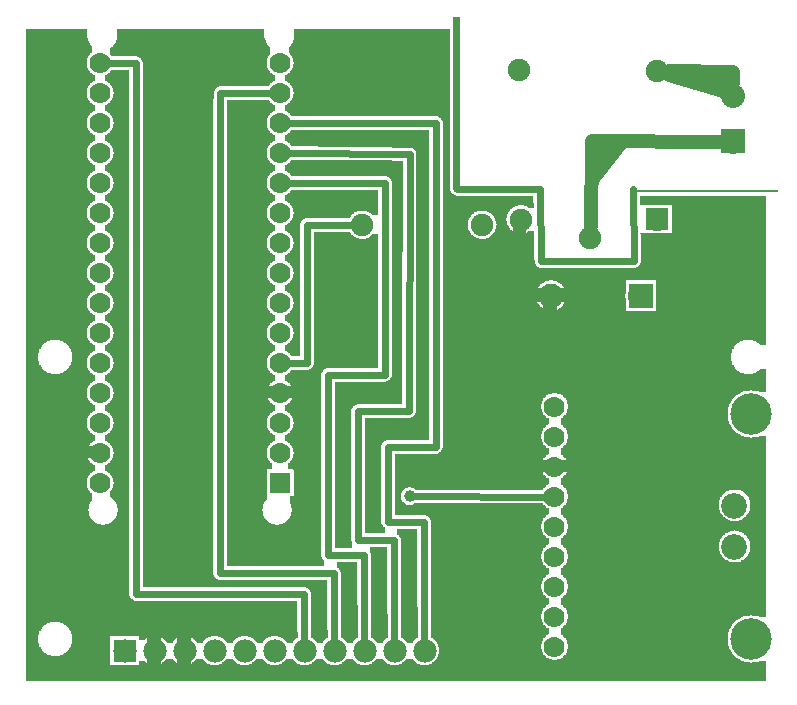
<source format=gbl>
G04 MADE WITH FRITZING*
G04 WWW.FRITZING.ORG*
G04 DOUBLE SIDED*
G04 HOLES PLATED*
G04 CONTOUR ON CENTER OF CONTOUR VECTOR*
%ASAXBY*%
%FSLAX23Y23*%
%MOIN*%
%OFA0B0*%
%SFA1.0B1.0*%
%ADD10C,0.075000*%
%ADD11C,0.070000*%
%ADD12C,0.039370*%
%ADD13C,0.082000*%
%ADD14C,0.080000*%
%ADD15C,0.138425*%
%ADD16C,0.086000*%
%ADD17C,0.078000*%
%ADD18R,0.069972X0.070000*%
%ADD19R,0.075000X0.075000*%
%ADD20R,0.082000X0.082000*%
%ADD21R,0.078000X0.078000*%
%ADD22C,0.024000*%
%ADD23C,0.048000*%
%ADD24R,0.001000X0.001000*%
%LNCOPPER0*%
G90*
G70*
G54D10*
X109Y2133D03*
X500Y2132D03*
X772Y1897D03*
G54D11*
X886Y701D03*
X886Y801D03*
X886Y901D03*
X886Y1001D03*
X886Y1101D03*
X886Y1201D03*
X886Y1301D03*
X886Y1401D03*
X886Y1501D03*
X886Y1601D03*
X886Y1701D03*
X886Y1801D03*
X886Y1901D03*
X886Y2001D03*
X886Y2101D03*
X286Y701D03*
X286Y801D03*
X286Y901D03*
X286Y1001D03*
X286Y1101D03*
X286Y1201D03*
X286Y1301D03*
X286Y1401D03*
X286Y1501D03*
X286Y1601D03*
X286Y1701D03*
X286Y1801D03*
X286Y1901D03*
X286Y2001D03*
X286Y2101D03*
G54D12*
X1318Y657D03*
G54D10*
X2144Y1579D03*
X2144Y2073D03*
X1683Y2078D03*
X1921Y1517D03*
X1688Y1579D03*
G54D13*
X2087Y1325D03*
X1789Y1325D03*
G54D10*
X1560Y1561D03*
X1160Y1561D03*
G54D14*
X2396Y1839D03*
X2396Y1991D03*
G54D15*
X2456Y931D03*
G54D16*
X2401Y489D03*
G54D15*
X2456Y181D03*
G54D11*
X1801Y156D03*
X1801Y256D03*
X1801Y356D03*
X1801Y456D03*
X1801Y556D03*
X1801Y656D03*
X1801Y756D03*
X1801Y856D03*
X1801Y956D03*
G54D16*
X2401Y626D03*
G54D17*
X368Y142D03*
X468Y142D03*
X568Y142D03*
X668Y142D03*
X768Y142D03*
X868Y142D03*
X968Y142D03*
X1068Y142D03*
X1168Y142D03*
X1268Y142D03*
X1368Y142D03*
G54D18*
X886Y701D03*
G54D19*
X2144Y1580D03*
G54D20*
X2088Y1325D03*
G54D21*
X368Y142D03*
G54D22*
X1131Y1561D02*
X976Y1561D01*
D02*
X976Y1561D02*
X976Y1100D01*
D02*
X976Y1100D02*
X915Y1100D01*
D02*
X915Y1701D02*
X1236Y1701D01*
D02*
X1236Y1701D02*
X1236Y1061D01*
D02*
X1236Y1061D02*
X1046Y1061D01*
D02*
X1166Y460D02*
X1167Y172D01*
D02*
X1045Y461D02*
X1166Y460D01*
D02*
X1046Y1061D02*
X1045Y461D01*
D02*
X1067Y172D02*
X1065Y401D01*
D02*
X1065Y401D02*
X685Y401D01*
D02*
X685Y401D02*
X687Y2000D01*
D02*
X687Y2000D02*
X857Y2000D01*
D02*
X1147Y510D02*
X1146Y940D01*
D02*
X1266Y510D02*
X1147Y510D01*
D02*
X1267Y172D02*
X1266Y510D01*
D02*
X1146Y940D02*
X1316Y940D01*
D02*
X1316Y940D02*
X1318Y1797D01*
D02*
X1318Y1797D02*
X915Y1800D01*
D02*
X915Y1901D02*
X1406Y1901D01*
D02*
X1406Y1901D02*
X1406Y821D01*
D02*
X1406Y821D02*
X1246Y821D01*
D02*
X1246Y571D02*
X1366Y571D01*
D02*
X1366Y571D02*
X1367Y172D01*
D02*
X1246Y821D02*
X1246Y571D01*
D02*
X966Y331D02*
X406Y331D01*
D02*
X406Y331D02*
X406Y2100D01*
D02*
X967Y172D02*
X966Y331D01*
D02*
X406Y2100D02*
X315Y2100D01*
D02*
X1337Y657D02*
X1770Y656D01*
D02*
X1752Y1681D02*
X1475Y1681D01*
D02*
X1757Y1440D02*
X1752Y1681D01*
D02*
X2066Y1440D02*
X1757Y1440D01*
D02*
X2064Y1681D02*
X2066Y1440D01*
G54D23*
D02*
X2396Y2070D02*
X2184Y2073D01*
D02*
X2396Y2036D02*
X2396Y2070D01*
D02*
X2024Y1835D02*
X1927Y1711D01*
D02*
X1945Y1796D02*
X2024Y1835D01*
D02*
X1927Y1830D02*
X1922Y1557D01*
D02*
X1927Y1711D02*
X1927Y1830D01*
D02*
X2024Y1835D02*
X1945Y1796D01*
D02*
X1927Y1840D02*
X2024Y1835D01*
D02*
X2350Y1839D02*
X1927Y1840D01*
D02*
X2386Y2000D02*
X2325Y2070D01*
D02*
X2325Y2070D02*
X2366Y2025D01*
D02*
X2182Y2062D02*
X2386Y2000D01*
G36*
X40Y2215D02*
X40Y1179D01*
X140Y1179D01*
X140Y1177D01*
X152Y1177D01*
X152Y1175D01*
X158Y1175D01*
X158Y1173D01*
X162Y1173D01*
X162Y1171D01*
X166Y1171D01*
X166Y1169D01*
X168Y1169D01*
X168Y1167D01*
X172Y1167D01*
X172Y1165D01*
X174Y1165D01*
X174Y1163D01*
X176Y1163D01*
X176Y1161D01*
X178Y1161D01*
X178Y1159D01*
X180Y1159D01*
X180Y1157D01*
X182Y1157D01*
X182Y1153D01*
X184Y1153D01*
X184Y1151D01*
X186Y1151D01*
X186Y1147D01*
X188Y1147D01*
X188Y1143D01*
X190Y1143D01*
X190Y1137D01*
X192Y1137D01*
X192Y1127D01*
X194Y1127D01*
X194Y1115D01*
X192Y1115D01*
X192Y1105D01*
X190Y1105D01*
X190Y1099D01*
X188Y1099D01*
X188Y1095D01*
X186Y1095D01*
X186Y1091D01*
X184Y1091D01*
X184Y1089D01*
X182Y1089D01*
X182Y1085D01*
X180Y1085D01*
X180Y1083D01*
X178Y1083D01*
X178Y1081D01*
X176Y1081D01*
X176Y1079D01*
X174Y1079D01*
X174Y1077D01*
X172Y1077D01*
X172Y1075D01*
X168Y1075D01*
X168Y1073D01*
X166Y1073D01*
X166Y1071D01*
X162Y1071D01*
X162Y1069D01*
X158Y1069D01*
X158Y1067D01*
X152Y1067D01*
X152Y1065D01*
X140Y1065D01*
X140Y1063D01*
X260Y1063D01*
X260Y1065D01*
X258Y1065D01*
X258Y1067D01*
X256Y1067D01*
X256Y1069D01*
X254Y1069D01*
X254Y1071D01*
X252Y1071D01*
X252Y1073D01*
X250Y1073D01*
X250Y1075D01*
X248Y1075D01*
X248Y1079D01*
X246Y1079D01*
X246Y1083D01*
X244Y1083D01*
X244Y1089D01*
X242Y1089D01*
X242Y1113D01*
X244Y1113D01*
X244Y1119D01*
X246Y1119D01*
X246Y1123D01*
X248Y1123D01*
X248Y1127D01*
X250Y1127D01*
X250Y1129D01*
X252Y1129D01*
X252Y1131D01*
X254Y1131D01*
X254Y1133D01*
X256Y1133D01*
X256Y1135D01*
X258Y1135D01*
X258Y1137D01*
X260Y1137D01*
X260Y1139D01*
X264Y1139D01*
X264Y1141D01*
X268Y1141D01*
X268Y1161D01*
X264Y1161D01*
X264Y1163D01*
X260Y1163D01*
X260Y1165D01*
X258Y1165D01*
X258Y1167D01*
X256Y1167D01*
X256Y1169D01*
X254Y1169D01*
X254Y1171D01*
X252Y1171D01*
X252Y1173D01*
X250Y1173D01*
X250Y1175D01*
X248Y1175D01*
X248Y1179D01*
X246Y1179D01*
X246Y1183D01*
X244Y1183D01*
X244Y1189D01*
X242Y1189D01*
X242Y1213D01*
X244Y1213D01*
X244Y1219D01*
X246Y1219D01*
X246Y1223D01*
X248Y1223D01*
X248Y1227D01*
X250Y1227D01*
X250Y1229D01*
X252Y1229D01*
X252Y1231D01*
X254Y1231D01*
X254Y1233D01*
X256Y1233D01*
X256Y1235D01*
X258Y1235D01*
X258Y1237D01*
X260Y1237D01*
X260Y1239D01*
X264Y1239D01*
X264Y1241D01*
X268Y1241D01*
X268Y1261D01*
X264Y1261D01*
X264Y1263D01*
X260Y1263D01*
X260Y1265D01*
X258Y1265D01*
X258Y1267D01*
X256Y1267D01*
X256Y1269D01*
X254Y1269D01*
X254Y1271D01*
X252Y1271D01*
X252Y1273D01*
X250Y1273D01*
X250Y1275D01*
X248Y1275D01*
X248Y1279D01*
X246Y1279D01*
X246Y1283D01*
X244Y1283D01*
X244Y1289D01*
X242Y1289D01*
X242Y1313D01*
X244Y1313D01*
X244Y1319D01*
X246Y1319D01*
X246Y1323D01*
X248Y1323D01*
X248Y1327D01*
X250Y1327D01*
X250Y1329D01*
X252Y1329D01*
X252Y1331D01*
X254Y1331D01*
X254Y1333D01*
X256Y1333D01*
X256Y1335D01*
X258Y1335D01*
X258Y1337D01*
X260Y1337D01*
X260Y1339D01*
X264Y1339D01*
X264Y1341D01*
X268Y1341D01*
X268Y1361D01*
X264Y1361D01*
X264Y1363D01*
X260Y1363D01*
X260Y1365D01*
X258Y1365D01*
X258Y1367D01*
X256Y1367D01*
X256Y1369D01*
X254Y1369D01*
X254Y1371D01*
X252Y1371D01*
X252Y1373D01*
X250Y1373D01*
X250Y1375D01*
X248Y1375D01*
X248Y1379D01*
X246Y1379D01*
X246Y1383D01*
X244Y1383D01*
X244Y1389D01*
X242Y1389D01*
X242Y1413D01*
X244Y1413D01*
X244Y1419D01*
X246Y1419D01*
X246Y1423D01*
X248Y1423D01*
X248Y1427D01*
X250Y1427D01*
X250Y1429D01*
X252Y1429D01*
X252Y1431D01*
X254Y1431D01*
X254Y1433D01*
X256Y1433D01*
X256Y1435D01*
X258Y1435D01*
X258Y1437D01*
X260Y1437D01*
X260Y1439D01*
X264Y1439D01*
X264Y1441D01*
X268Y1441D01*
X268Y1461D01*
X264Y1461D01*
X264Y1463D01*
X260Y1463D01*
X260Y1465D01*
X258Y1465D01*
X258Y1467D01*
X256Y1467D01*
X256Y1469D01*
X254Y1469D01*
X254Y1471D01*
X252Y1471D01*
X252Y1473D01*
X250Y1473D01*
X250Y1475D01*
X248Y1475D01*
X248Y1479D01*
X246Y1479D01*
X246Y1483D01*
X244Y1483D01*
X244Y1489D01*
X242Y1489D01*
X242Y1513D01*
X244Y1513D01*
X244Y1519D01*
X246Y1519D01*
X246Y1523D01*
X248Y1523D01*
X248Y1527D01*
X250Y1527D01*
X250Y1529D01*
X252Y1529D01*
X252Y1531D01*
X254Y1531D01*
X254Y1533D01*
X256Y1533D01*
X256Y1535D01*
X258Y1535D01*
X258Y1537D01*
X260Y1537D01*
X260Y1539D01*
X264Y1539D01*
X264Y1541D01*
X268Y1541D01*
X268Y1561D01*
X264Y1561D01*
X264Y1563D01*
X260Y1563D01*
X260Y1565D01*
X258Y1565D01*
X258Y1567D01*
X256Y1567D01*
X256Y1569D01*
X254Y1569D01*
X254Y1571D01*
X252Y1571D01*
X252Y1573D01*
X250Y1573D01*
X250Y1575D01*
X248Y1575D01*
X248Y1579D01*
X246Y1579D01*
X246Y1583D01*
X244Y1583D01*
X244Y1589D01*
X242Y1589D01*
X242Y1613D01*
X244Y1613D01*
X244Y1619D01*
X246Y1619D01*
X246Y1623D01*
X248Y1623D01*
X248Y1627D01*
X250Y1627D01*
X250Y1629D01*
X252Y1629D01*
X252Y1631D01*
X254Y1631D01*
X254Y1633D01*
X256Y1633D01*
X256Y1635D01*
X258Y1635D01*
X258Y1637D01*
X260Y1637D01*
X260Y1639D01*
X264Y1639D01*
X264Y1641D01*
X268Y1641D01*
X268Y1661D01*
X264Y1661D01*
X264Y1663D01*
X260Y1663D01*
X260Y1665D01*
X258Y1665D01*
X258Y1667D01*
X256Y1667D01*
X256Y1669D01*
X254Y1669D01*
X254Y1671D01*
X252Y1671D01*
X252Y1673D01*
X250Y1673D01*
X250Y1675D01*
X248Y1675D01*
X248Y1679D01*
X246Y1679D01*
X246Y1683D01*
X244Y1683D01*
X244Y1689D01*
X242Y1689D01*
X242Y1713D01*
X244Y1713D01*
X244Y1719D01*
X246Y1719D01*
X246Y1723D01*
X248Y1723D01*
X248Y1727D01*
X250Y1727D01*
X250Y1729D01*
X252Y1729D01*
X252Y1731D01*
X254Y1731D01*
X254Y1733D01*
X256Y1733D01*
X256Y1735D01*
X258Y1735D01*
X258Y1737D01*
X260Y1737D01*
X260Y1739D01*
X264Y1739D01*
X264Y1741D01*
X268Y1741D01*
X268Y1761D01*
X264Y1761D01*
X264Y1763D01*
X260Y1763D01*
X260Y1765D01*
X258Y1765D01*
X258Y1767D01*
X256Y1767D01*
X256Y1769D01*
X254Y1769D01*
X254Y1771D01*
X252Y1771D01*
X252Y1773D01*
X250Y1773D01*
X250Y1775D01*
X248Y1775D01*
X248Y1779D01*
X246Y1779D01*
X246Y1783D01*
X244Y1783D01*
X244Y1789D01*
X242Y1789D01*
X242Y1813D01*
X244Y1813D01*
X244Y1819D01*
X246Y1819D01*
X246Y1823D01*
X248Y1823D01*
X248Y1827D01*
X250Y1827D01*
X250Y1829D01*
X252Y1829D01*
X252Y1831D01*
X254Y1831D01*
X254Y1833D01*
X256Y1833D01*
X256Y1835D01*
X258Y1835D01*
X258Y1837D01*
X260Y1837D01*
X260Y1839D01*
X264Y1839D01*
X264Y1841D01*
X268Y1841D01*
X268Y1861D01*
X264Y1861D01*
X264Y1863D01*
X260Y1863D01*
X260Y1865D01*
X258Y1865D01*
X258Y1867D01*
X256Y1867D01*
X256Y1869D01*
X254Y1869D01*
X254Y1871D01*
X252Y1871D01*
X252Y1873D01*
X250Y1873D01*
X250Y1875D01*
X248Y1875D01*
X248Y1879D01*
X246Y1879D01*
X246Y1883D01*
X244Y1883D01*
X244Y1889D01*
X242Y1889D01*
X242Y1913D01*
X244Y1913D01*
X244Y1919D01*
X246Y1919D01*
X246Y1923D01*
X248Y1923D01*
X248Y1927D01*
X250Y1927D01*
X250Y1929D01*
X252Y1929D01*
X252Y1931D01*
X254Y1931D01*
X254Y1933D01*
X256Y1933D01*
X256Y1935D01*
X258Y1935D01*
X258Y1937D01*
X260Y1937D01*
X260Y1939D01*
X264Y1939D01*
X264Y1941D01*
X268Y1941D01*
X268Y1961D01*
X264Y1961D01*
X264Y1963D01*
X260Y1963D01*
X260Y1965D01*
X258Y1965D01*
X258Y1967D01*
X256Y1967D01*
X256Y1969D01*
X254Y1969D01*
X254Y1971D01*
X252Y1971D01*
X252Y1973D01*
X250Y1973D01*
X250Y1975D01*
X248Y1975D01*
X248Y1979D01*
X246Y1979D01*
X246Y1983D01*
X244Y1983D01*
X244Y1989D01*
X242Y1989D01*
X242Y2013D01*
X244Y2013D01*
X244Y2019D01*
X246Y2019D01*
X246Y2023D01*
X248Y2023D01*
X248Y2027D01*
X250Y2027D01*
X250Y2029D01*
X252Y2029D01*
X252Y2031D01*
X254Y2031D01*
X254Y2033D01*
X256Y2033D01*
X256Y2035D01*
X258Y2035D01*
X258Y2037D01*
X260Y2037D01*
X260Y2039D01*
X264Y2039D01*
X264Y2041D01*
X268Y2041D01*
X268Y2061D01*
X264Y2061D01*
X264Y2063D01*
X260Y2063D01*
X260Y2065D01*
X258Y2065D01*
X258Y2067D01*
X256Y2067D01*
X256Y2069D01*
X254Y2069D01*
X254Y2071D01*
X252Y2071D01*
X252Y2073D01*
X250Y2073D01*
X250Y2075D01*
X248Y2075D01*
X248Y2079D01*
X246Y2079D01*
X246Y2083D01*
X244Y2083D01*
X244Y2089D01*
X242Y2089D01*
X242Y2113D01*
X244Y2113D01*
X244Y2119D01*
X246Y2119D01*
X246Y2123D01*
X248Y2123D01*
X248Y2127D01*
X250Y2127D01*
X250Y2129D01*
X252Y2129D01*
X252Y2131D01*
X254Y2131D01*
X254Y2133D01*
X256Y2133D01*
X256Y2135D01*
X258Y2135D01*
X258Y2137D01*
X260Y2137D01*
X260Y2157D01*
X258Y2157D01*
X258Y2159D01*
X256Y2159D01*
X256Y2161D01*
X254Y2161D01*
X254Y2163D01*
X252Y2163D01*
X252Y2167D01*
X250Y2167D01*
X250Y2171D01*
X248Y2171D01*
X248Y2175D01*
X246Y2175D01*
X246Y2183D01*
X244Y2183D01*
X244Y2215D01*
X40Y2215D01*
G37*
D02*
G36*
X934Y2215D02*
X934Y2187D01*
X932Y2187D01*
X932Y2177D01*
X930Y2177D01*
X930Y2171D01*
X928Y2171D01*
X928Y2169D01*
X926Y2169D01*
X926Y2165D01*
X924Y2165D01*
X924Y2161D01*
X922Y2161D01*
X922Y2159D01*
X920Y2159D01*
X920Y2157D01*
X918Y2157D01*
X918Y2155D01*
X916Y2155D01*
X916Y2133D01*
X918Y2133D01*
X918Y2131D01*
X920Y2131D01*
X920Y2129D01*
X922Y2129D01*
X922Y2127D01*
X924Y2127D01*
X924Y2123D01*
X926Y2123D01*
X926Y2119D01*
X928Y2119D01*
X928Y2113D01*
X930Y2113D01*
X930Y2103D01*
X932Y2103D01*
X932Y2099D01*
X930Y2099D01*
X930Y2089D01*
X928Y2089D01*
X928Y2083D01*
X926Y2083D01*
X926Y2079D01*
X924Y2079D01*
X924Y2075D01*
X922Y2075D01*
X922Y2073D01*
X920Y2073D01*
X920Y2071D01*
X918Y2071D01*
X918Y2069D01*
X916Y2069D01*
X916Y2067D01*
X914Y2067D01*
X914Y2065D01*
X912Y2065D01*
X912Y2063D01*
X908Y2063D01*
X908Y2061D01*
X904Y2061D01*
X904Y2041D01*
X908Y2041D01*
X908Y2039D01*
X912Y2039D01*
X912Y2037D01*
X914Y2037D01*
X914Y2035D01*
X916Y2035D01*
X916Y2033D01*
X918Y2033D01*
X918Y2031D01*
X920Y2031D01*
X920Y2029D01*
X922Y2029D01*
X922Y2027D01*
X924Y2027D01*
X924Y2023D01*
X926Y2023D01*
X926Y2019D01*
X928Y2019D01*
X928Y2013D01*
X930Y2013D01*
X930Y2003D01*
X932Y2003D01*
X932Y1999D01*
X930Y1999D01*
X930Y1989D01*
X928Y1989D01*
X928Y1983D01*
X926Y1983D01*
X926Y1979D01*
X924Y1979D01*
X924Y1975D01*
X922Y1975D01*
X922Y1973D01*
X920Y1973D01*
X920Y1971D01*
X918Y1971D01*
X918Y1969D01*
X916Y1969D01*
X916Y1967D01*
X914Y1967D01*
X914Y1965D01*
X912Y1965D01*
X912Y1963D01*
X908Y1963D01*
X908Y1961D01*
X904Y1961D01*
X904Y1941D01*
X908Y1941D01*
X908Y1939D01*
X912Y1939D01*
X912Y1937D01*
X914Y1937D01*
X914Y1935D01*
X916Y1935D01*
X916Y1933D01*
X918Y1933D01*
X918Y1931D01*
X920Y1931D01*
X920Y1929D01*
X922Y1929D01*
X922Y1927D01*
X924Y1927D01*
X924Y1923D01*
X1412Y1923D01*
X1412Y1921D01*
X1416Y1921D01*
X1416Y1919D01*
X1420Y1919D01*
X1420Y1917D01*
X1422Y1917D01*
X1422Y1915D01*
X1424Y1915D01*
X1424Y1911D01*
X1426Y1911D01*
X1426Y1907D01*
X1428Y1907D01*
X1428Y1627D01*
X1698Y1627D01*
X1698Y1625D01*
X1704Y1625D01*
X1704Y1623D01*
X1710Y1623D01*
X1710Y1621D01*
X1712Y1621D01*
X1712Y1619D01*
X1732Y1619D01*
X1732Y1635D01*
X1730Y1635D01*
X1730Y1659D01*
X1474Y1659D01*
X1474Y1661D01*
X1466Y1661D01*
X1466Y1663D01*
X1462Y1663D01*
X1462Y1665D01*
X1460Y1665D01*
X1460Y1667D01*
X1458Y1667D01*
X1458Y1669D01*
X1456Y1669D01*
X1456Y1673D01*
X1454Y1673D01*
X1454Y2215D01*
X934Y2215D01*
G37*
D02*
G36*
X324Y2079D02*
X324Y2075D01*
X322Y2075D01*
X322Y2073D01*
X320Y2073D01*
X320Y2071D01*
X318Y2071D01*
X318Y2069D01*
X316Y2069D01*
X316Y2067D01*
X314Y2067D01*
X314Y2065D01*
X312Y2065D01*
X312Y2063D01*
X308Y2063D01*
X308Y2061D01*
X304Y2061D01*
X304Y2041D01*
X308Y2041D01*
X308Y2039D01*
X312Y2039D01*
X312Y2037D01*
X314Y2037D01*
X314Y2035D01*
X316Y2035D01*
X316Y2033D01*
X318Y2033D01*
X318Y2031D01*
X320Y2031D01*
X320Y2029D01*
X322Y2029D01*
X322Y2027D01*
X324Y2027D01*
X324Y2023D01*
X326Y2023D01*
X326Y2019D01*
X328Y2019D01*
X328Y2013D01*
X330Y2013D01*
X330Y2003D01*
X332Y2003D01*
X332Y1999D01*
X330Y1999D01*
X330Y1989D01*
X328Y1989D01*
X328Y1983D01*
X326Y1983D01*
X326Y1979D01*
X324Y1979D01*
X324Y1975D01*
X322Y1975D01*
X322Y1973D01*
X320Y1973D01*
X320Y1971D01*
X318Y1971D01*
X318Y1969D01*
X316Y1969D01*
X316Y1967D01*
X314Y1967D01*
X314Y1965D01*
X312Y1965D01*
X312Y1963D01*
X308Y1963D01*
X308Y1961D01*
X304Y1961D01*
X304Y1941D01*
X308Y1941D01*
X308Y1939D01*
X312Y1939D01*
X312Y1937D01*
X314Y1937D01*
X314Y1935D01*
X316Y1935D01*
X316Y1933D01*
X318Y1933D01*
X318Y1931D01*
X320Y1931D01*
X320Y1929D01*
X322Y1929D01*
X322Y1927D01*
X324Y1927D01*
X324Y1923D01*
X326Y1923D01*
X326Y1919D01*
X328Y1919D01*
X328Y1913D01*
X330Y1913D01*
X330Y1903D01*
X332Y1903D01*
X332Y1899D01*
X330Y1899D01*
X330Y1889D01*
X328Y1889D01*
X328Y1883D01*
X326Y1883D01*
X326Y1879D01*
X324Y1879D01*
X324Y1875D01*
X322Y1875D01*
X322Y1873D01*
X320Y1873D01*
X320Y1871D01*
X318Y1871D01*
X318Y1869D01*
X316Y1869D01*
X316Y1867D01*
X314Y1867D01*
X314Y1865D01*
X312Y1865D01*
X312Y1863D01*
X308Y1863D01*
X308Y1861D01*
X304Y1861D01*
X304Y1841D01*
X308Y1841D01*
X308Y1839D01*
X312Y1839D01*
X312Y1837D01*
X314Y1837D01*
X314Y1835D01*
X316Y1835D01*
X316Y1833D01*
X318Y1833D01*
X318Y1831D01*
X320Y1831D01*
X320Y1829D01*
X322Y1829D01*
X322Y1827D01*
X324Y1827D01*
X324Y1823D01*
X326Y1823D01*
X326Y1819D01*
X328Y1819D01*
X328Y1813D01*
X330Y1813D01*
X330Y1803D01*
X332Y1803D01*
X332Y1799D01*
X330Y1799D01*
X330Y1789D01*
X328Y1789D01*
X328Y1783D01*
X326Y1783D01*
X326Y1779D01*
X324Y1779D01*
X324Y1775D01*
X322Y1775D01*
X322Y1773D01*
X320Y1773D01*
X320Y1771D01*
X318Y1771D01*
X318Y1769D01*
X316Y1769D01*
X316Y1767D01*
X314Y1767D01*
X314Y1765D01*
X312Y1765D01*
X312Y1763D01*
X308Y1763D01*
X308Y1761D01*
X304Y1761D01*
X304Y1741D01*
X308Y1741D01*
X308Y1739D01*
X312Y1739D01*
X312Y1737D01*
X314Y1737D01*
X314Y1735D01*
X316Y1735D01*
X316Y1733D01*
X318Y1733D01*
X318Y1731D01*
X320Y1731D01*
X320Y1729D01*
X322Y1729D01*
X322Y1727D01*
X324Y1727D01*
X324Y1723D01*
X326Y1723D01*
X326Y1719D01*
X328Y1719D01*
X328Y1713D01*
X330Y1713D01*
X330Y1703D01*
X332Y1703D01*
X332Y1699D01*
X330Y1699D01*
X330Y1689D01*
X328Y1689D01*
X328Y1683D01*
X326Y1683D01*
X326Y1679D01*
X324Y1679D01*
X324Y1675D01*
X322Y1675D01*
X322Y1673D01*
X320Y1673D01*
X320Y1671D01*
X318Y1671D01*
X318Y1669D01*
X316Y1669D01*
X316Y1667D01*
X314Y1667D01*
X314Y1665D01*
X312Y1665D01*
X312Y1663D01*
X308Y1663D01*
X308Y1661D01*
X304Y1661D01*
X304Y1641D01*
X308Y1641D01*
X308Y1639D01*
X312Y1639D01*
X312Y1637D01*
X314Y1637D01*
X314Y1635D01*
X316Y1635D01*
X316Y1633D01*
X318Y1633D01*
X318Y1631D01*
X320Y1631D01*
X320Y1629D01*
X322Y1629D01*
X322Y1627D01*
X324Y1627D01*
X324Y1623D01*
X326Y1623D01*
X326Y1619D01*
X328Y1619D01*
X328Y1613D01*
X330Y1613D01*
X330Y1603D01*
X332Y1603D01*
X332Y1599D01*
X330Y1599D01*
X330Y1589D01*
X328Y1589D01*
X328Y1583D01*
X326Y1583D01*
X326Y1579D01*
X324Y1579D01*
X324Y1575D01*
X322Y1575D01*
X322Y1573D01*
X320Y1573D01*
X320Y1571D01*
X318Y1571D01*
X318Y1569D01*
X316Y1569D01*
X316Y1567D01*
X314Y1567D01*
X314Y1565D01*
X312Y1565D01*
X312Y1563D01*
X308Y1563D01*
X308Y1561D01*
X304Y1561D01*
X304Y1541D01*
X308Y1541D01*
X308Y1539D01*
X312Y1539D01*
X312Y1537D01*
X314Y1537D01*
X314Y1535D01*
X316Y1535D01*
X316Y1533D01*
X318Y1533D01*
X318Y1531D01*
X320Y1531D01*
X320Y1529D01*
X322Y1529D01*
X322Y1527D01*
X324Y1527D01*
X324Y1523D01*
X326Y1523D01*
X326Y1519D01*
X328Y1519D01*
X328Y1513D01*
X330Y1513D01*
X330Y1503D01*
X332Y1503D01*
X332Y1499D01*
X330Y1499D01*
X330Y1489D01*
X328Y1489D01*
X328Y1483D01*
X326Y1483D01*
X326Y1479D01*
X324Y1479D01*
X324Y1475D01*
X322Y1475D01*
X322Y1473D01*
X320Y1473D01*
X320Y1471D01*
X318Y1471D01*
X318Y1469D01*
X316Y1469D01*
X316Y1467D01*
X314Y1467D01*
X314Y1465D01*
X312Y1465D01*
X312Y1463D01*
X308Y1463D01*
X308Y1461D01*
X304Y1461D01*
X304Y1441D01*
X308Y1441D01*
X308Y1439D01*
X312Y1439D01*
X312Y1437D01*
X314Y1437D01*
X314Y1435D01*
X316Y1435D01*
X316Y1433D01*
X318Y1433D01*
X318Y1431D01*
X320Y1431D01*
X320Y1429D01*
X322Y1429D01*
X322Y1427D01*
X324Y1427D01*
X324Y1423D01*
X326Y1423D01*
X326Y1419D01*
X328Y1419D01*
X328Y1413D01*
X330Y1413D01*
X330Y1403D01*
X332Y1403D01*
X332Y1399D01*
X330Y1399D01*
X330Y1389D01*
X328Y1389D01*
X328Y1383D01*
X326Y1383D01*
X326Y1379D01*
X324Y1379D01*
X324Y1375D01*
X322Y1375D01*
X322Y1373D01*
X320Y1373D01*
X320Y1371D01*
X318Y1371D01*
X318Y1369D01*
X316Y1369D01*
X316Y1367D01*
X314Y1367D01*
X314Y1365D01*
X312Y1365D01*
X312Y1363D01*
X308Y1363D01*
X308Y1361D01*
X304Y1361D01*
X304Y1341D01*
X308Y1341D01*
X308Y1339D01*
X312Y1339D01*
X312Y1337D01*
X314Y1337D01*
X314Y1335D01*
X316Y1335D01*
X316Y1333D01*
X318Y1333D01*
X318Y1331D01*
X320Y1331D01*
X320Y1329D01*
X322Y1329D01*
X322Y1327D01*
X324Y1327D01*
X324Y1323D01*
X326Y1323D01*
X326Y1319D01*
X328Y1319D01*
X328Y1313D01*
X330Y1313D01*
X330Y1303D01*
X332Y1303D01*
X332Y1299D01*
X330Y1299D01*
X330Y1289D01*
X328Y1289D01*
X328Y1283D01*
X326Y1283D01*
X326Y1279D01*
X324Y1279D01*
X324Y1275D01*
X322Y1275D01*
X322Y1273D01*
X320Y1273D01*
X320Y1271D01*
X318Y1271D01*
X318Y1269D01*
X316Y1269D01*
X316Y1267D01*
X314Y1267D01*
X314Y1265D01*
X312Y1265D01*
X312Y1263D01*
X308Y1263D01*
X308Y1261D01*
X304Y1261D01*
X304Y1241D01*
X308Y1241D01*
X308Y1239D01*
X312Y1239D01*
X312Y1237D01*
X314Y1237D01*
X314Y1235D01*
X316Y1235D01*
X316Y1233D01*
X318Y1233D01*
X318Y1231D01*
X320Y1231D01*
X320Y1229D01*
X322Y1229D01*
X322Y1227D01*
X324Y1227D01*
X324Y1223D01*
X326Y1223D01*
X326Y1219D01*
X328Y1219D01*
X328Y1213D01*
X330Y1213D01*
X330Y1203D01*
X332Y1203D01*
X332Y1199D01*
X330Y1199D01*
X330Y1189D01*
X328Y1189D01*
X328Y1183D01*
X326Y1183D01*
X326Y1179D01*
X324Y1179D01*
X324Y1175D01*
X322Y1175D01*
X322Y1173D01*
X320Y1173D01*
X320Y1171D01*
X318Y1171D01*
X318Y1169D01*
X316Y1169D01*
X316Y1167D01*
X314Y1167D01*
X314Y1165D01*
X312Y1165D01*
X312Y1163D01*
X308Y1163D01*
X308Y1161D01*
X304Y1161D01*
X304Y1141D01*
X308Y1141D01*
X308Y1139D01*
X312Y1139D01*
X312Y1137D01*
X314Y1137D01*
X314Y1135D01*
X316Y1135D01*
X316Y1133D01*
X318Y1133D01*
X318Y1131D01*
X320Y1131D01*
X320Y1129D01*
X322Y1129D01*
X322Y1127D01*
X324Y1127D01*
X324Y1123D01*
X326Y1123D01*
X326Y1119D01*
X328Y1119D01*
X328Y1113D01*
X330Y1113D01*
X330Y1103D01*
X332Y1103D01*
X332Y1099D01*
X330Y1099D01*
X330Y1089D01*
X328Y1089D01*
X328Y1083D01*
X326Y1083D01*
X326Y1079D01*
X324Y1079D01*
X324Y1075D01*
X322Y1075D01*
X322Y1073D01*
X320Y1073D01*
X320Y1071D01*
X318Y1071D01*
X318Y1069D01*
X316Y1069D01*
X316Y1067D01*
X314Y1067D01*
X314Y1065D01*
X312Y1065D01*
X312Y1063D01*
X308Y1063D01*
X308Y1061D01*
X304Y1061D01*
X304Y1041D01*
X308Y1041D01*
X308Y1039D01*
X312Y1039D01*
X312Y1037D01*
X314Y1037D01*
X314Y1035D01*
X316Y1035D01*
X316Y1033D01*
X318Y1033D01*
X318Y1031D01*
X320Y1031D01*
X320Y1029D01*
X322Y1029D01*
X322Y1027D01*
X324Y1027D01*
X324Y1023D01*
X326Y1023D01*
X326Y1019D01*
X328Y1019D01*
X328Y1013D01*
X330Y1013D01*
X330Y1003D01*
X332Y1003D01*
X332Y999D01*
X330Y999D01*
X330Y989D01*
X328Y989D01*
X328Y983D01*
X326Y983D01*
X326Y979D01*
X324Y979D01*
X324Y975D01*
X322Y975D01*
X322Y973D01*
X320Y973D01*
X320Y971D01*
X318Y971D01*
X318Y969D01*
X316Y969D01*
X316Y967D01*
X314Y967D01*
X314Y965D01*
X312Y965D01*
X312Y963D01*
X308Y963D01*
X308Y961D01*
X304Y961D01*
X304Y941D01*
X308Y941D01*
X308Y939D01*
X312Y939D01*
X312Y937D01*
X314Y937D01*
X314Y935D01*
X316Y935D01*
X316Y933D01*
X318Y933D01*
X318Y931D01*
X320Y931D01*
X320Y929D01*
X322Y929D01*
X322Y927D01*
X324Y927D01*
X324Y923D01*
X326Y923D01*
X326Y919D01*
X328Y919D01*
X328Y913D01*
X330Y913D01*
X330Y903D01*
X332Y903D01*
X332Y899D01*
X330Y899D01*
X330Y889D01*
X328Y889D01*
X328Y883D01*
X326Y883D01*
X326Y879D01*
X324Y879D01*
X324Y875D01*
X322Y875D01*
X322Y873D01*
X320Y873D01*
X320Y871D01*
X318Y871D01*
X318Y869D01*
X316Y869D01*
X316Y867D01*
X314Y867D01*
X314Y865D01*
X312Y865D01*
X312Y863D01*
X308Y863D01*
X308Y861D01*
X304Y861D01*
X304Y841D01*
X308Y841D01*
X308Y839D01*
X312Y839D01*
X312Y837D01*
X314Y837D01*
X314Y835D01*
X316Y835D01*
X316Y833D01*
X318Y833D01*
X318Y831D01*
X320Y831D01*
X320Y829D01*
X322Y829D01*
X322Y827D01*
X324Y827D01*
X324Y823D01*
X326Y823D01*
X326Y819D01*
X328Y819D01*
X328Y813D01*
X330Y813D01*
X330Y803D01*
X332Y803D01*
X332Y799D01*
X330Y799D01*
X330Y789D01*
X328Y789D01*
X328Y783D01*
X326Y783D01*
X326Y779D01*
X324Y779D01*
X324Y775D01*
X322Y775D01*
X322Y773D01*
X320Y773D01*
X320Y771D01*
X318Y771D01*
X318Y769D01*
X316Y769D01*
X316Y767D01*
X314Y767D01*
X314Y765D01*
X312Y765D01*
X312Y763D01*
X308Y763D01*
X308Y761D01*
X304Y761D01*
X304Y741D01*
X308Y741D01*
X308Y739D01*
X312Y739D01*
X312Y737D01*
X314Y737D01*
X314Y735D01*
X316Y735D01*
X316Y733D01*
X318Y733D01*
X318Y731D01*
X320Y731D01*
X320Y729D01*
X322Y729D01*
X322Y727D01*
X324Y727D01*
X324Y723D01*
X326Y723D01*
X326Y719D01*
X328Y719D01*
X328Y713D01*
X330Y713D01*
X330Y703D01*
X332Y703D01*
X332Y699D01*
X330Y699D01*
X330Y689D01*
X328Y689D01*
X328Y683D01*
X326Y683D01*
X326Y679D01*
X324Y679D01*
X324Y675D01*
X322Y675D01*
X322Y673D01*
X320Y673D01*
X320Y653D01*
X324Y653D01*
X324Y651D01*
X326Y651D01*
X326Y649D01*
X328Y649D01*
X328Y647D01*
X330Y647D01*
X330Y645D01*
X332Y645D01*
X332Y643D01*
X334Y643D01*
X334Y641D01*
X336Y641D01*
X336Y639D01*
X338Y639D01*
X338Y635D01*
X340Y635D01*
X340Y631D01*
X342Y631D01*
X342Y625D01*
X344Y625D01*
X344Y617D01*
X346Y617D01*
X346Y605D01*
X344Y605D01*
X344Y597D01*
X342Y597D01*
X342Y591D01*
X340Y591D01*
X340Y587D01*
X338Y587D01*
X338Y583D01*
X336Y583D01*
X336Y581D01*
X334Y581D01*
X334Y579D01*
X332Y579D01*
X332Y577D01*
X330Y577D01*
X330Y575D01*
X328Y575D01*
X328Y573D01*
X326Y573D01*
X326Y571D01*
X324Y571D01*
X324Y569D01*
X320Y569D01*
X320Y567D01*
X316Y567D01*
X316Y565D01*
X310Y565D01*
X310Y563D01*
X302Y563D01*
X302Y561D01*
X384Y561D01*
X384Y2079D01*
X324Y2079D01*
G37*
D02*
G36*
X2086Y1659D02*
X2086Y1627D01*
X2192Y1627D01*
X2192Y1533D01*
X2086Y1533D01*
X2086Y1531D01*
X2088Y1531D01*
X2088Y1435D01*
X2086Y1435D01*
X2086Y1429D01*
X2084Y1429D01*
X2084Y1427D01*
X2082Y1427D01*
X2082Y1425D01*
X2080Y1425D01*
X2080Y1423D01*
X2078Y1423D01*
X2078Y1421D01*
X2074Y1421D01*
X2074Y1419D01*
X2506Y1419D01*
X2506Y1659D01*
X2086Y1659D01*
G37*
D02*
G36*
X1428Y1627D02*
X1428Y1609D01*
X1570Y1609D01*
X1570Y1607D01*
X1576Y1607D01*
X1576Y1605D01*
X1580Y1605D01*
X1580Y1603D01*
X1584Y1603D01*
X1584Y1601D01*
X1588Y1601D01*
X1588Y1599D01*
X1590Y1599D01*
X1590Y1597D01*
X1592Y1597D01*
X1592Y1595D01*
X1594Y1595D01*
X1594Y1593D01*
X1596Y1593D01*
X1596Y1591D01*
X1598Y1591D01*
X1598Y1587D01*
X1600Y1587D01*
X1600Y1585D01*
X1602Y1585D01*
X1602Y1581D01*
X1604Y1581D01*
X1604Y1575D01*
X1606Y1575D01*
X1606Y1563D01*
X1608Y1563D01*
X1608Y1561D01*
X1606Y1561D01*
X1606Y1549D01*
X1604Y1549D01*
X1604Y1543D01*
X1602Y1543D01*
X1602Y1539D01*
X1600Y1539D01*
X1600Y1535D01*
X1598Y1535D01*
X1598Y1533D01*
X1676Y1533D01*
X1676Y1535D01*
X1670Y1535D01*
X1670Y1537D01*
X1666Y1537D01*
X1666Y1539D01*
X1662Y1539D01*
X1662Y1541D01*
X1660Y1541D01*
X1660Y1543D01*
X1658Y1543D01*
X1658Y1545D01*
X1654Y1545D01*
X1654Y1549D01*
X1652Y1549D01*
X1652Y1551D01*
X1650Y1551D01*
X1650Y1553D01*
X1648Y1553D01*
X1648Y1557D01*
X1646Y1557D01*
X1646Y1561D01*
X1644Y1561D01*
X1644Y1567D01*
X1642Y1567D01*
X1642Y1575D01*
X1640Y1575D01*
X1640Y1583D01*
X1642Y1583D01*
X1642Y1593D01*
X1644Y1593D01*
X1644Y1599D01*
X1646Y1599D01*
X1646Y1603D01*
X1648Y1603D01*
X1648Y1605D01*
X1650Y1605D01*
X1650Y1609D01*
X1652Y1609D01*
X1652Y1611D01*
X1654Y1611D01*
X1654Y1613D01*
X1656Y1613D01*
X1656Y1615D01*
X1658Y1615D01*
X1658Y1617D01*
X1660Y1617D01*
X1660Y1619D01*
X1664Y1619D01*
X1664Y1621D01*
X1668Y1621D01*
X1668Y1623D01*
X1672Y1623D01*
X1672Y1625D01*
X1680Y1625D01*
X1680Y1627D01*
X1428Y1627D01*
G37*
D02*
G36*
X1428Y1609D02*
X1428Y1515D01*
X1548Y1515D01*
X1548Y1517D01*
X1542Y1517D01*
X1542Y1519D01*
X1538Y1519D01*
X1538Y1521D01*
X1534Y1521D01*
X1534Y1523D01*
X1532Y1523D01*
X1532Y1525D01*
X1528Y1525D01*
X1528Y1527D01*
X1526Y1527D01*
X1526Y1529D01*
X1524Y1529D01*
X1524Y1531D01*
X1522Y1531D01*
X1522Y1535D01*
X1520Y1535D01*
X1520Y1537D01*
X1518Y1537D01*
X1518Y1541D01*
X1516Y1541D01*
X1516Y1545D01*
X1514Y1545D01*
X1514Y1553D01*
X1512Y1553D01*
X1512Y1571D01*
X1514Y1571D01*
X1514Y1577D01*
X1516Y1577D01*
X1516Y1583D01*
X1518Y1583D01*
X1518Y1585D01*
X1520Y1585D01*
X1520Y1589D01*
X1522Y1589D01*
X1522Y1591D01*
X1524Y1591D01*
X1524Y1595D01*
X1526Y1595D01*
X1526Y1597D01*
X1530Y1597D01*
X1530Y1599D01*
X1532Y1599D01*
X1532Y1601D01*
X1534Y1601D01*
X1534Y1603D01*
X1538Y1603D01*
X1538Y1605D01*
X1542Y1605D01*
X1542Y1607D01*
X1550Y1607D01*
X1550Y1609D01*
X1428Y1609D01*
G37*
D02*
G36*
X1714Y1541D02*
X1714Y1539D01*
X1710Y1539D01*
X1710Y1537D01*
X1708Y1537D01*
X1708Y1535D01*
X1700Y1535D01*
X1700Y1533D01*
X1734Y1533D01*
X1734Y1541D01*
X1714Y1541D01*
G37*
D02*
G36*
X1596Y1533D02*
X1596Y1531D01*
X1734Y1531D01*
X1734Y1533D01*
X1596Y1533D01*
G37*
D02*
G36*
X1596Y1533D02*
X1596Y1531D01*
X1734Y1531D01*
X1734Y1533D01*
X1596Y1533D01*
G37*
D02*
G36*
X1594Y1531D02*
X1594Y1529D01*
X1592Y1529D01*
X1592Y1527D01*
X1590Y1527D01*
X1590Y1525D01*
X1588Y1525D01*
X1588Y1523D01*
X1586Y1523D01*
X1586Y1521D01*
X1582Y1521D01*
X1582Y1519D01*
X1578Y1519D01*
X1578Y1517D01*
X1572Y1517D01*
X1572Y1515D01*
X1734Y1515D01*
X1734Y1531D01*
X1594Y1531D01*
G37*
D02*
G36*
X1428Y1515D02*
X1428Y1513D01*
X1734Y1513D01*
X1734Y1515D01*
X1428Y1515D01*
G37*
D02*
G36*
X1428Y1515D02*
X1428Y1513D01*
X1734Y1513D01*
X1734Y1515D01*
X1428Y1515D01*
G37*
D02*
G36*
X1428Y1513D02*
X1428Y1419D01*
X1748Y1419D01*
X1748Y1421D01*
X1744Y1421D01*
X1744Y1423D01*
X1742Y1423D01*
X1742Y1425D01*
X1740Y1425D01*
X1740Y1427D01*
X1738Y1427D01*
X1738Y1431D01*
X1736Y1431D01*
X1736Y1445D01*
X1734Y1445D01*
X1734Y1513D01*
X1428Y1513D01*
G37*
D02*
G36*
X1428Y1419D02*
X1428Y1417D01*
X2506Y1417D01*
X2506Y1419D01*
X1428Y1419D01*
G37*
D02*
G36*
X1428Y1419D02*
X1428Y1417D01*
X2506Y1417D01*
X2506Y1419D01*
X1428Y1419D01*
G37*
D02*
G36*
X1428Y1417D02*
X1428Y1377D01*
X2140Y1377D01*
X2140Y1275D01*
X2506Y1275D01*
X2506Y1417D01*
X1428Y1417D01*
G37*
D02*
G36*
X1428Y1377D02*
X1428Y1275D01*
X1778Y1275D01*
X1778Y1277D01*
X1772Y1277D01*
X1772Y1279D01*
X1766Y1279D01*
X1766Y1281D01*
X1764Y1281D01*
X1764Y1283D01*
X1760Y1283D01*
X1760Y1285D01*
X1758Y1285D01*
X1758Y1287D01*
X1756Y1287D01*
X1756Y1289D01*
X1752Y1289D01*
X1752Y1293D01*
X1750Y1293D01*
X1750Y1295D01*
X1748Y1295D01*
X1748Y1297D01*
X1746Y1297D01*
X1746Y1301D01*
X1744Y1301D01*
X1744Y1305D01*
X1742Y1305D01*
X1742Y1309D01*
X1740Y1309D01*
X1740Y1319D01*
X1738Y1319D01*
X1738Y1331D01*
X1740Y1331D01*
X1740Y1341D01*
X1742Y1341D01*
X1742Y1347D01*
X1744Y1347D01*
X1744Y1349D01*
X1746Y1349D01*
X1746Y1353D01*
X1748Y1353D01*
X1748Y1357D01*
X1750Y1357D01*
X1750Y1359D01*
X1752Y1359D01*
X1752Y1361D01*
X1754Y1361D01*
X1754Y1363D01*
X1756Y1363D01*
X1756Y1365D01*
X1758Y1365D01*
X1758Y1367D01*
X1762Y1367D01*
X1762Y1369D01*
X1766Y1369D01*
X1766Y1371D01*
X1768Y1371D01*
X1768Y1373D01*
X1774Y1373D01*
X1774Y1375D01*
X1784Y1375D01*
X1784Y1377D01*
X1428Y1377D01*
G37*
D02*
G36*
X1796Y1377D02*
X1796Y1375D01*
X1806Y1375D01*
X1806Y1373D01*
X1810Y1373D01*
X1810Y1371D01*
X1814Y1371D01*
X1814Y1369D01*
X1818Y1369D01*
X1818Y1367D01*
X1820Y1367D01*
X1820Y1365D01*
X1822Y1365D01*
X1822Y1363D01*
X1826Y1363D01*
X1826Y1359D01*
X1828Y1359D01*
X1828Y1357D01*
X1830Y1357D01*
X1830Y1355D01*
X1832Y1355D01*
X1832Y1351D01*
X1834Y1351D01*
X1834Y1349D01*
X1836Y1349D01*
X1836Y1343D01*
X1838Y1343D01*
X1838Y1337D01*
X1840Y1337D01*
X1840Y1313D01*
X1838Y1313D01*
X1838Y1307D01*
X1836Y1307D01*
X1836Y1303D01*
X1834Y1303D01*
X1834Y1299D01*
X1832Y1299D01*
X1832Y1297D01*
X1830Y1297D01*
X1830Y1293D01*
X1828Y1293D01*
X1828Y1291D01*
X1826Y1291D01*
X1826Y1289D01*
X1824Y1289D01*
X1824Y1287D01*
X1822Y1287D01*
X1822Y1285D01*
X1818Y1285D01*
X1818Y1283D01*
X1816Y1283D01*
X1816Y1281D01*
X1812Y1281D01*
X1812Y1279D01*
X1808Y1279D01*
X1808Y1277D01*
X1802Y1277D01*
X1802Y1275D01*
X2038Y1275D01*
X2038Y1319D01*
X2036Y1319D01*
X2036Y1331D01*
X2038Y1331D01*
X2038Y1377D01*
X1796Y1377D01*
G37*
D02*
G36*
X1428Y1275D02*
X1428Y1273D01*
X2506Y1273D01*
X2506Y1275D01*
X1428Y1275D01*
G37*
D02*
G36*
X1428Y1275D02*
X1428Y1273D01*
X2506Y1273D01*
X2506Y1275D01*
X1428Y1275D01*
G37*
D02*
G36*
X1428Y1275D02*
X1428Y1273D01*
X2506Y1273D01*
X2506Y1275D01*
X1428Y1275D01*
G37*
D02*
G36*
X1428Y1273D02*
X1428Y1179D01*
X2450Y1179D01*
X2450Y1177D01*
X2462Y1177D01*
X2462Y1175D01*
X2468Y1175D01*
X2468Y1173D01*
X2472Y1173D01*
X2472Y1171D01*
X2476Y1171D01*
X2476Y1169D01*
X2478Y1169D01*
X2478Y1167D01*
X2482Y1167D01*
X2482Y1165D01*
X2484Y1165D01*
X2484Y1163D01*
X2486Y1163D01*
X2486Y1161D01*
X2506Y1161D01*
X2506Y1273D01*
X1428Y1273D01*
G37*
D02*
G36*
X40Y1179D02*
X40Y1063D01*
X132Y1063D01*
X132Y1065D01*
X122Y1065D01*
X122Y1067D01*
X116Y1067D01*
X116Y1069D01*
X110Y1069D01*
X110Y1071D01*
X106Y1071D01*
X106Y1073D01*
X104Y1073D01*
X104Y1075D01*
X100Y1075D01*
X100Y1077D01*
X98Y1077D01*
X98Y1079D01*
X96Y1079D01*
X96Y1081D01*
X94Y1081D01*
X94Y1083D01*
X92Y1083D01*
X92Y1087D01*
X90Y1087D01*
X90Y1089D01*
X88Y1089D01*
X88Y1093D01*
X86Y1093D01*
X86Y1095D01*
X84Y1095D01*
X84Y1101D01*
X82Y1101D01*
X82Y1107D01*
X80Y1107D01*
X80Y1119D01*
X78Y1119D01*
X78Y1123D01*
X80Y1123D01*
X80Y1135D01*
X82Y1135D01*
X82Y1141D01*
X84Y1141D01*
X84Y1147D01*
X86Y1147D01*
X86Y1149D01*
X88Y1149D01*
X88Y1153D01*
X90Y1153D01*
X90Y1155D01*
X92Y1155D01*
X92Y1159D01*
X94Y1159D01*
X94Y1161D01*
X96Y1161D01*
X96Y1163D01*
X98Y1163D01*
X98Y1165D01*
X100Y1165D01*
X100Y1167D01*
X104Y1167D01*
X104Y1169D01*
X106Y1169D01*
X106Y1171D01*
X110Y1171D01*
X110Y1173D01*
X116Y1173D01*
X116Y1175D01*
X120Y1175D01*
X120Y1177D01*
X132Y1177D01*
X132Y1179D01*
X40Y1179D01*
G37*
D02*
G36*
X1428Y1179D02*
X1428Y1063D01*
X2442Y1063D01*
X2442Y1065D01*
X2432Y1065D01*
X2432Y1067D01*
X2426Y1067D01*
X2426Y1069D01*
X2420Y1069D01*
X2420Y1071D01*
X2416Y1071D01*
X2416Y1073D01*
X2414Y1073D01*
X2414Y1075D01*
X2410Y1075D01*
X2410Y1077D01*
X2408Y1077D01*
X2408Y1079D01*
X2406Y1079D01*
X2406Y1081D01*
X2404Y1081D01*
X2404Y1083D01*
X2402Y1083D01*
X2402Y1087D01*
X2400Y1087D01*
X2400Y1089D01*
X2398Y1089D01*
X2398Y1093D01*
X2396Y1093D01*
X2396Y1095D01*
X2394Y1095D01*
X2394Y1101D01*
X2392Y1101D01*
X2392Y1107D01*
X2390Y1107D01*
X2390Y1119D01*
X2388Y1119D01*
X2388Y1123D01*
X2390Y1123D01*
X2390Y1135D01*
X2392Y1135D01*
X2392Y1141D01*
X2394Y1141D01*
X2394Y1147D01*
X2396Y1147D01*
X2396Y1149D01*
X2398Y1149D01*
X2398Y1153D01*
X2400Y1153D01*
X2400Y1157D01*
X2402Y1157D01*
X2402Y1159D01*
X2404Y1159D01*
X2404Y1161D01*
X2406Y1161D01*
X2406Y1163D01*
X2408Y1163D01*
X2408Y1165D01*
X2410Y1165D01*
X2410Y1167D01*
X2414Y1167D01*
X2414Y1169D01*
X2416Y1169D01*
X2416Y1171D01*
X2420Y1171D01*
X2420Y1173D01*
X2426Y1173D01*
X2426Y1175D01*
X2430Y1175D01*
X2430Y1177D01*
X2442Y1177D01*
X2442Y1179D01*
X1428Y1179D01*
G37*
D02*
G36*
X2486Y1081D02*
X2486Y1079D01*
X2484Y1079D01*
X2484Y1077D01*
X2482Y1077D01*
X2482Y1075D01*
X2478Y1075D01*
X2478Y1073D01*
X2476Y1073D01*
X2476Y1071D01*
X2472Y1071D01*
X2472Y1069D01*
X2468Y1069D01*
X2468Y1067D01*
X2462Y1067D01*
X2462Y1065D01*
X2450Y1065D01*
X2450Y1063D01*
X2506Y1063D01*
X2506Y1081D01*
X2486Y1081D01*
G37*
D02*
G36*
X40Y1063D02*
X40Y1061D01*
X264Y1061D01*
X264Y1063D01*
X40Y1063D01*
G37*
D02*
G36*
X40Y1063D02*
X40Y1061D01*
X264Y1061D01*
X264Y1063D01*
X40Y1063D01*
G37*
D02*
G36*
X1428Y1063D02*
X1428Y1061D01*
X2506Y1061D01*
X2506Y1063D01*
X1428Y1063D01*
G37*
D02*
G36*
X1428Y1063D02*
X1428Y1061D01*
X2506Y1061D01*
X2506Y1063D01*
X1428Y1063D01*
G37*
D02*
G36*
X40Y1061D02*
X40Y561D01*
X290Y561D01*
X290Y563D01*
X282Y563D01*
X282Y565D01*
X276Y565D01*
X276Y567D01*
X272Y567D01*
X272Y569D01*
X268Y569D01*
X268Y571D01*
X266Y571D01*
X266Y573D01*
X264Y573D01*
X264Y575D01*
X262Y575D01*
X262Y577D01*
X260Y577D01*
X260Y579D01*
X258Y579D01*
X258Y581D01*
X256Y581D01*
X256Y585D01*
X254Y585D01*
X254Y587D01*
X252Y587D01*
X252Y591D01*
X250Y591D01*
X250Y597D01*
X248Y597D01*
X248Y607D01*
X246Y607D01*
X246Y615D01*
X248Y615D01*
X248Y625D01*
X250Y625D01*
X250Y631D01*
X252Y631D01*
X252Y635D01*
X254Y635D01*
X254Y637D01*
X256Y637D01*
X256Y641D01*
X258Y641D01*
X258Y643D01*
X260Y643D01*
X260Y665D01*
X258Y665D01*
X258Y667D01*
X256Y667D01*
X256Y669D01*
X254Y669D01*
X254Y671D01*
X252Y671D01*
X252Y673D01*
X250Y673D01*
X250Y675D01*
X248Y675D01*
X248Y679D01*
X246Y679D01*
X246Y683D01*
X244Y683D01*
X244Y689D01*
X242Y689D01*
X242Y713D01*
X244Y713D01*
X244Y719D01*
X246Y719D01*
X246Y723D01*
X248Y723D01*
X248Y727D01*
X250Y727D01*
X250Y729D01*
X252Y729D01*
X252Y731D01*
X254Y731D01*
X254Y733D01*
X256Y733D01*
X256Y735D01*
X258Y735D01*
X258Y737D01*
X260Y737D01*
X260Y739D01*
X264Y739D01*
X264Y741D01*
X268Y741D01*
X268Y761D01*
X264Y761D01*
X264Y763D01*
X260Y763D01*
X260Y765D01*
X258Y765D01*
X258Y767D01*
X256Y767D01*
X256Y769D01*
X254Y769D01*
X254Y771D01*
X252Y771D01*
X252Y773D01*
X250Y773D01*
X250Y775D01*
X248Y775D01*
X248Y779D01*
X246Y779D01*
X246Y783D01*
X244Y783D01*
X244Y789D01*
X242Y789D01*
X242Y813D01*
X244Y813D01*
X244Y819D01*
X246Y819D01*
X246Y823D01*
X248Y823D01*
X248Y827D01*
X250Y827D01*
X250Y829D01*
X252Y829D01*
X252Y831D01*
X254Y831D01*
X254Y833D01*
X256Y833D01*
X256Y835D01*
X258Y835D01*
X258Y837D01*
X260Y837D01*
X260Y839D01*
X264Y839D01*
X264Y841D01*
X268Y841D01*
X268Y861D01*
X264Y861D01*
X264Y863D01*
X260Y863D01*
X260Y865D01*
X258Y865D01*
X258Y867D01*
X256Y867D01*
X256Y869D01*
X254Y869D01*
X254Y871D01*
X252Y871D01*
X252Y873D01*
X250Y873D01*
X250Y875D01*
X248Y875D01*
X248Y879D01*
X246Y879D01*
X246Y883D01*
X244Y883D01*
X244Y889D01*
X242Y889D01*
X242Y913D01*
X244Y913D01*
X244Y919D01*
X246Y919D01*
X246Y923D01*
X248Y923D01*
X248Y927D01*
X250Y927D01*
X250Y929D01*
X252Y929D01*
X252Y931D01*
X254Y931D01*
X254Y933D01*
X256Y933D01*
X256Y935D01*
X258Y935D01*
X258Y937D01*
X260Y937D01*
X260Y939D01*
X264Y939D01*
X264Y941D01*
X268Y941D01*
X268Y961D01*
X264Y961D01*
X264Y963D01*
X260Y963D01*
X260Y965D01*
X258Y965D01*
X258Y967D01*
X256Y967D01*
X256Y969D01*
X254Y969D01*
X254Y971D01*
X252Y971D01*
X252Y973D01*
X250Y973D01*
X250Y975D01*
X248Y975D01*
X248Y979D01*
X246Y979D01*
X246Y983D01*
X244Y983D01*
X244Y989D01*
X242Y989D01*
X242Y1013D01*
X244Y1013D01*
X244Y1019D01*
X246Y1019D01*
X246Y1023D01*
X248Y1023D01*
X248Y1027D01*
X250Y1027D01*
X250Y1029D01*
X252Y1029D01*
X252Y1031D01*
X254Y1031D01*
X254Y1033D01*
X256Y1033D01*
X256Y1035D01*
X258Y1035D01*
X258Y1037D01*
X260Y1037D01*
X260Y1039D01*
X264Y1039D01*
X264Y1041D01*
X268Y1041D01*
X268Y1061D01*
X40Y1061D01*
G37*
D02*
G36*
X1428Y1061D02*
X1428Y1011D01*
X2460Y1011D01*
X2460Y1009D01*
X2474Y1009D01*
X2474Y1007D01*
X2482Y1007D01*
X2482Y1005D01*
X2486Y1005D01*
X2486Y1003D01*
X2506Y1003D01*
X2506Y1061D01*
X1428Y1061D01*
G37*
D02*
G36*
X1428Y1011D02*
X1428Y1001D01*
X1810Y1001D01*
X1810Y999D01*
X1816Y999D01*
X1816Y997D01*
X1822Y997D01*
X1822Y995D01*
X1824Y995D01*
X1824Y993D01*
X1828Y993D01*
X1828Y991D01*
X1830Y991D01*
X1830Y989D01*
X1832Y989D01*
X1832Y987D01*
X1834Y987D01*
X1834Y985D01*
X1836Y985D01*
X1836Y983D01*
X1838Y983D01*
X1838Y981D01*
X1840Y981D01*
X1840Y977D01*
X1842Y977D01*
X1842Y973D01*
X1844Y973D01*
X1844Y965D01*
X1846Y965D01*
X1846Y947D01*
X1844Y947D01*
X1844Y939D01*
X1842Y939D01*
X1842Y935D01*
X1840Y935D01*
X1840Y931D01*
X1838Y931D01*
X1838Y929D01*
X1836Y929D01*
X1836Y927D01*
X1834Y927D01*
X1834Y925D01*
X1832Y925D01*
X1832Y923D01*
X1830Y923D01*
X1830Y921D01*
X1828Y921D01*
X1828Y919D01*
X1824Y919D01*
X1824Y917D01*
X1822Y917D01*
X1822Y895D01*
X1824Y895D01*
X1824Y893D01*
X1828Y893D01*
X1828Y891D01*
X1830Y891D01*
X1830Y889D01*
X1832Y889D01*
X1832Y887D01*
X1834Y887D01*
X1834Y885D01*
X1836Y885D01*
X1836Y883D01*
X1838Y883D01*
X1838Y881D01*
X1840Y881D01*
X1840Y877D01*
X1842Y877D01*
X1842Y873D01*
X1844Y873D01*
X1844Y865D01*
X1846Y865D01*
X1846Y851D01*
X2452Y851D01*
X2452Y853D01*
X2438Y853D01*
X2438Y855D01*
X2432Y855D01*
X2432Y857D01*
X2426Y857D01*
X2426Y859D01*
X2422Y859D01*
X2422Y861D01*
X2418Y861D01*
X2418Y863D01*
X2414Y863D01*
X2414Y865D01*
X2412Y865D01*
X2412Y867D01*
X2408Y867D01*
X2408Y869D01*
X2406Y869D01*
X2406Y871D01*
X2404Y871D01*
X2404Y873D01*
X2402Y873D01*
X2402Y875D01*
X2400Y875D01*
X2400Y877D01*
X2398Y877D01*
X2398Y879D01*
X2396Y879D01*
X2396Y881D01*
X2394Y881D01*
X2394Y883D01*
X2392Y883D01*
X2392Y887D01*
X2390Y887D01*
X2390Y889D01*
X2388Y889D01*
X2388Y893D01*
X2386Y893D01*
X2386Y897D01*
X2384Y897D01*
X2384Y901D01*
X2382Y901D01*
X2382Y907D01*
X2380Y907D01*
X2380Y913D01*
X2378Y913D01*
X2378Y949D01*
X2380Y949D01*
X2380Y955D01*
X2382Y955D01*
X2382Y961D01*
X2384Y961D01*
X2384Y965D01*
X2386Y965D01*
X2386Y969D01*
X2388Y969D01*
X2388Y973D01*
X2390Y973D01*
X2390Y975D01*
X2392Y975D01*
X2392Y979D01*
X2394Y979D01*
X2394Y981D01*
X2396Y981D01*
X2396Y983D01*
X2398Y983D01*
X2398Y985D01*
X2400Y985D01*
X2400Y987D01*
X2402Y987D01*
X2402Y989D01*
X2404Y989D01*
X2404Y991D01*
X2406Y991D01*
X2406Y993D01*
X2408Y993D01*
X2408Y995D01*
X2412Y995D01*
X2412Y997D01*
X2414Y997D01*
X2414Y999D01*
X2418Y999D01*
X2418Y1001D01*
X2422Y1001D01*
X2422Y1003D01*
X2426Y1003D01*
X2426Y1005D01*
X2430Y1005D01*
X2430Y1007D01*
X2438Y1007D01*
X2438Y1009D01*
X2452Y1009D01*
X2452Y1011D01*
X1428Y1011D01*
G37*
D02*
G36*
X1428Y1001D02*
X1428Y817D01*
X1426Y817D01*
X1426Y811D01*
X1424Y811D01*
X1424Y807D01*
X1422Y807D01*
X1422Y805D01*
X1420Y805D01*
X1420Y803D01*
X1416Y803D01*
X1416Y801D01*
X1412Y801D01*
X1412Y799D01*
X1268Y799D01*
X1268Y687D01*
X1324Y687D01*
X1324Y685D01*
X1330Y685D01*
X1330Y683D01*
X1334Y683D01*
X1334Y681D01*
X1336Y681D01*
X1336Y679D01*
X1764Y679D01*
X1764Y683D01*
X1766Y683D01*
X1766Y685D01*
X1768Y685D01*
X1768Y687D01*
X1770Y687D01*
X1770Y689D01*
X1772Y689D01*
X1772Y691D01*
X1774Y691D01*
X1774Y693D01*
X1778Y693D01*
X1778Y695D01*
X1780Y695D01*
X1780Y697D01*
X1782Y697D01*
X1782Y717D01*
X1778Y717D01*
X1778Y719D01*
X1774Y719D01*
X1774Y721D01*
X1772Y721D01*
X1772Y723D01*
X1770Y723D01*
X1770Y725D01*
X1768Y725D01*
X1768Y727D01*
X1766Y727D01*
X1766Y729D01*
X1764Y729D01*
X1764Y733D01*
X1762Y733D01*
X1762Y737D01*
X1760Y737D01*
X1760Y741D01*
X1758Y741D01*
X1758Y749D01*
X1756Y749D01*
X1756Y763D01*
X1758Y763D01*
X1758Y771D01*
X1760Y771D01*
X1760Y775D01*
X1762Y775D01*
X1762Y779D01*
X1764Y779D01*
X1764Y783D01*
X1766Y783D01*
X1766Y785D01*
X1768Y785D01*
X1768Y787D01*
X1770Y787D01*
X1770Y789D01*
X1772Y789D01*
X1772Y791D01*
X1774Y791D01*
X1774Y793D01*
X1778Y793D01*
X1778Y795D01*
X1780Y795D01*
X1780Y797D01*
X1782Y797D01*
X1782Y817D01*
X1778Y817D01*
X1778Y819D01*
X1774Y819D01*
X1774Y821D01*
X1772Y821D01*
X1772Y823D01*
X1770Y823D01*
X1770Y825D01*
X1768Y825D01*
X1768Y827D01*
X1766Y827D01*
X1766Y829D01*
X1764Y829D01*
X1764Y833D01*
X1762Y833D01*
X1762Y837D01*
X1760Y837D01*
X1760Y841D01*
X1758Y841D01*
X1758Y849D01*
X1756Y849D01*
X1756Y863D01*
X1758Y863D01*
X1758Y871D01*
X1760Y871D01*
X1760Y875D01*
X1762Y875D01*
X1762Y879D01*
X1764Y879D01*
X1764Y883D01*
X1766Y883D01*
X1766Y885D01*
X1768Y885D01*
X1768Y887D01*
X1770Y887D01*
X1770Y889D01*
X1772Y889D01*
X1772Y891D01*
X1774Y891D01*
X1774Y893D01*
X1778Y893D01*
X1778Y895D01*
X1780Y895D01*
X1780Y897D01*
X1782Y897D01*
X1782Y917D01*
X1778Y917D01*
X1778Y919D01*
X1774Y919D01*
X1774Y921D01*
X1772Y921D01*
X1772Y923D01*
X1770Y923D01*
X1770Y925D01*
X1768Y925D01*
X1768Y927D01*
X1766Y927D01*
X1766Y929D01*
X1764Y929D01*
X1764Y933D01*
X1762Y933D01*
X1762Y937D01*
X1760Y937D01*
X1760Y941D01*
X1758Y941D01*
X1758Y949D01*
X1756Y949D01*
X1756Y963D01*
X1758Y963D01*
X1758Y971D01*
X1760Y971D01*
X1760Y975D01*
X1762Y975D01*
X1762Y979D01*
X1764Y979D01*
X1764Y983D01*
X1766Y983D01*
X1766Y985D01*
X1768Y985D01*
X1768Y987D01*
X1770Y987D01*
X1770Y989D01*
X1772Y989D01*
X1772Y991D01*
X1774Y991D01*
X1774Y993D01*
X1778Y993D01*
X1778Y995D01*
X1780Y995D01*
X1780Y997D01*
X1786Y997D01*
X1786Y999D01*
X1792Y999D01*
X1792Y1001D01*
X1428Y1001D01*
G37*
D02*
G36*
X2486Y859D02*
X2486Y857D01*
X2482Y857D01*
X2482Y855D01*
X2474Y855D01*
X2474Y853D01*
X2460Y853D01*
X2460Y851D01*
X2506Y851D01*
X2506Y859D01*
X2486Y859D01*
G37*
D02*
G36*
X1846Y851D02*
X1846Y849D01*
X2506Y849D01*
X2506Y851D01*
X1846Y851D01*
G37*
D02*
G36*
X1846Y851D02*
X1846Y849D01*
X2506Y849D01*
X2506Y851D01*
X1846Y851D01*
G37*
D02*
G36*
X1846Y849D02*
X1846Y847D01*
X1844Y847D01*
X1844Y839D01*
X1842Y839D01*
X1842Y835D01*
X1840Y835D01*
X1840Y831D01*
X1838Y831D01*
X1838Y829D01*
X1836Y829D01*
X1836Y827D01*
X1834Y827D01*
X1834Y825D01*
X1832Y825D01*
X1832Y823D01*
X1830Y823D01*
X1830Y821D01*
X1828Y821D01*
X1828Y819D01*
X1824Y819D01*
X1824Y817D01*
X1822Y817D01*
X1822Y795D01*
X1824Y795D01*
X1824Y793D01*
X1828Y793D01*
X1828Y791D01*
X1830Y791D01*
X1830Y789D01*
X1832Y789D01*
X1832Y787D01*
X1834Y787D01*
X1834Y785D01*
X1836Y785D01*
X1836Y783D01*
X1838Y783D01*
X1838Y781D01*
X1840Y781D01*
X1840Y777D01*
X1842Y777D01*
X1842Y773D01*
X1844Y773D01*
X1844Y765D01*
X1846Y765D01*
X1846Y747D01*
X1844Y747D01*
X1844Y739D01*
X1842Y739D01*
X1842Y735D01*
X1840Y735D01*
X1840Y731D01*
X1838Y731D01*
X1838Y729D01*
X1836Y729D01*
X1836Y727D01*
X1834Y727D01*
X1834Y725D01*
X1832Y725D01*
X1832Y723D01*
X1830Y723D01*
X1830Y721D01*
X1828Y721D01*
X1828Y719D01*
X1824Y719D01*
X1824Y717D01*
X1822Y717D01*
X1822Y695D01*
X1824Y695D01*
X1824Y693D01*
X1828Y693D01*
X1828Y691D01*
X1830Y691D01*
X1830Y689D01*
X1832Y689D01*
X1832Y687D01*
X1834Y687D01*
X1834Y685D01*
X1836Y685D01*
X1836Y683D01*
X1838Y683D01*
X1838Y681D01*
X1840Y681D01*
X1840Y679D01*
X2414Y679D01*
X2414Y677D01*
X2422Y677D01*
X2422Y675D01*
X2424Y675D01*
X2424Y673D01*
X2428Y673D01*
X2428Y671D01*
X2432Y671D01*
X2432Y669D01*
X2434Y669D01*
X2434Y667D01*
X2436Y667D01*
X2436Y665D01*
X2438Y665D01*
X2438Y663D01*
X2440Y663D01*
X2440Y661D01*
X2442Y661D01*
X2442Y659D01*
X2444Y659D01*
X2444Y657D01*
X2446Y657D01*
X2446Y653D01*
X2448Y653D01*
X2448Y649D01*
X2450Y649D01*
X2450Y645D01*
X2452Y645D01*
X2452Y637D01*
X2454Y637D01*
X2454Y617D01*
X2452Y617D01*
X2452Y609D01*
X2450Y609D01*
X2450Y605D01*
X2448Y605D01*
X2448Y601D01*
X2446Y601D01*
X2446Y597D01*
X2444Y597D01*
X2444Y595D01*
X2442Y595D01*
X2442Y593D01*
X2440Y593D01*
X2440Y589D01*
X2436Y589D01*
X2436Y587D01*
X2434Y587D01*
X2434Y585D01*
X2432Y585D01*
X2432Y583D01*
X2428Y583D01*
X2428Y581D01*
X2426Y581D01*
X2426Y579D01*
X2422Y579D01*
X2422Y577D01*
X2416Y577D01*
X2416Y575D01*
X2404Y575D01*
X2404Y573D01*
X2506Y573D01*
X2506Y849D01*
X1846Y849D01*
G37*
D02*
G36*
X1268Y687D02*
X1268Y627D01*
X1314Y627D01*
X1314Y629D01*
X1306Y629D01*
X1306Y631D01*
X1302Y631D01*
X1302Y633D01*
X1300Y633D01*
X1300Y635D01*
X1298Y635D01*
X1298Y637D01*
X1296Y637D01*
X1296Y639D01*
X1294Y639D01*
X1294Y641D01*
X1292Y641D01*
X1292Y645D01*
X1290Y645D01*
X1290Y651D01*
X1288Y651D01*
X1288Y663D01*
X1290Y663D01*
X1290Y669D01*
X1292Y669D01*
X1292Y673D01*
X1294Y673D01*
X1294Y675D01*
X1296Y675D01*
X1296Y679D01*
X1300Y679D01*
X1300Y681D01*
X1302Y681D01*
X1302Y683D01*
X1306Y683D01*
X1306Y685D01*
X1312Y685D01*
X1312Y687D01*
X1268Y687D01*
G37*
D02*
G36*
X1840Y679D02*
X1840Y677D01*
X1842Y677D01*
X1842Y673D01*
X1844Y673D01*
X1844Y665D01*
X1846Y665D01*
X1846Y647D01*
X1844Y647D01*
X1844Y639D01*
X1842Y639D01*
X1842Y635D01*
X1840Y635D01*
X1840Y631D01*
X1838Y631D01*
X1838Y629D01*
X1836Y629D01*
X1836Y627D01*
X1834Y627D01*
X1834Y625D01*
X1832Y625D01*
X1832Y623D01*
X1830Y623D01*
X1830Y621D01*
X1828Y621D01*
X1828Y619D01*
X1824Y619D01*
X1824Y617D01*
X1822Y617D01*
X1822Y595D01*
X1824Y595D01*
X1824Y593D01*
X1828Y593D01*
X1828Y591D01*
X1830Y591D01*
X1830Y589D01*
X1832Y589D01*
X1832Y587D01*
X1834Y587D01*
X1834Y585D01*
X1836Y585D01*
X1836Y583D01*
X1838Y583D01*
X1838Y581D01*
X1840Y581D01*
X1840Y577D01*
X1842Y577D01*
X1842Y573D01*
X2400Y573D01*
X2400Y575D01*
X2386Y575D01*
X2386Y577D01*
X2380Y577D01*
X2380Y579D01*
X2378Y579D01*
X2378Y581D01*
X2374Y581D01*
X2374Y583D01*
X2370Y583D01*
X2370Y585D01*
X2368Y585D01*
X2368Y587D01*
X2366Y587D01*
X2366Y589D01*
X2364Y589D01*
X2364Y591D01*
X2362Y591D01*
X2362Y593D01*
X2360Y593D01*
X2360Y595D01*
X2358Y595D01*
X2358Y597D01*
X2356Y597D01*
X2356Y601D01*
X2354Y601D01*
X2354Y605D01*
X2352Y605D01*
X2352Y611D01*
X2350Y611D01*
X2350Y619D01*
X2348Y619D01*
X2348Y635D01*
X2350Y635D01*
X2350Y643D01*
X2352Y643D01*
X2352Y649D01*
X2354Y649D01*
X2354Y653D01*
X2356Y653D01*
X2356Y655D01*
X2358Y655D01*
X2358Y659D01*
X2360Y659D01*
X2360Y661D01*
X2362Y661D01*
X2362Y663D01*
X2364Y663D01*
X2364Y665D01*
X2366Y665D01*
X2366Y667D01*
X2368Y667D01*
X2368Y669D01*
X2370Y669D01*
X2370Y671D01*
X2374Y671D01*
X2374Y673D01*
X2378Y673D01*
X2378Y675D01*
X2382Y675D01*
X2382Y677D01*
X2388Y677D01*
X2388Y679D01*
X1840Y679D01*
G37*
D02*
G36*
X1336Y635D02*
X1336Y633D01*
X1334Y633D01*
X1334Y631D01*
X1330Y631D01*
X1330Y629D01*
X1322Y629D01*
X1322Y627D01*
X1766Y627D01*
X1766Y629D01*
X1764Y629D01*
X1764Y633D01*
X1762Y633D01*
X1762Y635D01*
X1336Y635D01*
G37*
D02*
G36*
X1268Y627D02*
X1268Y625D01*
X1768Y625D01*
X1768Y627D01*
X1268Y627D01*
G37*
D02*
G36*
X1268Y627D02*
X1268Y625D01*
X1768Y625D01*
X1768Y627D01*
X1268Y627D01*
G37*
D02*
G36*
X1268Y625D02*
X1268Y593D01*
X1374Y593D01*
X1374Y591D01*
X1378Y591D01*
X1378Y589D01*
X1380Y589D01*
X1380Y587D01*
X1382Y587D01*
X1382Y585D01*
X1384Y585D01*
X1384Y583D01*
X1386Y583D01*
X1386Y577D01*
X1388Y577D01*
X1388Y293D01*
X1390Y293D01*
X1390Y185D01*
X1394Y185D01*
X1394Y183D01*
X1396Y183D01*
X1396Y181D01*
X1398Y181D01*
X1398Y179D01*
X1402Y179D01*
X1402Y177D01*
X1404Y177D01*
X1404Y173D01*
X1406Y173D01*
X1406Y171D01*
X1408Y171D01*
X1408Y169D01*
X1410Y169D01*
X1410Y165D01*
X1412Y165D01*
X1412Y161D01*
X1414Y161D01*
X1414Y153D01*
X1416Y153D01*
X1416Y131D01*
X1414Y131D01*
X1414Y125D01*
X1412Y125D01*
X1412Y121D01*
X1410Y121D01*
X1410Y117D01*
X1408Y117D01*
X1408Y113D01*
X1406Y113D01*
X1406Y111D01*
X1792Y111D01*
X1792Y113D01*
X1786Y113D01*
X1786Y115D01*
X1782Y115D01*
X1782Y117D01*
X1778Y117D01*
X1778Y119D01*
X1774Y119D01*
X1774Y121D01*
X1772Y121D01*
X1772Y123D01*
X1770Y123D01*
X1770Y125D01*
X1768Y125D01*
X1768Y127D01*
X1766Y127D01*
X1766Y129D01*
X1764Y129D01*
X1764Y133D01*
X1762Y133D01*
X1762Y137D01*
X1760Y137D01*
X1760Y141D01*
X1758Y141D01*
X1758Y149D01*
X1756Y149D01*
X1756Y163D01*
X1758Y163D01*
X1758Y171D01*
X1760Y171D01*
X1760Y175D01*
X1762Y175D01*
X1762Y179D01*
X1764Y179D01*
X1764Y183D01*
X1766Y183D01*
X1766Y185D01*
X1768Y185D01*
X1768Y187D01*
X1770Y187D01*
X1770Y189D01*
X1772Y189D01*
X1772Y191D01*
X1774Y191D01*
X1774Y193D01*
X1778Y193D01*
X1778Y195D01*
X1780Y195D01*
X1780Y197D01*
X1782Y197D01*
X1782Y217D01*
X1778Y217D01*
X1778Y219D01*
X1774Y219D01*
X1774Y221D01*
X1772Y221D01*
X1772Y223D01*
X1770Y223D01*
X1770Y225D01*
X1768Y225D01*
X1768Y227D01*
X1766Y227D01*
X1766Y229D01*
X1764Y229D01*
X1764Y233D01*
X1762Y233D01*
X1762Y237D01*
X1760Y237D01*
X1760Y241D01*
X1758Y241D01*
X1758Y249D01*
X1756Y249D01*
X1756Y263D01*
X1758Y263D01*
X1758Y271D01*
X1760Y271D01*
X1760Y275D01*
X1762Y275D01*
X1762Y279D01*
X1764Y279D01*
X1764Y283D01*
X1766Y283D01*
X1766Y285D01*
X1768Y285D01*
X1768Y287D01*
X1770Y287D01*
X1770Y289D01*
X1772Y289D01*
X1772Y291D01*
X1774Y291D01*
X1774Y293D01*
X1778Y293D01*
X1778Y295D01*
X1780Y295D01*
X1780Y297D01*
X1782Y297D01*
X1782Y317D01*
X1778Y317D01*
X1778Y319D01*
X1774Y319D01*
X1774Y321D01*
X1772Y321D01*
X1772Y323D01*
X1770Y323D01*
X1770Y325D01*
X1768Y325D01*
X1768Y327D01*
X1766Y327D01*
X1766Y329D01*
X1764Y329D01*
X1764Y333D01*
X1762Y333D01*
X1762Y337D01*
X1760Y337D01*
X1760Y341D01*
X1758Y341D01*
X1758Y349D01*
X1756Y349D01*
X1756Y363D01*
X1758Y363D01*
X1758Y371D01*
X1760Y371D01*
X1760Y375D01*
X1762Y375D01*
X1762Y379D01*
X1764Y379D01*
X1764Y383D01*
X1766Y383D01*
X1766Y385D01*
X1768Y385D01*
X1768Y387D01*
X1770Y387D01*
X1770Y389D01*
X1772Y389D01*
X1772Y391D01*
X1774Y391D01*
X1774Y393D01*
X1778Y393D01*
X1778Y395D01*
X1780Y395D01*
X1780Y397D01*
X1782Y397D01*
X1782Y417D01*
X1778Y417D01*
X1778Y419D01*
X1774Y419D01*
X1774Y421D01*
X1772Y421D01*
X1772Y423D01*
X1770Y423D01*
X1770Y425D01*
X1768Y425D01*
X1768Y427D01*
X1766Y427D01*
X1766Y429D01*
X1764Y429D01*
X1764Y433D01*
X1762Y433D01*
X1762Y437D01*
X1760Y437D01*
X1760Y441D01*
X1758Y441D01*
X1758Y449D01*
X1756Y449D01*
X1756Y463D01*
X1758Y463D01*
X1758Y471D01*
X1760Y471D01*
X1760Y475D01*
X1762Y475D01*
X1762Y479D01*
X1764Y479D01*
X1764Y483D01*
X1766Y483D01*
X1766Y485D01*
X1768Y485D01*
X1768Y487D01*
X1770Y487D01*
X1770Y489D01*
X1772Y489D01*
X1772Y491D01*
X1774Y491D01*
X1774Y493D01*
X1778Y493D01*
X1778Y495D01*
X1780Y495D01*
X1780Y497D01*
X1782Y497D01*
X1782Y517D01*
X1778Y517D01*
X1778Y519D01*
X1774Y519D01*
X1774Y521D01*
X1772Y521D01*
X1772Y523D01*
X1770Y523D01*
X1770Y525D01*
X1768Y525D01*
X1768Y527D01*
X1766Y527D01*
X1766Y529D01*
X1764Y529D01*
X1764Y533D01*
X1762Y533D01*
X1762Y537D01*
X1760Y537D01*
X1760Y541D01*
X1758Y541D01*
X1758Y549D01*
X1756Y549D01*
X1756Y563D01*
X1758Y563D01*
X1758Y571D01*
X1760Y571D01*
X1760Y575D01*
X1762Y575D01*
X1762Y579D01*
X1764Y579D01*
X1764Y583D01*
X1766Y583D01*
X1766Y585D01*
X1768Y585D01*
X1768Y587D01*
X1770Y587D01*
X1770Y589D01*
X1772Y589D01*
X1772Y591D01*
X1774Y591D01*
X1774Y593D01*
X1778Y593D01*
X1778Y595D01*
X1780Y595D01*
X1780Y597D01*
X1782Y597D01*
X1782Y617D01*
X1778Y617D01*
X1778Y619D01*
X1774Y619D01*
X1774Y621D01*
X1772Y621D01*
X1772Y623D01*
X1770Y623D01*
X1770Y625D01*
X1268Y625D01*
G37*
D02*
G36*
X1844Y573D02*
X1844Y571D01*
X2506Y571D01*
X2506Y573D01*
X1844Y573D01*
G37*
D02*
G36*
X1844Y573D02*
X1844Y571D01*
X2506Y571D01*
X2506Y573D01*
X1844Y573D01*
G37*
D02*
G36*
X1844Y571D02*
X1844Y565D01*
X1846Y565D01*
X1846Y547D01*
X1844Y547D01*
X1844Y543D01*
X2402Y543D01*
X2402Y541D01*
X2416Y541D01*
X2416Y539D01*
X2422Y539D01*
X2422Y537D01*
X2426Y537D01*
X2426Y535D01*
X2428Y535D01*
X2428Y533D01*
X2432Y533D01*
X2432Y531D01*
X2434Y531D01*
X2434Y529D01*
X2436Y529D01*
X2436Y527D01*
X2440Y527D01*
X2440Y523D01*
X2442Y523D01*
X2442Y521D01*
X2444Y521D01*
X2444Y519D01*
X2446Y519D01*
X2446Y515D01*
X2448Y515D01*
X2448Y511D01*
X2450Y511D01*
X2450Y507D01*
X2452Y507D01*
X2452Y499D01*
X2454Y499D01*
X2454Y479D01*
X2452Y479D01*
X2452Y471D01*
X2450Y471D01*
X2450Y467D01*
X2448Y467D01*
X2448Y463D01*
X2446Y463D01*
X2446Y459D01*
X2444Y459D01*
X2444Y457D01*
X2442Y457D01*
X2442Y455D01*
X2440Y455D01*
X2440Y453D01*
X2438Y453D01*
X2438Y451D01*
X2436Y451D01*
X2436Y449D01*
X2434Y449D01*
X2434Y447D01*
X2432Y447D01*
X2432Y445D01*
X2428Y445D01*
X2428Y443D01*
X2424Y443D01*
X2424Y441D01*
X2422Y441D01*
X2422Y439D01*
X2414Y439D01*
X2414Y437D01*
X2506Y437D01*
X2506Y571D01*
X1844Y571D01*
G37*
D02*
G36*
X40Y561D02*
X40Y559D01*
X384Y559D01*
X384Y561D01*
X40Y561D01*
G37*
D02*
G36*
X40Y561D02*
X40Y559D01*
X384Y559D01*
X384Y561D01*
X40Y561D01*
G37*
D02*
G36*
X40Y559D02*
X40Y239D01*
X140Y239D01*
X140Y237D01*
X152Y237D01*
X152Y235D01*
X158Y235D01*
X158Y233D01*
X162Y233D01*
X162Y231D01*
X166Y231D01*
X166Y229D01*
X168Y229D01*
X168Y227D01*
X172Y227D01*
X172Y225D01*
X174Y225D01*
X174Y223D01*
X176Y223D01*
X176Y221D01*
X178Y221D01*
X178Y219D01*
X180Y219D01*
X180Y217D01*
X182Y217D01*
X182Y213D01*
X184Y213D01*
X184Y211D01*
X186Y211D01*
X186Y207D01*
X188Y207D01*
X188Y203D01*
X190Y203D01*
X190Y197D01*
X192Y197D01*
X192Y191D01*
X880Y191D01*
X880Y189D01*
X886Y189D01*
X886Y187D01*
X890Y187D01*
X890Y185D01*
X894Y185D01*
X894Y183D01*
X896Y183D01*
X896Y181D01*
X898Y181D01*
X898Y179D01*
X902Y179D01*
X902Y177D01*
X904Y177D01*
X904Y173D01*
X906Y173D01*
X906Y171D01*
X908Y171D01*
X908Y169D01*
X928Y169D01*
X928Y173D01*
X930Y173D01*
X930Y175D01*
X932Y175D01*
X932Y177D01*
X934Y177D01*
X934Y179D01*
X936Y179D01*
X936Y181D01*
X938Y181D01*
X938Y183D01*
X942Y183D01*
X942Y185D01*
X946Y185D01*
X946Y205D01*
X944Y205D01*
X944Y309D01*
X400Y309D01*
X400Y311D01*
X396Y311D01*
X396Y313D01*
X392Y313D01*
X392Y315D01*
X390Y315D01*
X390Y317D01*
X388Y317D01*
X388Y319D01*
X386Y319D01*
X386Y325D01*
X384Y325D01*
X384Y559D01*
X40Y559D01*
G37*
D02*
G36*
X1844Y543D02*
X1844Y539D01*
X1842Y539D01*
X1842Y535D01*
X1840Y535D01*
X1840Y531D01*
X1838Y531D01*
X1838Y529D01*
X1836Y529D01*
X1836Y527D01*
X1834Y527D01*
X1834Y525D01*
X1832Y525D01*
X1832Y523D01*
X1830Y523D01*
X1830Y521D01*
X1828Y521D01*
X1828Y519D01*
X1824Y519D01*
X1824Y517D01*
X1822Y517D01*
X1822Y495D01*
X1824Y495D01*
X1824Y493D01*
X1828Y493D01*
X1828Y491D01*
X1830Y491D01*
X1830Y489D01*
X1832Y489D01*
X1832Y487D01*
X1834Y487D01*
X1834Y485D01*
X1836Y485D01*
X1836Y483D01*
X1838Y483D01*
X1838Y481D01*
X1840Y481D01*
X1840Y477D01*
X1842Y477D01*
X1842Y473D01*
X1844Y473D01*
X1844Y465D01*
X1846Y465D01*
X1846Y447D01*
X1844Y447D01*
X1844Y439D01*
X1842Y439D01*
X1842Y437D01*
X2388Y437D01*
X2388Y439D01*
X2382Y439D01*
X2382Y441D01*
X2378Y441D01*
X2378Y443D01*
X2374Y443D01*
X2374Y445D01*
X2370Y445D01*
X2370Y447D01*
X2368Y447D01*
X2368Y449D01*
X2366Y449D01*
X2366Y451D01*
X2364Y451D01*
X2364Y453D01*
X2362Y453D01*
X2362Y455D01*
X2360Y455D01*
X2360Y457D01*
X2358Y457D01*
X2358Y461D01*
X2356Y461D01*
X2356Y463D01*
X2354Y463D01*
X2354Y467D01*
X2352Y467D01*
X2352Y473D01*
X2350Y473D01*
X2350Y481D01*
X2348Y481D01*
X2348Y497D01*
X2350Y497D01*
X2350Y505D01*
X2352Y505D01*
X2352Y511D01*
X2354Y511D01*
X2354Y515D01*
X2356Y515D01*
X2356Y519D01*
X2358Y519D01*
X2358Y521D01*
X2360Y521D01*
X2360Y523D01*
X2362Y523D01*
X2362Y525D01*
X2364Y525D01*
X2364Y527D01*
X2366Y527D01*
X2366Y529D01*
X2368Y529D01*
X2368Y531D01*
X2370Y531D01*
X2370Y533D01*
X2374Y533D01*
X2374Y535D01*
X2378Y535D01*
X2378Y537D01*
X2380Y537D01*
X2380Y539D01*
X2386Y539D01*
X2386Y541D01*
X2400Y541D01*
X2400Y543D01*
X1844Y543D01*
G37*
D02*
G36*
X1842Y437D02*
X1842Y435D01*
X2506Y435D01*
X2506Y437D01*
X1842Y437D01*
G37*
D02*
G36*
X1842Y437D02*
X1842Y435D01*
X2506Y435D01*
X2506Y437D01*
X1842Y437D01*
G37*
D02*
G36*
X1840Y435D02*
X1840Y431D01*
X1838Y431D01*
X1838Y429D01*
X1836Y429D01*
X1836Y427D01*
X1834Y427D01*
X1834Y425D01*
X1832Y425D01*
X1832Y423D01*
X1830Y423D01*
X1830Y421D01*
X1828Y421D01*
X1828Y419D01*
X1824Y419D01*
X1824Y417D01*
X1822Y417D01*
X1822Y395D01*
X1824Y395D01*
X1824Y393D01*
X1828Y393D01*
X1828Y391D01*
X1830Y391D01*
X1830Y389D01*
X1832Y389D01*
X1832Y387D01*
X1834Y387D01*
X1834Y385D01*
X1836Y385D01*
X1836Y383D01*
X1838Y383D01*
X1838Y381D01*
X1840Y381D01*
X1840Y377D01*
X1842Y377D01*
X1842Y373D01*
X1844Y373D01*
X1844Y365D01*
X1846Y365D01*
X1846Y347D01*
X1844Y347D01*
X1844Y339D01*
X1842Y339D01*
X1842Y335D01*
X1840Y335D01*
X1840Y331D01*
X1838Y331D01*
X1838Y329D01*
X1836Y329D01*
X1836Y327D01*
X1834Y327D01*
X1834Y325D01*
X1832Y325D01*
X1832Y323D01*
X1830Y323D01*
X1830Y321D01*
X1828Y321D01*
X1828Y319D01*
X1824Y319D01*
X1824Y317D01*
X1822Y317D01*
X1822Y295D01*
X1824Y295D01*
X1824Y293D01*
X1828Y293D01*
X1828Y291D01*
X1830Y291D01*
X1830Y289D01*
X1832Y289D01*
X1832Y287D01*
X1834Y287D01*
X1834Y285D01*
X1836Y285D01*
X1836Y283D01*
X1838Y283D01*
X1838Y281D01*
X1840Y281D01*
X1840Y277D01*
X1842Y277D01*
X1842Y273D01*
X1844Y273D01*
X1844Y265D01*
X1846Y265D01*
X1846Y261D01*
X2460Y261D01*
X2460Y259D01*
X2474Y259D01*
X2474Y257D01*
X2482Y257D01*
X2482Y255D01*
X2486Y255D01*
X2486Y253D01*
X2506Y253D01*
X2506Y435D01*
X1840Y435D01*
G37*
D02*
G36*
X1846Y261D02*
X1846Y247D01*
X1844Y247D01*
X1844Y239D01*
X1842Y239D01*
X1842Y235D01*
X1840Y235D01*
X1840Y231D01*
X1838Y231D01*
X1838Y229D01*
X1836Y229D01*
X1836Y227D01*
X1834Y227D01*
X1834Y225D01*
X1832Y225D01*
X1832Y223D01*
X1830Y223D01*
X1830Y221D01*
X1828Y221D01*
X1828Y219D01*
X1824Y219D01*
X1824Y217D01*
X1822Y217D01*
X1822Y195D01*
X1824Y195D01*
X1824Y193D01*
X1828Y193D01*
X1828Y191D01*
X1830Y191D01*
X1830Y189D01*
X1832Y189D01*
X1832Y187D01*
X1834Y187D01*
X1834Y185D01*
X1836Y185D01*
X1836Y183D01*
X1838Y183D01*
X1838Y181D01*
X1840Y181D01*
X1840Y177D01*
X1842Y177D01*
X1842Y173D01*
X1844Y173D01*
X1844Y165D01*
X1846Y165D01*
X1846Y147D01*
X1844Y147D01*
X1844Y139D01*
X1842Y139D01*
X1842Y135D01*
X1840Y135D01*
X1840Y131D01*
X1838Y131D01*
X1838Y129D01*
X1836Y129D01*
X1836Y127D01*
X1834Y127D01*
X1834Y125D01*
X1832Y125D01*
X1832Y123D01*
X1830Y123D01*
X1830Y121D01*
X1828Y121D01*
X1828Y119D01*
X1824Y119D01*
X1824Y117D01*
X1822Y117D01*
X1822Y115D01*
X1816Y115D01*
X1816Y113D01*
X1810Y113D01*
X1810Y111D01*
X2418Y111D01*
X2418Y113D01*
X2414Y113D01*
X2414Y115D01*
X2412Y115D01*
X2412Y117D01*
X2408Y117D01*
X2408Y119D01*
X2406Y119D01*
X2406Y121D01*
X2404Y121D01*
X2404Y123D01*
X2402Y123D01*
X2402Y125D01*
X2400Y125D01*
X2400Y127D01*
X2398Y127D01*
X2398Y129D01*
X2396Y129D01*
X2396Y131D01*
X2394Y131D01*
X2394Y133D01*
X2392Y133D01*
X2392Y137D01*
X2390Y137D01*
X2390Y139D01*
X2388Y139D01*
X2388Y143D01*
X2386Y143D01*
X2386Y147D01*
X2384Y147D01*
X2384Y151D01*
X2382Y151D01*
X2382Y157D01*
X2380Y157D01*
X2380Y163D01*
X2378Y163D01*
X2378Y199D01*
X2380Y199D01*
X2380Y205D01*
X2382Y205D01*
X2382Y211D01*
X2384Y211D01*
X2384Y215D01*
X2386Y215D01*
X2386Y219D01*
X2388Y219D01*
X2388Y223D01*
X2390Y223D01*
X2390Y225D01*
X2392Y225D01*
X2392Y229D01*
X2394Y229D01*
X2394Y231D01*
X2396Y231D01*
X2396Y233D01*
X2398Y233D01*
X2398Y235D01*
X2400Y235D01*
X2400Y237D01*
X2402Y237D01*
X2402Y239D01*
X2404Y239D01*
X2404Y241D01*
X2406Y241D01*
X2406Y243D01*
X2408Y243D01*
X2408Y245D01*
X2412Y245D01*
X2412Y247D01*
X2414Y247D01*
X2414Y249D01*
X2418Y249D01*
X2418Y251D01*
X2422Y251D01*
X2422Y253D01*
X2426Y253D01*
X2426Y255D01*
X2430Y255D01*
X2430Y257D01*
X2438Y257D01*
X2438Y259D01*
X2452Y259D01*
X2452Y261D01*
X1846Y261D01*
G37*
D02*
G36*
X40Y239D02*
X40Y123D01*
X132Y123D01*
X132Y125D01*
X122Y125D01*
X122Y127D01*
X116Y127D01*
X116Y129D01*
X110Y129D01*
X110Y131D01*
X106Y131D01*
X106Y133D01*
X104Y133D01*
X104Y135D01*
X100Y135D01*
X100Y137D01*
X98Y137D01*
X98Y139D01*
X96Y139D01*
X96Y141D01*
X94Y141D01*
X94Y143D01*
X92Y143D01*
X92Y147D01*
X90Y147D01*
X90Y149D01*
X88Y149D01*
X88Y153D01*
X86Y153D01*
X86Y155D01*
X84Y155D01*
X84Y161D01*
X82Y161D01*
X82Y167D01*
X80Y167D01*
X80Y179D01*
X78Y179D01*
X78Y183D01*
X80Y183D01*
X80Y195D01*
X82Y195D01*
X82Y201D01*
X84Y201D01*
X84Y207D01*
X86Y207D01*
X86Y209D01*
X88Y209D01*
X88Y213D01*
X90Y213D01*
X90Y215D01*
X92Y215D01*
X92Y219D01*
X94Y219D01*
X94Y221D01*
X96Y221D01*
X96Y223D01*
X98Y223D01*
X98Y225D01*
X100Y225D01*
X100Y227D01*
X104Y227D01*
X104Y229D01*
X106Y229D01*
X106Y231D01*
X110Y231D01*
X110Y233D01*
X116Y233D01*
X116Y235D01*
X120Y235D01*
X120Y237D01*
X132Y237D01*
X132Y239D01*
X40Y239D01*
G37*
D02*
G36*
X192Y191D02*
X192Y187D01*
X194Y187D01*
X194Y175D01*
X192Y175D01*
X192Y165D01*
X190Y165D01*
X190Y159D01*
X188Y159D01*
X188Y155D01*
X186Y155D01*
X186Y151D01*
X184Y151D01*
X184Y149D01*
X182Y149D01*
X182Y145D01*
X180Y145D01*
X180Y143D01*
X178Y143D01*
X178Y141D01*
X176Y141D01*
X176Y139D01*
X174Y139D01*
X174Y137D01*
X172Y137D01*
X172Y135D01*
X168Y135D01*
X168Y133D01*
X166Y133D01*
X166Y131D01*
X162Y131D01*
X162Y129D01*
X158Y129D01*
X158Y127D01*
X152Y127D01*
X152Y125D01*
X140Y125D01*
X140Y123D01*
X318Y123D01*
X318Y191D01*
X192Y191D01*
G37*
D02*
G36*
X416Y191D02*
X416Y179D01*
X436Y179D01*
X436Y181D01*
X438Y181D01*
X438Y183D01*
X442Y183D01*
X442Y185D01*
X446Y185D01*
X446Y187D01*
X450Y187D01*
X450Y189D01*
X456Y189D01*
X456Y191D01*
X416Y191D01*
G37*
D02*
G36*
X480Y191D02*
X480Y189D01*
X486Y189D01*
X486Y187D01*
X490Y187D01*
X490Y185D01*
X494Y185D01*
X494Y183D01*
X496Y183D01*
X496Y181D01*
X498Y181D01*
X498Y179D01*
X502Y179D01*
X502Y177D01*
X504Y177D01*
X504Y173D01*
X506Y173D01*
X506Y171D01*
X508Y171D01*
X508Y169D01*
X528Y169D01*
X528Y173D01*
X530Y173D01*
X530Y175D01*
X532Y175D01*
X532Y177D01*
X534Y177D01*
X534Y179D01*
X536Y179D01*
X536Y181D01*
X538Y181D01*
X538Y183D01*
X542Y183D01*
X542Y185D01*
X546Y185D01*
X546Y187D01*
X550Y187D01*
X550Y189D01*
X556Y189D01*
X556Y191D01*
X480Y191D01*
G37*
D02*
G36*
X580Y191D02*
X580Y189D01*
X586Y189D01*
X586Y187D01*
X590Y187D01*
X590Y185D01*
X594Y185D01*
X594Y183D01*
X596Y183D01*
X596Y181D01*
X598Y181D01*
X598Y179D01*
X602Y179D01*
X602Y177D01*
X604Y177D01*
X604Y173D01*
X606Y173D01*
X606Y171D01*
X608Y171D01*
X608Y169D01*
X628Y169D01*
X628Y173D01*
X630Y173D01*
X630Y175D01*
X632Y175D01*
X632Y177D01*
X634Y177D01*
X634Y179D01*
X636Y179D01*
X636Y181D01*
X638Y181D01*
X638Y183D01*
X642Y183D01*
X642Y185D01*
X646Y185D01*
X646Y187D01*
X650Y187D01*
X650Y189D01*
X656Y189D01*
X656Y191D01*
X580Y191D01*
G37*
D02*
G36*
X680Y191D02*
X680Y189D01*
X686Y189D01*
X686Y187D01*
X690Y187D01*
X690Y185D01*
X694Y185D01*
X694Y183D01*
X696Y183D01*
X696Y181D01*
X698Y181D01*
X698Y179D01*
X702Y179D01*
X702Y177D01*
X704Y177D01*
X704Y173D01*
X706Y173D01*
X706Y171D01*
X708Y171D01*
X708Y169D01*
X728Y169D01*
X728Y173D01*
X730Y173D01*
X730Y175D01*
X732Y175D01*
X732Y177D01*
X734Y177D01*
X734Y179D01*
X736Y179D01*
X736Y181D01*
X738Y181D01*
X738Y183D01*
X742Y183D01*
X742Y185D01*
X746Y185D01*
X746Y187D01*
X750Y187D01*
X750Y189D01*
X756Y189D01*
X756Y191D01*
X680Y191D01*
G37*
D02*
G36*
X780Y191D02*
X780Y189D01*
X786Y189D01*
X786Y187D01*
X790Y187D01*
X790Y185D01*
X794Y185D01*
X794Y183D01*
X796Y183D01*
X796Y181D01*
X798Y181D01*
X798Y179D01*
X802Y179D01*
X802Y177D01*
X804Y177D01*
X804Y173D01*
X806Y173D01*
X806Y171D01*
X808Y171D01*
X808Y169D01*
X828Y169D01*
X828Y173D01*
X830Y173D01*
X830Y175D01*
X832Y175D01*
X832Y177D01*
X834Y177D01*
X834Y179D01*
X836Y179D01*
X836Y181D01*
X838Y181D01*
X838Y183D01*
X842Y183D01*
X842Y185D01*
X846Y185D01*
X846Y187D01*
X850Y187D01*
X850Y189D01*
X856Y189D01*
X856Y191D01*
X780Y191D01*
G37*
D02*
G36*
X40Y123D02*
X40Y121D01*
X318Y121D01*
X318Y123D01*
X40Y123D01*
G37*
D02*
G36*
X40Y123D02*
X40Y121D01*
X318Y121D01*
X318Y123D01*
X40Y123D01*
G37*
D02*
G36*
X40Y121D02*
X40Y93D01*
X320Y93D01*
X320Y95D01*
X318Y95D01*
X318Y121D01*
X40Y121D01*
G37*
D02*
G36*
X508Y115D02*
X508Y113D01*
X506Y113D01*
X506Y111D01*
X504Y111D01*
X504Y109D01*
X502Y109D01*
X502Y107D01*
X500Y107D01*
X500Y105D01*
X498Y105D01*
X498Y103D01*
X494Y103D01*
X494Y101D01*
X492Y101D01*
X492Y99D01*
X488Y99D01*
X488Y97D01*
X482Y97D01*
X482Y95D01*
X472Y95D01*
X472Y93D01*
X562Y93D01*
X562Y95D01*
X554Y95D01*
X554Y97D01*
X548Y97D01*
X548Y99D01*
X544Y99D01*
X544Y101D01*
X540Y101D01*
X540Y103D01*
X538Y103D01*
X538Y105D01*
X536Y105D01*
X536Y107D01*
X532Y107D01*
X532Y111D01*
X530Y111D01*
X530Y113D01*
X528Y113D01*
X528Y115D01*
X508Y115D01*
G37*
D02*
G36*
X608Y115D02*
X608Y113D01*
X606Y113D01*
X606Y111D01*
X604Y111D01*
X604Y109D01*
X602Y109D01*
X602Y107D01*
X600Y107D01*
X600Y105D01*
X598Y105D01*
X598Y103D01*
X594Y103D01*
X594Y101D01*
X592Y101D01*
X592Y99D01*
X588Y99D01*
X588Y97D01*
X582Y97D01*
X582Y95D01*
X572Y95D01*
X572Y93D01*
X662Y93D01*
X662Y95D01*
X654Y95D01*
X654Y97D01*
X648Y97D01*
X648Y99D01*
X644Y99D01*
X644Y101D01*
X640Y101D01*
X640Y103D01*
X638Y103D01*
X638Y105D01*
X636Y105D01*
X636Y107D01*
X632Y107D01*
X632Y111D01*
X630Y111D01*
X630Y113D01*
X628Y113D01*
X628Y115D01*
X608Y115D01*
G37*
D02*
G36*
X708Y115D02*
X708Y113D01*
X706Y113D01*
X706Y111D01*
X704Y111D01*
X704Y109D01*
X702Y109D01*
X702Y107D01*
X700Y107D01*
X700Y105D01*
X698Y105D01*
X698Y103D01*
X694Y103D01*
X694Y101D01*
X692Y101D01*
X692Y99D01*
X688Y99D01*
X688Y97D01*
X682Y97D01*
X682Y95D01*
X672Y95D01*
X672Y93D01*
X762Y93D01*
X762Y95D01*
X754Y95D01*
X754Y97D01*
X748Y97D01*
X748Y99D01*
X744Y99D01*
X744Y101D01*
X740Y101D01*
X740Y103D01*
X738Y103D01*
X738Y105D01*
X736Y105D01*
X736Y107D01*
X732Y107D01*
X732Y111D01*
X730Y111D01*
X730Y113D01*
X728Y113D01*
X728Y115D01*
X708Y115D01*
G37*
D02*
G36*
X808Y115D02*
X808Y113D01*
X806Y113D01*
X806Y111D01*
X804Y111D01*
X804Y109D01*
X802Y109D01*
X802Y107D01*
X800Y107D01*
X800Y105D01*
X798Y105D01*
X798Y103D01*
X794Y103D01*
X794Y101D01*
X792Y101D01*
X792Y99D01*
X788Y99D01*
X788Y97D01*
X782Y97D01*
X782Y95D01*
X772Y95D01*
X772Y93D01*
X862Y93D01*
X862Y95D01*
X854Y95D01*
X854Y97D01*
X848Y97D01*
X848Y99D01*
X844Y99D01*
X844Y101D01*
X840Y101D01*
X840Y103D01*
X838Y103D01*
X838Y105D01*
X836Y105D01*
X836Y107D01*
X832Y107D01*
X832Y111D01*
X830Y111D01*
X830Y113D01*
X828Y113D01*
X828Y115D01*
X808Y115D01*
G37*
D02*
G36*
X908Y115D02*
X908Y113D01*
X906Y113D01*
X906Y111D01*
X904Y111D01*
X904Y109D01*
X902Y109D01*
X902Y107D01*
X900Y107D01*
X900Y105D01*
X898Y105D01*
X898Y103D01*
X894Y103D01*
X894Y101D01*
X892Y101D01*
X892Y99D01*
X888Y99D01*
X888Y97D01*
X882Y97D01*
X882Y95D01*
X872Y95D01*
X872Y93D01*
X962Y93D01*
X962Y95D01*
X954Y95D01*
X954Y97D01*
X948Y97D01*
X948Y99D01*
X944Y99D01*
X944Y101D01*
X940Y101D01*
X940Y103D01*
X938Y103D01*
X938Y105D01*
X936Y105D01*
X936Y107D01*
X932Y107D01*
X932Y111D01*
X930Y111D01*
X930Y113D01*
X928Y113D01*
X928Y115D01*
X908Y115D01*
G37*
D02*
G36*
X1008Y115D02*
X1008Y113D01*
X1006Y113D01*
X1006Y111D01*
X1004Y111D01*
X1004Y109D01*
X1002Y109D01*
X1002Y107D01*
X1000Y107D01*
X1000Y105D01*
X998Y105D01*
X998Y103D01*
X994Y103D01*
X994Y101D01*
X992Y101D01*
X992Y99D01*
X988Y99D01*
X988Y97D01*
X982Y97D01*
X982Y95D01*
X972Y95D01*
X972Y93D01*
X1062Y93D01*
X1062Y95D01*
X1054Y95D01*
X1054Y97D01*
X1048Y97D01*
X1048Y99D01*
X1044Y99D01*
X1044Y101D01*
X1040Y101D01*
X1040Y103D01*
X1038Y103D01*
X1038Y105D01*
X1036Y105D01*
X1036Y107D01*
X1032Y107D01*
X1032Y111D01*
X1030Y111D01*
X1030Y113D01*
X1028Y113D01*
X1028Y115D01*
X1008Y115D01*
G37*
D02*
G36*
X1108Y115D02*
X1108Y113D01*
X1106Y113D01*
X1106Y111D01*
X1104Y111D01*
X1104Y109D01*
X1102Y109D01*
X1102Y107D01*
X1100Y107D01*
X1100Y105D01*
X1098Y105D01*
X1098Y103D01*
X1094Y103D01*
X1094Y101D01*
X1092Y101D01*
X1092Y99D01*
X1088Y99D01*
X1088Y97D01*
X1082Y97D01*
X1082Y95D01*
X1072Y95D01*
X1072Y93D01*
X1162Y93D01*
X1162Y95D01*
X1154Y95D01*
X1154Y97D01*
X1148Y97D01*
X1148Y99D01*
X1144Y99D01*
X1144Y101D01*
X1140Y101D01*
X1140Y103D01*
X1138Y103D01*
X1138Y105D01*
X1136Y105D01*
X1136Y107D01*
X1132Y107D01*
X1132Y111D01*
X1130Y111D01*
X1130Y113D01*
X1128Y113D01*
X1128Y115D01*
X1108Y115D01*
G37*
D02*
G36*
X1208Y115D02*
X1208Y113D01*
X1206Y113D01*
X1206Y111D01*
X1204Y111D01*
X1204Y109D01*
X1202Y109D01*
X1202Y107D01*
X1200Y107D01*
X1200Y105D01*
X1198Y105D01*
X1198Y103D01*
X1194Y103D01*
X1194Y101D01*
X1192Y101D01*
X1192Y99D01*
X1188Y99D01*
X1188Y97D01*
X1182Y97D01*
X1182Y95D01*
X1172Y95D01*
X1172Y93D01*
X1262Y93D01*
X1262Y95D01*
X1254Y95D01*
X1254Y97D01*
X1248Y97D01*
X1248Y99D01*
X1244Y99D01*
X1244Y101D01*
X1240Y101D01*
X1240Y103D01*
X1238Y103D01*
X1238Y105D01*
X1236Y105D01*
X1236Y107D01*
X1232Y107D01*
X1232Y111D01*
X1230Y111D01*
X1230Y113D01*
X1228Y113D01*
X1228Y115D01*
X1208Y115D01*
G37*
D02*
G36*
X1308Y115D02*
X1308Y113D01*
X1306Y113D01*
X1306Y111D01*
X1304Y111D01*
X1304Y109D01*
X1302Y109D01*
X1302Y107D01*
X1300Y107D01*
X1300Y105D01*
X1298Y105D01*
X1298Y103D01*
X1294Y103D01*
X1294Y101D01*
X1292Y101D01*
X1292Y99D01*
X1288Y99D01*
X1288Y97D01*
X1282Y97D01*
X1282Y95D01*
X1272Y95D01*
X1272Y93D01*
X1362Y93D01*
X1362Y95D01*
X1354Y95D01*
X1354Y97D01*
X1348Y97D01*
X1348Y99D01*
X1344Y99D01*
X1344Y101D01*
X1340Y101D01*
X1340Y103D01*
X1338Y103D01*
X1338Y105D01*
X1336Y105D01*
X1336Y107D01*
X1332Y107D01*
X1332Y111D01*
X1330Y111D01*
X1330Y113D01*
X1328Y113D01*
X1328Y115D01*
X1308Y115D01*
G37*
D02*
G36*
X1404Y111D02*
X1404Y109D01*
X2422Y109D01*
X2422Y111D01*
X1404Y111D01*
G37*
D02*
G36*
X1404Y111D02*
X1404Y109D01*
X2422Y109D01*
X2422Y111D01*
X1404Y111D01*
G37*
D02*
G36*
X1402Y109D02*
X1402Y107D01*
X1400Y107D01*
X1400Y105D01*
X1398Y105D01*
X1398Y103D01*
X1394Y103D01*
X1394Y101D01*
X2452Y101D01*
X2452Y103D01*
X2438Y103D01*
X2438Y105D01*
X2432Y105D01*
X2432Y107D01*
X2426Y107D01*
X2426Y109D01*
X1402Y109D01*
G37*
D02*
G36*
X2486Y109D02*
X2486Y107D01*
X2482Y107D01*
X2482Y105D01*
X2474Y105D01*
X2474Y103D01*
X2460Y103D01*
X2460Y101D01*
X2506Y101D01*
X2506Y109D01*
X2486Y109D01*
G37*
D02*
G36*
X416Y107D02*
X416Y93D01*
X462Y93D01*
X462Y95D01*
X454Y95D01*
X454Y97D01*
X448Y97D01*
X448Y99D01*
X444Y99D01*
X444Y101D01*
X440Y101D01*
X440Y103D01*
X438Y103D01*
X438Y105D01*
X436Y105D01*
X436Y107D01*
X416Y107D01*
G37*
D02*
G36*
X1392Y101D02*
X1392Y99D01*
X2506Y99D01*
X2506Y101D01*
X1392Y101D01*
G37*
D02*
G36*
X1392Y101D02*
X1392Y99D01*
X2506Y99D01*
X2506Y101D01*
X1392Y101D01*
G37*
D02*
G36*
X1388Y99D02*
X1388Y97D01*
X1382Y97D01*
X1382Y95D01*
X1372Y95D01*
X1372Y93D01*
X2506Y93D01*
X2506Y99D01*
X1388Y99D01*
G37*
D02*
G36*
X40Y93D02*
X40Y91D01*
X2506Y91D01*
X2506Y93D01*
X40Y93D01*
G37*
D02*
G36*
X40Y93D02*
X40Y91D01*
X2506Y91D01*
X2506Y93D01*
X40Y93D01*
G37*
D02*
G36*
X40Y93D02*
X40Y91D01*
X2506Y91D01*
X2506Y93D01*
X40Y93D01*
G37*
D02*
G36*
X40Y93D02*
X40Y91D01*
X2506Y91D01*
X2506Y93D01*
X40Y93D01*
G37*
D02*
G36*
X40Y93D02*
X40Y91D01*
X2506Y91D01*
X2506Y93D01*
X40Y93D01*
G37*
D02*
G36*
X40Y93D02*
X40Y91D01*
X2506Y91D01*
X2506Y93D01*
X40Y93D01*
G37*
D02*
G36*
X40Y93D02*
X40Y91D01*
X2506Y91D01*
X2506Y93D01*
X40Y93D01*
G37*
D02*
G36*
X40Y93D02*
X40Y91D01*
X2506Y91D01*
X2506Y93D01*
X40Y93D01*
G37*
D02*
G36*
X40Y93D02*
X40Y91D01*
X2506Y91D01*
X2506Y93D01*
X40Y93D01*
G37*
D02*
G36*
X40Y93D02*
X40Y91D01*
X2506Y91D01*
X2506Y93D01*
X40Y93D01*
G37*
D02*
G36*
X40Y93D02*
X40Y91D01*
X2506Y91D01*
X2506Y93D01*
X40Y93D01*
G37*
D02*
G36*
X40Y93D02*
X40Y91D01*
X2506Y91D01*
X2506Y93D01*
X40Y93D01*
G37*
D02*
G36*
X40Y91D02*
X40Y41D01*
X2506Y41D01*
X2506Y91D01*
X40Y91D01*
G37*
D02*
G36*
X342Y2215D02*
X342Y2179D01*
X340Y2179D01*
X340Y2173D01*
X338Y2173D01*
X338Y2169D01*
X336Y2169D01*
X336Y2165D01*
X334Y2165D01*
X334Y2163D01*
X332Y2163D01*
X332Y2161D01*
X330Y2161D01*
X330Y2157D01*
X328Y2157D01*
X328Y2155D01*
X324Y2155D01*
X324Y2153D01*
X322Y2153D01*
X322Y2151D01*
X320Y2151D01*
X320Y2129D01*
X322Y2129D01*
X322Y2127D01*
X324Y2127D01*
X324Y2123D01*
X408Y2123D01*
X408Y2121D01*
X416Y2121D01*
X416Y2119D01*
X418Y2119D01*
X418Y2117D01*
X422Y2117D01*
X422Y2113D01*
X424Y2113D01*
X424Y2111D01*
X426Y2111D01*
X426Y2105D01*
X428Y2105D01*
X428Y353D01*
X974Y353D01*
X974Y351D01*
X978Y351D01*
X978Y349D01*
X980Y349D01*
X980Y347D01*
X982Y347D01*
X982Y345D01*
X984Y345D01*
X984Y343D01*
X986Y343D01*
X986Y337D01*
X988Y337D01*
X988Y207D01*
X990Y207D01*
X990Y185D01*
X994Y185D01*
X994Y183D01*
X996Y183D01*
X996Y181D01*
X998Y181D01*
X998Y179D01*
X1002Y179D01*
X1002Y177D01*
X1004Y177D01*
X1004Y173D01*
X1006Y173D01*
X1006Y171D01*
X1008Y171D01*
X1008Y169D01*
X1028Y169D01*
X1028Y173D01*
X1030Y173D01*
X1030Y175D01*
X1032Y175D01*
X1032Y177D01*
X1034Y177D01*
X1034Y179D01*
X1036Y179D01*
X1036Y181D01*
X1038Y181D01*
X1038Y183D01*
X1042Y183D01*
X1042Y185D01*
X1046Y185D01*
X1046Y211D01*
X1044Y211D01*
X1044Y379D01*
X680Y379D01*
X680Y381D01*
X674Y381D01*
X674Y383D01*
X672Y383D01*
X672Y385D01*
X670Y385D01*
X670Y387D01*
X668Y387D01*
X668Y389D01*
X666Y389D01*
X666Y393D01*
X664Y393D01*
X664Y1981D01*
X666Y1981D01*
X666Y2009D01*
X668Y2009D01*
X668Y2013D01*
X670Y2013D01*
X670Y2015D01*
X672Y2015D01*
X672Y2017D01*
X674Y2017D01*
X674Y2019D01*
X676Y2019D01*
X676Y2021D01*
X682Y2021D01*
X682Y2023D01*
X848Y2023D01*
X848Y2027D01*
X850Y2027D01*
X850Y2029D01*
X852Y2029D01*
X852Y2031D01*
X854Y2031D01*
X854Y2033D01*
X856Y2033D01*
X856Y2035D01*
X858Y2035D01*
X858Y2037D01*
X860Y2037D01*
X860Y2039D01*
X864Y2039D01*
X864Y2041D01*
X868Y2041D01*
X868Y2061D01*
X864Y2061D01*
X864Y2063D01*
X860Y2063D01*
X860Y2065D01*
X858Y2065D01*
X858Y2067D01*
X856Y2067D01*
X856Y2069D01*
X854Y2069D01*
X854Y2071D01*
X852Y2071D01*
X852Y2073D01*
X850Y2073D01*
X850Y2075D01*
X848Y2075D01*
X848Y2079D01*
X846Y2079D01*
X846Y2083D01*
X844Y2083D01*
X844Y2089D01*
X842Y2089D01*
X842Y2113D01*
X844Y2113D01*
X844Y2119D01*
X846Y2119D01*
X846Y2123D01*
X848Y2123D01*
X848Y2127D01*
X850Y2127D01*
X850Y2129D01*
X852Y2129D01*
X852Y2131D01*
X854Y2131D01*
X854Y2153D01*
X852Y2153D01*
X852Y2155D01*
X850Y2155D01*
X850Y2157D01*
X848Y2157D01*
X848Y2159D01*
X846Y2159D01*
X846Y2161D01*
X844Y2161D01*
X844Y2165D01*
X842Y2165D01*
X842Y2169D01*
X840Y2169D01*
X840Y2171D01*
X838Y2171D01*
X838Y2177D01*
X836Y2177D01*
X836Y2185D01*
X834Y2185D01*
X834Y2215D01*
X342Y2215D01*
G37*
D02*
G36*
X710Y1979D02*
X710Y1973D01*
X708Y1973D01*
X708Y561D01*
X870Y561D01*
X870Y563D01*
X862Y563D01*
X862Y565D01*
X856Y565D01*
X856Y567D01*
X852Y567D01*
X852Y569D01*
X848Y569D01*
X848Y571D01*
X846Y571D01*
X846Y573D01*
X844Y573D01*
X844Y575D01*
X842Y575D01*
X842Y577D01*
X840Y577D01*
X840Y579D01*
X838Y579D01*
X838Y581D01*
X836Y581D01*
X836Y585D01*
X834Y585D01*
X834Y587D01*
X832Y587D01*
X832Y591D01*
X830Y591D01*
X830Y597D01*
X828Y597D01*
X828Y607D01*
X826Y607D01*
X826Y615D01*
X828Y615D01*
X828Y625D01*
X830Y625D01*
X830Y631D01*
X832Y631D01*
X832Y635D01*
X834Y635D01*
X834Y637D01*
X836Y637D01*
X836Y641D01*
X838Y641D01*
X838Y643D01*
X840Y643D01*
X840Y645D01*
X842Y645D01*
X842Y747D01*
X858Y747D01*
X858Y767D01*
X856Y767D01*
X856Y769D01*
X854Y769D01*
X854Y771D01*
X852Y771D01*
X852Y773D01*
X850Y773D01*
X850Y775D01*
X848Y775D01*
X848Y779D01*
X846Y779D01*
X846Y783D01*
X844Y783D01*
X844Y789D01*
X842Y789D01*
X842Y813D01*
X844Y813D01*
X844Y819D01*
X846Y819D01*
X846Y823D01*
X848Y823D01*
X848Y827D01*
X850Y827D01*
X850Y829D01*
X852Y829D01*
X852Y831D01*
X854Y831D01*
X854Y833D01*
X856Y833D01*
X856Y835D01*
X858Y835D01*
X858Y837D01*
X860Y837D01*
X860Y839D01*
X864Y839D01*
X864Y841D01*
X868Y841D01*
X868Y861D01*
X864Y861D01*
X864Y863D01*
X860Y863D01*
X860Y865D01*
X858Y865D01*
X858Y867D01*
X856Y867D01*
X856Y869D01*
X854Y869D01*
X854Y871D01*
X852Y871D01*
X852Y873D01*
X850Y873D01*
X850Y875D01*
X848Y875D01*
X848Y879D01*
X846Y879D01*
X846Y883D01*
X844Y883D01*
X844Y889D01*
X842Y889D01*
X842Y913D01*
X844Y913D01*
X844Y919D01*
X846Y919D01*
X846Y923D01*
X848Y923D01*
X848Y927D01*
X850Y927D01*
X850Y929D01*
X852Y929D01*
X852Y931D01*
X854Y931D01*
X854Y933D01*
X856Y933D01*
X856Y935D01*
X858Y935D01*
X858Y937D01*
X860Y937D01*
X860Y939D01*
X864Y939D01*
X864Y941D01*
X868Y941D01*
X868Y961D01*
X864Y961D01*
X864Y963D01*
X860Y963D01*
X860Y965D01*
X858Y965D01*
X858Y967D01*
X856Y967D01*
X856Y969D01*
X854Y969D01*
X854Y971D01*
X852Y971D01*
X852Y973D01*
X850Y973D01*
X850Y975D01*
X848Y975D01*
X848Y979D01*
X846Y979D01*
X846Y983D01*
X844Y983D01*
X844Y989D01*
X842Y989D01*
X842Y1013D01*
X844Y1013D01*
X844Y1019D01*
X846Y1019D01*
X846Y1023D01*
X848Y1023D01*
X848Y1027D01*
X850Y1027D01*
X850Y1029D01*
X852Y1029D01*
X852Y1031D01*
X854Y1031D01*
X854Y1033D01*
X856Y1033D01*
X856Y1035D01*
X858Y1035D01*
X858Y1037D01*
X860Y1037D01*
X860Y1039D01*
X864Y1039D01*
X864Y1041D01*
X868Y1041D01*
X868Y1061D01*
X864Y1061D01*
X864Y1063D01*
X860Y1063D01*
X860Y1065D01*
X858Y1065D01*
X858Y1067D01*
X856Y1067D01*
X856Y1069D01*
X854Y1069D01*
X854Y1071D01*
X852Y1071D01*
X852Y1073D01*
X850Y1073D01*
X850Y1075D01*
X848Y1075D01*
X848Y1079D01*
X846Y1079D01*
X846Y1083D01*
X844Y1083D01*
X844Y1089D01*
X842Y1089D01*
X842Y1113D01*
X844Y1113D01*
X844Y1119D01*
X846Y1119D01*
X846Y1123D01*
X848Y1123D01*
X848Y1127D01*
X850Y1127D01*
X850Y1129D01*
X852Y1129D01*
X852Y1131D01*
X854Y1131D01*
X854Y1133D01*
X856Y1133D01*
X856Y1135D01*
X858Y1135D01*
X858Y1137D01*
X860Y1137D01*
X860Y1139D01*
X864Y1139D01*
X864Y1141D01*
X868Y1141D01*
X868Y1161D01*
X864Y1161D01*
X864Y1163D01*
X860Y1163D01*
X860Y1165D01*
X858Y1165D01*
X858Y1167D01*
X856Y1167D01*
X856Y1169D01*
X854Y1169D01*
X854Y1171D01*
X852Y1171D01*
X852Y1173D01*
X850Y1173D01*
X850Y1175D01*
X848Y1175D01*
X848Y1179D01*
X846Y1179D01*
X846Y1183D01*
X844Y1183D01*
X844Y1189D01*
X842Y1189D01*
X842Y1213D01*
X844Y1213D01*
X844Y1219D01*
X846Y1219D01*
X846Y1223D01*
X848Y1223D01*
X848Y1227D01*
X850Y1227D01*
X850Y1229D01*
X852Y1229D01*
X852Y1231D01*
X854Y1231D01*
X854Y1233D01*
X856Y1233D01*
X856Y1235D01*
X858Y1235D01*
X858Y1237D01*
X860Y1237D01*
X860Y1239D01*
X864Y1239D01*
X864Y1241D01*
X868Y1241D01*
X868Y1261D01*
X864Y1261D01*
X864Y1263D01*
X860Y1263D01*
X860Y1265D01*
X858Y1265D01*
X858Y1267D01*
X856Y1267D01*
X856Y1269D01*
X854Y1269D01*
X854Y1271D01*
X852Y1271D01*
X852Y1273D01*
X850Y1273D01*
X850Y1275D01*
X848Y1275D01*
X848Y1279D01*
X846Y1279D01*
X846Y1283D01*
X844Y1283D01*
X844Y1289D01*
X842Y1289D01*
X842Y1313D01*
X844Y1313D01*
X844Y1319D01*
X846Y1319D01*
X846Y1323D01*
X848Y1323D01*
X848Y1327D01*
X850Y1327D01*
X850Y1329D01*
X852Y1329D01*
X852Y1331D01*
X854Y1331D01*
X854Y1333D01*
X856Y1333D01*
X856Y1335D01*
X858Y1335D01*
X858Y1337D01*
X860Y1337D01*
X860Y1339D01*
X864Y1339D01*
X864Y1341D01*
X868Y1341D01*
X868Y1361D01*
X864Y1361D01*
X864Y1363D01*
X860Y1363D01*
X860Y1365D01*
X858Y1365D01*
X858Y1367D01*
X856Y1367D01*
X856Y1369D01*
X854Y1369D01*
X854Y1371D01*
X852Y1371D01*
X852Y1373D01*
X850Y1373D01*
X850Y1375D01*
X848Y1375D01*
X848Y1379D01*
X846Y1379D01*
X846Y1383D01*
X844Y1383D01*
X844Y1389D01*
X842Y1389D01*
X842Y1413D01*
X844Y1413D01*
X844Y1419D01*
X846Y1419D01*
X846Y1423D01*
X848Y1423D01*
X848Y1427D01*
X850Y1427D01*
X850Y1429D01*
X852Y1429D01*
X852Y1431D01*
X854Y1431D01*
X854Y1433D01*
X856Y1433D01*
X856Y1435D01*
X858Y1435D01*
X858Y1437D01*
X860Y1437D01*
X860Y1439D01*
X864Y1439D01*
X864Y1441D01*
X868Y1441D01*
X868Y1461D01*
X864Y1461D01*
X864Y1463D01*
X860Y1463D01*
X860Y1465D01*
X858Y1465D01*
X858Y1467D01*
X856Y1467D01*
X856Y1469D01*
X854Y1469D01*
X854Y1471D01*
X852Y1471D01*
X852Y1473D01*
X850Y1473D01*
X850Y1475D01*
X848Y1475D01*
X848Y1479D01*
X846Y1479D01*
X846Y1483D01*
X844Y1483D01*
X844Y1489D01*
X842Y1489D01*
X842Y1513D01*
X844Y1513D01*
X844Y1519D01*
X846Y1519D01*
X846Y1523D01*
X848Y1523D01*
X848Y1527D01*
X850Y1527D01*
X850Y1529D01*
X852Y1529D01*
X852Y1531D01*
X854Y1531D01*
X854Y1533D01*
X856Y1533D01*
X856Y1535D01*
X858Y1535D01*
X858Y1537D01*
X860Y1537D01*
X860Y1539D01*
X864Y1539D01*
X864Y1541D01*
X868Y1541D01*
X868Y1561D01*
X864Y1561D01*
X864Y1563D01*
X860Y1563D01*
X860Y1565D01*
X858Y1565D01*
X858Y1567D01*
X856Y1567D01*
X856Y1569D01*
X854Y1569D01*
X854Y1571D01*
X852Y1571D01*
X852Y1573D01*
X850Y1573D01*
X850Y1575D01*
X848Y1575D01*
X848Y1579D01*
X846Y1579D01*
X846Y1583D01*
X844Y1583D01*
X844Y1589D01*
X842Y1589D01*
X842Y1613D01*
X844Y1613D01*
X844Y1619D01*
X846Y1619D01*
X846Y1623D01*
X848Y1623D01*
X848Y1627D01*
X850Y1627D01*
X850Y1629D01*
X852Y1629D01*
X852Y1631D01*
X854Y1631D01*
X854Y1633D01*
X856Y1633D01*
X856Y1635D01*
X858Y1635D01*
X858Y1637D01*
X860Y1637D01*
X860Y1639D01*
X864Y1639D01*
X864Y1641D01*
X868Y1641D01*
X868Y1661D01*
X864Y1661D01*
X864Y1663D01*
X860Y1663D01*
X860Y1665D01*
X858Y1665D01*
X858Y1667D01*
X856Y1667D01*
X856Y1669D01*
X854Y1669D01*
X854Y1671D01*
X852Y1671D01*
X852Y1673D01*
X850Y1673D01*
X850Y1675D01*
X848Y1675D01*
X848Y1679D01*
X846Y1679D01*
X846Y1683D01*
X844Y1683D01*
X844Y1689D01*
X842Y1689D01*
X842Y1713D01*
X844Y1713D01*
X844Y1719D01*
X846Y1719D01*
X846Y1723D01*
X848Y1723D01*
X848Y1727D01*
X850Y1727D01*
X850Y1729D01*
X852Y1729D01*
X852Y1731D01*
X854Y1731D01*
X854Y1733D01*
X856Y1733D01*
X856Y1735D01*
X858Y1735D01*
X858Y1737D01*
X860Y1737D01*
X860Y1739D01*
X864Y1739D01*
X864Y1741D01*
X868Y1741D01*
X868Y1761D01*
X864Y1761D01*
X864Y1763D01*
X860Y1763D01*
X860Y1765D01*
X858Y1765D01*
X858Y1767D01*
X856Y1767D01*
X856Y1769D01*
X854Y1769D01*
X854Y1771D01*
X852Y1771D01*
X852Y1773D01*
X850Y1773D01*
X850Y1775D01*
X848Y1775D01*
X848Y1779D01*
X846Y1779D01*
X846Y1783D01*
X844Y1783D01*
X844Y1789D01*
X842Y1789D01*
X842Y1813D01*
X844Y1813D01*
X844Y1819D01*
X846Y1819D01*
X846Y1823D01*
X848Y1823D01*
X848Y1827D01*
X850Y1827D01*
X850Y1829D01*
X852Y1829D01*
X852Y1831D01*
X854Y1831D01*
X854Y1833D01*
X856Y1833D01*
X856Y1835D01*
X858Y1835D01*
X858Y1837D01*
X860Y1837D01*
X860Y1839D01*
X864Y1839D01*
X864Y1841D01*
X868Y1841D01*
X868Y1861D01*
X864Y1861D01*
X864Y1863D01*
X860Y1863D01*
X860Y1865D01*
X858Y1865D01*
X858Y1867D01*
X856Y1867D01*
X856Y1869D01*
X854Y1869D01*
X854Y1871D01*
X852Y1871D01*
X852Y1873D01*
X850Y1873D01*
X850Y1875D01*
X848Y1875D01*
X848Y1879D01*
X846Y1879D01*
X846Y1883D01*
X844Y1883D01*
X844Y1889D01*
X842Y1889D01*
X842Y1913D01*
X844Y1913D01*
X844Y1919D01*
X846Y1919D01*
X846Y1923D01*
X848Y1923D01*
X848Y1927D01*
X850Y1927D01*
X850Y1929D01*
X852Y1929D01*
X852Y1931D01*
X854Y1931D01*
X854Y1933D01*
X856Y1933D01*
X856Y1935D01*
X858Y1935D01*
X858Y1937D01*
X860Y1937D01*
X860Y1939D01*
X864Y1939D01*
X864Y1941D01*
X868Y1941D01*
X868Y1961D01*
X864Y1961D01*
X864Y1963D01*
X860Y1963D01*
X860Y1965D01*
X858Y1965D01*
X858Y1967D01*
X856Y1967D01*
X856Y1969D01*
X854Y1969D01*
X854Y1971D01*
X852Y1971D01*
X852Y1973D01*
X850Y1973D01*
X850Y1975D01*
X848Y1975D01*
X848Y1979D01*
X710Y1979D01*
G37*
D02*
G36*
X998Y1539D02*
X998Y1515D01*
X1148Y1515D01*
X1148Y1517D01*
X1142Y1517D01*
X1142Y1519D01*
X1138Y1519D01*
X1138Y1521D01*
X1134Y1521D01*
X1134Y1523D01*
X1132Y1523D01*
X1132Y1525D01*
X1128Y1525D01*
X1128Y1527D01*
X1126Y1527D01*
X1126Y1529D01*
X1124Y1529D01*
X1124Y1531D01*
X1122Y1531D01*
X1122Y1535D01*
X1120Y1535D01*
X1120Y1537D01*
X1118Y1537D01*
X1118Y1539D01*
X998Y1539D01*
G37*
D02*
G36*
X1194Y1531D02*
X1194Y1529D01*
X1192Y1529D01*
X1192Y1527D01*
X1190Y1527D01*
X1190Y1525D01*
X1188Y1525D01*
X1188Y1523D01*
X1186Y1523D01*
X1186Y1521D01*
X1182Y1521D01*
X1182Y1519D01*
X1178Y1519D01*
X1178Y1517D01*
X1172Y1517D01*
X1172Y1515D01*
X1214Y1515D01*
X1214Y1531D01*
X1194Y1531D01*
G37*
D02*
G36*
X998Y1515D02*
X998Y1513D01*
X1214Y1513D01*
X1214Y1515D01*
X998Y1515D01*
G37*
D02*
G36*
X998Y1515D02*
X998Y1513D01*
X1214Y1513D01*
X1214Y1515D01*
X998Y1515D01*
G37*
D02*
G36*
X998Y1513D02*
X998Y1095D01*
X996Y1095D01*
X996Y1089D01*
X994Y1089D01*
X994Y1087D01*
X992Y1087D01*
X992Y1085D01*
X990Y1085D01*
X990Y1083D01*
X988Y1083D01*
X988Y1081D01*
X984Y1081D01*
X984Y1079D01*
X924Y1079D01*
X924Y1075D01*
X922Y1075D01*
X922Y1073D01*
X920Y1073D01*
X920Y1071D01*
X918Y1071D01*
X918Y1069D01*
X916Y1069D01*
X916Y1067D01*
X914Y1067D01*
X914Y1065D01*
X912Y1065D01*
X912Y1063D01*
X908Y1063D01*
X908Y1061D01*
X904Y1061D01*
X904Y1041D01*
X908Y1041D01*
X908Y1039D01*
X912Y1039D01*
X912Y1037D01*
X914Y1037D01*
X914Y1035D01*
X916Y1035D01*
X916Y1033D01*
X918Y1033D01*
X918Y1031D01*
X920Y1031D01*
X920Y1029D01*
X922Y1029D01*
X922Y1027D01*
X924Y1027D01*
X924Y1023D01*
X926Y1023D01*
X926Y1019D01*
X928Y1019D01*
X928Y1013D01*
X930Y1013D01*
X930Y1003D01*
X932Y1003D01*
X932Y999D01*
X930Y999D01*
X930Y989D01*
X928Y989D01*
X928Y983D01*
X926Y983D01*
X926Y979D01*
X924Y979D01*
X924Y975D01*
X922Y975D01*
X922Y973D01*
X920Y973D01*
X920Y971D01*
X918Y971D01*
X918Y969D01*
X916Y969D01*
X916Y967D01*
X914Y967D01*
X914Y965D01*
X912Y965D01*
X912Y963D01*
X908Y963D01*
X908Y961D01*
X904Y961D01*
X904Y941D01*
X908Y941D01*
X908Y939D01*
X912Y939D01*
X912Y937D01*
X914Y937D01*
X914Y935D01*
X916Y935D01*
X916Y933D01*
X918Y933D01*
X918Y931D01*
X920Y931D01*
X920Y929D01*
X922Y929D01*
X922Y927D01*
X924Y927D01*
X924Y923D01*
X926Y923D01*
X926Y919D01*
X928Y919D01*
X928Y913D01*
X930Y913D01*
X930Y903D01*
X932Y903D01*
X932Y899D01*
X930Y899D01*
X930Y889D01*
X928Y889D01*
X928Y883D01*
X926Y883D01*
X926Y879D01*
X924Y879D01*
X924Y875D01*
X922Y875D01*
X922Y873D01*
X920Y873D01*
X920Y871D01*
X918Y871D01*
X918Y869D01*
X916Y869D01*
X916Y867D01*
X914Y867D01*
X914Y865D01*
X912Y865D01*
X912Y863D01*
X908Y863D01*
X908Y861D01*
X904Y861D01*
X904Y841D01*
X908Y841D01*
X908Y839D01*
X912Y839D01*
X912Y837D01*
X914Y837D01*
X914Y835D01*
X916Y835D01*
X916Y833D01*
X918Y833D01*
X918Y831D01*
X920Y831D01*
X920Y829D01*
X922Y829D01*
X922Y827D01*
X924Y827D01*
X924Y823D01*
X926Y823D01*
X926Y819D01*
X928Y819D01*
X928Y813D01*
X930Y813D01*
X930Y803D01*
X932Y803D01*
X932Y799D01*
X930Y799D01*
X930Y789D01*
X928Y789D01*
X928Y783D01*
X926Y783D01*
X926Y779D01*
X924Y779D01*
X924Y775D01*
X922Y775D01*
X922Y773D01*
X920Y773D01*
X920Y771D01*
X918Y771D01*
X918Y769D01*
X916Y769D01*
X916Y767D01*
X914Y767D01*
X914Y747D01*
X930Y747D01*
X930Y745D01*
X932Y745D01*
X932Y657D01*
X918Y657D01*
X918Y635D01*
X920Y635D01*
X920Y631D01*
X922Y631D01*
X922Y625D01*
X924Y625D01*
X924Y617D01*
X926Y617D01*
X926Y605D01*
X924Y605D01*
X924Y597D01*
X922Y597D01*
X922Y591D01*
X920Y591D01*
X920Y587D01*
X918Y587D01*
X918Y583D01*
X916Y583D01*
X916Y581D01*
X914Y581D01*
X914Y579D01*
X912Y579D01*
X912Y577D01*
X910Y577D01*
X910Y575D01*
X908Y575D01*
X908Y573D01*
X906Y573D01*
X906Y571D01*
X904Y571D01*
X904Y569D01*
X900Y569D01*
X900Y567D01*
X896Y567D01*
X896Y565D01*
X890Y565D01*
X890Y563D01*
X882Y563D01*
X882Y561D01*
X1024Y561D01*
X1024Y1067D01*
X1026Y1067D01*
X1026Y1071D01*
X1028Y1071D01*
X1028Y1075D01*
X1030Y1075D01*
X1030Y1077D01*
X1032Y1077D01*
X1032Y1079D01*
X1034Y1079D01*
X1034Y1081D01*
X1038Y1081D01*
X1038Y1083D01*
X1214Y1083D01*
X1214Y1513D01*
X998Y1513D01*
G37*
D02*
G36*
X708Y561D02*
X708Y559D01*
X1024Y559D01*
X1024Y561D01*
X708Y561D01*
G37*
D02*
G36*
X708Y561D02*
X708Y559D01*
X1024Y559D01*
X1024Y561D01*
X708Y561D01*
G37*
D02*
G36*
X708Y559D02*
X708Y423D01*
X1034Y423D01*
X1034Y443D01*
X1032Y443D01*
X1032Y445D01*
X1030Y445D01*
X1030Y447D01*
X1028Y447D01*
X1028Y449D01*
X1026Y449D01*
X1026Y453D01*
X1024Y453D01*
X1024Y559D01*
X708Y559D01*
G37*
D02*
G36*
X924Y1879D02*
X924Y1875D01*
X922Y1875D01*
X922Y1873D01*
X920Y1873D01*
X920Y1871D01*
X918Y1871D01*
X918Y1869D01*
X916Y1869D01*
X916Y1867D01*
X914Y1867D01*
X914Y1865D01*
X912Y1865D01*
X912Y1863D01*
X908Y1863D01*
X908Y1861D01*
X904Y1861D01*
X904Y1841D01*
X908Y1841D01*
X908Y1839D01*
X912Y1839D01*
X912Y1837D01*
X914Y1837D01*
X914Y1835D01*
X916Y1835D01*
X916Y1833D01*
X918Y1833D01*
X918Y1831D01*
X920Y1831D01*
X920Y1829D01*
X922Y1829D01*
X922Y1827D01*
X924Y1827D01*
X924Y1823D01*
X1014Y1823D01*
X1014Y1821D01*
X1260Y1821D01*
X1260Y1819D01*
X1326Y1819D01*
X1326Y1817D01*
X1330Y1817D01*
X1330Y1815D01*
X1332Y1815D01*
X1332Y1813D01*
X1334Y1813D01*
X1334Y1811D01*
X1336Y1811D01*
X1336Y1807D01*
X1338Y1807D01*
X1338Y1803D01*
X1340Y1803D01*
X1340Y1465D01*
X1338Y1465D01*
X1338Y935D01*
X1336Y935D01*
X1336Y929D01*
X1334Y929D01*
X1334Y927D01*
X1332Y927D01*
X1332Y925D01*
X1330Y925D01*
X1330Y923D01*
X1328Y923D01*
X1328Y921D01*
X1324Y921D01*
X1324Y919D01*
X1168Y919D01*
X1168Y533D01*
X1236Y533D01*
X1236Y553D01*
X1234Y553D01*
X1234Y555D01*
X1230Y555D01*
X1230Y559D01*
X1228Y559D01*
X1228Y561D01*
X1226Y561D01*
X1226Y565D01*
X1224Y565D01*
X1224Y829D01*
X1226Y829D01*
X1226Y833D01*
X1228Y833D01*
X1228Y835D01*
X1230Y835D01*
X1230Y837D01*
X1232Y837D01*
X1232Y839D01*
X1234Y839D01*
X1234Y841D01*
X1238Y841D01*
X1238Y843D01*
X1384Y843D01*
X1384Y1879D01*
X924Y1879D01*
G37*
D02*
G36*
X924Y1779D02*
X924Y1775D01*
X922Y1775D01*
X922Y1773D01*
X920Y1773D01*
X920Y1771D01*
X918Y1771D01*
X918Y1769D01*
X916Y1769D01*
X916Y1767D01*
X914Y1767D01*
X914Y1765D01*
X912Y1765D01*
X912Y1763D01*
X908Y1763D01*
X908Y1761D01*
X904Y1761D01*
X904Y1741D01*
X908Y1741D01*
X908Y1739D01*
X912Y1739D01*
X912Y1737D01*
X914Y1737D01*
X914Y1735D01*
X916Y1735D01*
X916Y1733D01*
X918Y1733D01*
X918Y1731D01*
X920Y1731D01*
X920Y1729D01*
X922Y1729D01*
X922Y1727D01*
X924Y1727D01*
X924Y1723D01*
X1244Y1723D01*
X1244Y1721D01*
X1248Y1721D01*
X1248Y1719D01*
X1250Y1719D01*
X1250Y1717D01*
X1252Y1717D01*
X1252Y1715D01*
X1254Y1715D01*
X1254Y1713D01*
X1256Y1713D01*
X1256Y1707D01*
X1258Y1707D01*
X1258Y1055D01*
X1256Y1055D01*
X1256Y1051D01*
X1254Y1051D01*
X1254Y1047D01*
X1252Y1047D01*
X1252Y1045D01*
X1250Y1045D01*
X1250Y1043D01*
X1246Y1043D01*
X1246Y1041D01*
X1240Y1041D01*
X1240Y1039D01*
X1068Y1039D01*
X1068Y483D01*
X1126Y483D01*
X1126Y507D01*
X1124Y507D01*
X1124Y947D01*
X1126Y947D01*
X1126Y951D01*
X1128Y951D01*
X1128Y955D01*
X1130Y955D01*
X1130Y957D01*
X1132Y957D01*
X1132Y959D01*
X1136Y959D01*
X1136Y961D01*
X1142Y961D01*
X1142Y963D01*
X1294Y963D01*
X1294Y1471D01*
X1296Y1471D01*
X1296Y1775D01*
X1260Y1775D01*
X1260Y1777D01*
X1012Y1777D01*
X1012Y1779D01*
X924Y1779D01*
G37*
D02*
G36*
X924Y1679D02*
X924Y1675D01*
X922Y1675D01*
X922Y1673D01*
X920Y1673D01*
X920Y1671D01*
X918Y1671D01*
X918Y1669D01*
X916Y1669D01*
X916Y1667D01*
X914Y1667D01*
X914Y1665D01*
X912Y1665D01*
X912Y1663D01*
X908Y1663D01*
X908Y1661D01*
X904Y1661D01*
X904Y1641D01*
X908Y1641D01*
X908Y1639D01*
X912Y1639D01*
X912Y1637D01*
X914Y1637D01*
X914Y1635D01*
X916Y1635D01*
X916Y1633D01*
X918Y1633D01*
X918Y1631D01*
X920Y1631D01*
X920Y1629D01*
X922Y1629D01*
X922Y1627D01*
X924Y1627D01*
X924Y1623D01*
X926Y1623D01*
X926Y1619D01*
X928Y1619D01*
X928Y1613D01*
X930Y1613D01*
X930Y1609D01*
X1170Y1609D01*
X1170Y1607D01*
X1176Y1607D01*
X1176Y1605D01*
X1180Y1605D01*
X1180Y1603D01*
X1184Y1603D01*
X1184Y1601D01*
X1188Y1601D01*
X1188Y1599D01*
X1190Y1599D01*
X1190Y1597D01*
X1192Y1597D01*
X1192Y1595D01*
X1194Y1595D01*
X1194Y1593D01*
X1214Y1593D01*
X1214Y1679D01*
X924Y1679D01*
G37*
D02*
G36*
X930Y1609D02*
X930Y1603D01*
X932Y1603D01*
X932Y1599D01*
X930Y1599D01*
X930Y1589D01*
X928Y1589D01*
X928Y1583D01*
X926Y1583D01*
X926Y1579D01*
X924Y1579D01*
X924Y1575D01*
X922Y1575D01*
X922Y1573D01*
X920Y1573D01*
X920Y1571D01*
X918Y1571D01*
X918Y1569D01*
X916Y1569D01*
X916Y1567D01*
X914Y1567D01*
X914Y1565D01*
X912Y1565D01*
X912Y1563D01*
X908Y1563D01*
X908Y1561D01*
X904Y1561D01*
X904Y1541D01*
X908Y1541D01*
X908Y1539D01*
X912Y1539D01*
X912Y1537D01*
X914Y1537D01*
X914Y1535D01*
X916Y1535D01*
X916Y1533D01*
X918Y1533D01*
X918Y1531D01*
X920Y1531D01*
X920Y1529D01*
X922Y1529D01*
X922Y1527D01*
X924Y1527D01*
X924Y1523D01*
X926Y1523D01*
X926Y1519D01*
X928Y1519D01*
X928Y1513D01*
X930Y1513D01*
X930Y1503D01*
X932Y1503D01*
X932Y1499D01*
X930Y1499D01*
X930Y1489D01*
X928Y1489D01*
X928Y1483D01*
X926Y1483D01*
X926Y1479D01*
X924Y1479D01*
X924Y1475D01*
X922Y1475D01*
X922Y1473D01*
X920Y1473D01*
X920Y1471D01*
X918Y1471D01*
X918Y1469D01*
X916Y1469D01*
X916Y1467D01*
X914Y1467D01*
X914Y1465D01*
X912Y1465D01*
X912Y1463D01*
X908Y1463D01*
X908Y1461D01*
X904Y1461D01*
X904Y1441D01*
X908Y1441D01*
X908Y1439D01*
X912Y1439D01*
X912Y1437D01*
X914Y1437D01*
X914Y1435D01*
X916Y1435D01*
X916Y1433D01*
X918Y1433D01*
X918Y1431D01*
X920Y1431D01*
X920Y1429D01*
X922Y1429D01*
X922Y1427D01*
X924Y1427D01*
X924Y1423D01*
X926Y1423D01*
X926Y1419D01*
X928Y1419D01*
X928Y1413D01*
X930Y1413D01*
X930Y1403D01*
X932Y1403D01*
X932Y1399D01*
X930Y1399D01*
X930Y1389D01*
X928Y1389D01*
X928Y1383D01*
X926Y1383D01*
X926Y1379D01*
X924Y1379D01*
X924Y1375D01*
X922Y1375D01*
X922Y1373D01*
X920Y1373D01*
X920Y1371D01*
X918Y1371D01*
X918Y1369D01*
X916Y1369D01*
X916Y1367D01*
X914Y1367D01*
X914Y1365D01*
X912Y1365D01*
X912Y1363D01*
X908Y1363D01*
X908Y1361D01*
X904Y1361D01*
X904Y1341D01*
X908Y1341D01*
X908Y1339D01*
X912Y1339D01*
X912Y1337D01*
X914Y1337D01*
X914Y1335D01*
X916Y1335D01*
X916Y1333D01*
X918Y1333D01*
X918Y1331D01*
X920Y1331D01*
X920Y1329D01*
X922Y1329D01*
X922Y1327D01*
X924Y1327D01*
X924Y1323D01*
X926Y1323D01*
X926Y1319D01*
X928Y1319D01*
X928Y1313D01*
X930Y1313D01*
X930Y1303D01*
X932Y1303D01*
X932Y1299D01*
X930Y1299D01*
X930Y1289D01*
X928Y1289D01*
X928Y1283D01*
X926Y1283D01*
X926Y1279D01*
X924Y1279D01*
X924Y1275D01*
X922Y1275D01*
X922Y1273D01*
X920Y1273D01*
X920Y1271D01*
X918Y1271D01*
X918Y1269D01*
X916Y1269D01*
X916Y1267D01*
X914Y1267D01*
X914Y1265D01*
X912Y1265D01*
X912Y1263D01*
X908Y1263D01*
X908Y1261D01*
X904Y1261D01*
X904Y1241D01*
X908Y1241D01*
X908Y1239D01*
X912Y1239D01*
X912Y1237D01*
X914Y1237D01*
X914Y1235D01*
X916Y1235D01*
X916Y1233D01*
X918Y1233D01*
X918Y1231D01*
X920Y1231D01*
X920Y1229D01*
X922Y1229D01*
X922Y1227D01*
X924Y1227D01*
X924Y1223D01*
X926Y1223D01*
X926Y1219D01*
X928Y1219D01*
X928Y1213D01*
X930Y1213D01*
X930Y1203D01*
X932Y1203D01*
X932Y1199D01*
X930Y1199D01*
X930Y1189D01*
X928Y1189D01*
X928Y1183D01*
X926Y1183D01*
X926Y1179D01*
X924Y1179D01*
X924Y1175D01*
X922Y1175D01*
X922Y1173D01*
X920Y1173D01*
X920Y1171D01*
X918Y1171D01*
X918Y1169D01*
X916Y1169D01*
X916Y1167D01*
X914Y1167D01*
X914Y1165D01*
X912Y1165D01*
X912Y1163D01*
X908Y1163D01*
X908Y1161D01*
X904Y1161D01*
X904Y1141D01*
X908Y1141D01*
X908Y1139D01*
X912Y1139D01*
X912Y1137D01*
X914Y1137D01*
X914Y1135D01*
X916Y1135D01*
X916Y1133D01*
X918Y1133D01*
X918Y1131D01*
X920Y1131D01*
X920Y1129D01*
X922Y1129D01*
X922Y1127D01*
X924Y1127D01*
X924Y1123D01*
X954Y1123D01*
X954Y1567D01*
X956Y1567D01*
X956Y1573D01*
X958Y1573D01*
X958Y1575D01*
X960Y1575D01*
X960Y1577D01*
X962Y1577D01*
X962Y1579D01*
X964Y1579D01*
X964Y1581D01*
X970Y1581D01*
X970Y1583D01*
X1118Y1583D01*
X1118Y1585D01*
X1120Y1585D01*
X1120Y1589D01*
X1122Y1589D01*
X1122Y1591D01*
X1124Y1591D01*
X1124Y1595D01*
X1126Y1595D01*
X1126Y1597D01*
X1130Y1597D01*
X1130Y1599D01*
X1132Y1599D01*
X1132Y1601D01*
X1134Y1601D01*
X1134Y1603D01*
X1138Y1603D01*
X1138Y1605D01*
X1142Y1605D01*
X1142Y1607D01*
X1150Y1607D01*
X1150Y1609D01*
X930Y1609D01*
G37*
D02*
G36*
X1276Y549D02*
X1276Y529D01*
X1280Y529D01*
X1280Y527D01*
X1282Y527D01*
X1282Y525D01*
X1284Y525D01*
X1284Y521D01*
X1286Y521D01*
X1286Y517D01*
X1288Y517D01*
X1288Y267D01*
X1290Y267D01*
X1290Y185D01*
X1294Y185D01*
X1294Y183D01*
X1296Y183D01*
X1296Y181D01*
X1298Y181D01*
X1298Y179D01*
X1302Y179D01*
X1302Y177D01*
X1304Y177D01*
X1304Y173D01*
X1306Y173D01*
X1306Y171D01*
X1308Y171D01*
X1308Y169D01*
X1328Y169D01*
X1328Y173D01*
X1330Y173D01*
X1330Y175D01*
X1332Y175D01*
X1332Y177D01*
X1334Y177D01*
X1334Y179D01*
X1336Y179D01*
X1336Y181D01*
X1338Y181D01*
X1338Y183D01*
X1342Y183D01*
X1342Y185D01*
X1346Y185D01*
X1346Y289D01*
X1344Y289D01*
X1344Y549D01*
X1276Y549D01*
G37*
D02*
G36*
X1186Y489D02*
X1186Y469D01*
X1188Y469D01*
X1188Y299D01*
X1190Y299D01*
X1190Y185D01*
X1194Y185D01*
X1194Y183D01*
X1196Y183D01*
X1196Y181D01*
X1198Y181D01*
X1198Y179D01*
X1202Y179D01*
X1202Y177D01*
X1204Y177D01*
X1204Y173D01*
X1206Y173D01*
X1206Y171D01*
X1208Y171D01*
X1208Y169D01*
X1228Y169D01*
X1228Y173D01*
X1230Y173D01*
X1230Y175D01*
X1232Y175D01*
X1232Y177D01*
X1234Y177D01*
X1234Y179D01*
X1236Y179D01*
X1236Y181D01*
X1238Y181D01*
X1238Y183D01*
X1242Y183D01*
X1242Y185D01*
X1246Y185D01*
X1246Y263D01*
X1244Y263D01*
X1244Y489D01*
X1186Y489D01*
G37*
D02*
G36*
X1076Y439D02*
X1076Y419D01*
X1080Y419D01*
X1080Y417D01*
X1082Y417D01*
X1082Y415D01*
X1084Y415D01*
X1084Y411D01*
X1086Y411D01*
X1086Y405D01*
X1088Y405D01*
X1088Y213D01*
X1090Y213D01*
X1090Y185D01*
X1094Y185D01*
X1094Y183D01*
X1096Y183D01*
X1096Y181D01*
X1098Y181D01*
X1098Y179D01*
X1102Y179D01*
X1102Y177D01*
X1104Y177D01*
X1104Y173D01*
X1106Y173D01*
X1106Y171D01*
X1108Y171D01*
X1108Y169D01*
X1128Y169D01*
X1128Y173D01*
X1130Y173D01*
X1130Y175D01*
X1132Y175D01*
X1132Y177D01*
X1134Y177D01*
X1134Y179D01*
X1136Y179D01*
X1136Y181D01*
X1138Y181D01*
X1138Y183D01*
X1142Y183D01*
X1142Y185D01*
X1146Y185D01*
X1146Y295D01*
X1144Y295D01*
X1144Y439D01*
X1076Y439D01*
G37*
D02*
G36*
X543Y195D02*
X588Y195D01*
X588Y165D01*
X543Y165D01*
X543Y195D01*
G37*
D02*
G36*
X543Y127D02*
X588Y127D01*
X588Y93D01*
X543Y93D01*
X543Y127D01*
G37*
D02*
G36*
X443Y195D02*
X488Y195D01*
X488Y165D01*
X443Y165D01*
X443Y195D01*
G37*
D02*
G36*
X443Y127D02*
X488Y127D01*
X488Y93D01*
X443Y93D01*
X443Y127D01*
G37*
D02*
G36*
X1664Y1565D02*
X1707Y1565D01*
X1707Y1533D01*
X1664Y1533D01*
X1664Y1565D01*
G37*
D02*
G36*
X238Y824D02*
X268Y824D01*
X268Y783D01*
X238Y783D01*
X238Y824D01*
G37*
D02*
G36*
X1764Y1307D02*
X1811Y1307D01*
X1811Y1275D01*
X1764Y1275D01*
X1764Y1307D01*
G37*
D02*
G36*
X1734Y1351D02*
X1766Y1351D01*
X1766Y1304D01*
X1734Y1304D01*
X1734Y1351D01*
G37*
D02*
G36*
X1808Y1351D02*
X1840Y1351D01*
X1840Y1304D01*
X1808Y1304D01*
X1808Y1351D01*
G37*
D02*
G36*
X838Y1024D02*
X866Y1024D01*
X866Y983D01*
X838Y983D01*
X838Y1024D01*
G37*
D02*
G36*
X900Y1024D02*
X932Y1024D01*
X932Y983D01*
X900Y983D01*
X900Y1024D01*
G37*
D02*
G36*
X1752Y778D02*
X1780Y778D01*
X1780Y737D01*
X1752Y737D01*
X1752Y778D01*
G37*
D02*
G36*
X1818Y778D02*
X1846Y778D01*
X1846Y737D01*
X1818Y737D01*
X1818Y778D01*
G37*
D02*
G54D24*
X1463Y2255D02*
X1486Y2255D01*
X1463Y2254D02*
X1486Y2254D01*
X1463Y2253D02*
X1486Y2253D01*
X1463Y2252D02*
X1486Y2252D01*
X1463Y2251D02*
X1486Y2251D01*
X1463Y2250D02*
X1486Y2250D01*
X1463Y2249D02*
X1486Y2249D01*
X1463Y2248D02*
X1486Y2248D01*
X1463Y2247D02*
X1486Y2247D01*
X1463Y2246D02*
X1486Y2246D01*
X1463Y2245D02*
X1486Y2245D01*
X1463Y2244D02*
X1486Y2244D01*
X1463Y2243D02*
X1486Y2243D01*
X1463Y2242D02*
X1486Y2242D01*
X1463Y2241D02*
X1486Y2241D01*
X1463Y2240D02*
X1486Y2240D01*
X1463Y2239D02*
X1486Y2239D01*
X1463Y2238D02*
X1486Y2238D01*
X1463Y2237D02*
X1486Y2237D01*
X1463Y2236D02*
X1486Y2236D01*
X1463Y2235D02*
X1486Y2235D01*
X1463Y2234D02*
X1486Y2234D01*
X1463Y2233D02*
X1486Y2233D01*
X1463Y2232D02*
X1486Y2232D01*
X1463Y2231D02*
X1486Y2231D01*
X1463Y2230D02*
X1486Y2230D01*
X1463Y2229D02*
X1486Y2229D01*
X1463Y2228D02*
X1486Y2228D01*
X1463Y2227D02*
X1486Y2227D01*
X1463Y2226D02*
X1486Y2226D01*
X1463Y2225D02*
X1486Y2225D01*
X1463Y2224D02*
X1486Y2224D01*
X1463Y2223D02*
X1486Y2223D01*
X1463Y2222D02*
X1486Y2222D01*
X1463Y2221D02*
X1486Y2221D01*
X1463Y2220D02*
X1486Y2220D01*
X1463Y2219D02*
X1486Y2219D01*
X1463Y2218D02*
X1486Y2218D01*
X1463Y2217D02*
X1486Y2217D01*
X1463Y2216D02*
X1486Y2216D01*
X1463Y2215D02*
X1486Y2215D01*
X1463Y2214D02*
X1486Y2214D01*
X1463Y2213D02*
X1486Y2213D01*
X1463Y2212D02*
X1486Y2212D01*
X1463Y2211D02*
X1486Y2211D01*
X1463Y2210D02*
X1486Y2210D01*
X1463Y2209D02*
X1486Y2209D01*
X1463Y2208D02*
X1486Y2208D01*
X1463Y2207D02*
X1486Y2207D01*
X1463Y2206D02*
X1486Y2206D01*
X1463Y2205D02*
X1486Y2205D01*
X1463Y2204D02*
X1486Y2204D01*
X1463Y2203D02*
X1486Y2203D01*
X1463Y2202D02*
X1486Y2202D01*
X1463Y2201D02*
X1486Y2201D01*
X1463Y2200D02*
X1486Y2200D01*
X1463Y2199D02*
X1486Y2199D01*
X1463Y2198D02*
X1486Y2198D01*
X1463Y2197D02*
X1486Y2197D01*
X1463Y2196D02*
X1486Y2196D01*
X1463Y2195D02*
X1486Y2195D01*
X1463Y2194D02*
X1486Y2194D01*
X1463Y2193D02*
X1486Y2193D01*
X1463Y2192D02*
X1486Y2192D01*
X1463Y2191D02*
X1486Y2191D01*
X1463Y2190D02*
X1486Y2190D01*
X1463Y2189D02*
X1486Y2189D01*
X1463Y2188D02*
X1486Y2188D01*
X1463Y2187D02*
X1486Y2187D01*
X1463Y2186D02*
X1486Y2186D01*
X1463Y2185D02*
X1486Y2185D01*
X1463Y2184D02*
X1486Y2184D01*
X1463Y2183D02*
X1486Y2183D01*
X1463Y2182D02*
X1486Y2182D01*
X1463Y2181D02*
X1486Y2181D01*
X1463Y2180D02*
X1486Y2180D01*
X1463Y2179D02*
X1486Y2179D01*
X1463Y2178D02*
X1486Y2178D01*
X1463Y2177D02*
X1486Y2177D01*
X1463Y2176D02*
X1486Y2176D01*
X1463Y2175D02*
X1486Y2175D01*
X1463Y2174D02*
X1486Y2174D01*
X1463Y2173D02*
X1486Y2173D01*
X1463Y2172D02*
X1486Y2172D01*
X1463Y2171D02*
X1486Y2171D01*
X1463Y2170D02*
X1486Y2170D01*
X1463Y2169D02*
X1486Y2169D01*
X1463Y2168D02*
X1486Y2168D01*
X1463Y2167D02*
X1486Y2167D01*
X1463Y2166D02*
X1486Y2166D01*
X1463Y2165D02*
X1486Y2165D01*
X1463Y2164D02*
X1486Y2164D01*
X1463Y2163D02*
X1486Y2163D01*
X1463Y2162D02*
X1486Y2162D01*
X1463Y2161D02*
X1486Y2161D01*
X1463Y2160D02*
X1486Y2160D01*
X1463Y2159D02*
X1486Y2159D01*
X1463Y2158D02*
X1486Y2158D01*
X1463Y2157D02*
X1486Y2157D01*
X1463Y2156D02*
X1486Y2156D01*
X1463Y2155D02*
X1486Y2155D01*
X1463Y2154D02*
X1486Y2154D01*
X1463Y2153D02*
X1486Y2153D01*
X1463Y2152D02*
X1486Y2152D01*
X1463Y2151D02*
X1486Y2151D01*
X1463Y2150D02*
X1486Y2150D01*
X1463Y2149D02*
X1486Y2149D01*
X1463Y2148D02*
X1486Y2148D01*
X1463Y2147D02*
X1486Y2147D01*
X1463Y2146D02*
X1486Y2146D01*
X1463Y2145D02*
X1486Y2145D01*
X1463Y2144D02*
X1486Y2144D01*
X1463Y2143D02*
X1486Y2143D01*
X1463Y2142D02*
X1486Y2142D01*
X1463Y2141D02*
X1486Y2141D01*
X1463Y2140D02*
X1486Y2140D01*
X1463Y2139D02*
X1486Y2139D01*
X1463Y2138D02*
X1486Y2138D01*
X1463Y2137D02*
X1486Y2137D01*
X1463Y2136D02*
X1486Y2136D01*
X1463Y2135D02*
X1486Y2135D01*
X1463Y2134D02*
X1486Y2134D01*
X1463Y2133D02*
X1486Y2133D01*
X1463Y2132D02*
X1486Y2132D01*
X1463Y2131D02*
X1486Y2131D01*
X1463Y2130D02*
X1486Y2130D01*
X1463Y2129D02*
X1486Y2129D01*
X1463Y2128D02*
X1486Y2128D01*
X1463Y2127D02*
X1486Y2127D01*
X1463Y2126D02*
X1486Y2126D01*
X1463Y2125D02*
X1486Y2125D01*
X1463Y2124D02*
X1486Y2124D01*
X1463Y2123D02*
X1486Y2123D01*
X1463Y2122D02*
X1486Y2122D01*
X1463Y2121D02*
X1486Y2121D01*
X1463Y2120D02*
X1486Y2120D01*
X1463Y2119D02*
X1486Y2119D01*
X1463Y2118D02*
X1486Y2118D01*
X1463Y2117D02*
X1486Y2117D01*
X1463Y2116D02*
X1486Y2116D01*
X1463Y2115D02*
X1486Y2115D01*
X1463Y2114D02*
X1486Y2114D01*
X1463Y2113D02*
X1486Y2113D01*
X1463Y2112D02*
X1486Y2112D01*
X1463Y2111D02*
X1486Y2111D01*
X1463Y2110D02*
X1486Y2110D01*
X1463Y2109D02*
X1486Y2109D01*
X1463Y2108D02*
X1486Y2108D01*
X1463Y2107D02*
X1486Y2107D01*
X1463Y2106D02*
X1486Y2106D01*
X1463Y2105D02*
X1486Y2105D01*
X1463Y2104D02*
X1486Y2104D01*
X1463Y2103D02*
X1486Y2103D01*
X1463Y2102D02*
X1486Y2102D01*
X1463Y2101D02*
X1486Y2101D01*
X1463Y2100D02*
X1486Y2100D01*
X1463Y2099D02*
X1486Y2099D01*
X1463Y2098D02*
X1486Y2098D01*
X1463Y2097D02*
X1486Y2097D01*
X1463Y2096D02*
X1486Y2096D01*
X1463Y2095D02*
X1486Y2095D01*
X1463Y2094D02*
X1486Y2094D01*
X1463Y2093D02*
X1486Y2093D01*
X1463Y2092D02*
X1486Y2092D01*
X1463Y2091D02*
X1486Y2091D01*
X1463Y2090D02*
X1486Y2090D01*
X1463Y2089D02*
X1486Y2089D01*
X1463Y2088D02*
X1486Y2088D01*
X1463Y2087D02*
X1486Y2087D01*
X1463Y2086D02*
X1486Y2086D01*
X1463Y2085D02*
X1486Y2085D01*
X1463Y2084D02*
X1486Y2084D01*
X1463Y2083D02*
X1486Y2083D01*
X1463Y2082D02*
X1486Y2082D01*
X1463Y2081D02*
X1486Y2081D01*
X1463Y2080D02*
X1486Y2080D01*
X1463Y2079D02*
X1486Y2079D01*
X1463Y2078D02*
X1486Y2078D01*
X1463Y2077D02*
X1486Y2077D01*
X1463Y2076D02*
X1486Y2076D01*
X1463Y2075D02*
X1486Y2075D01*
X1463Y2074D02*
X1486Y2074D01*
X1463Y2073D02*
X1486Y2073D01*
X1463Y2072D02*
X1486Y2072D01*
X1463Y2071D02*
X1486Y2071D01*
X1463Y2070D02*
X1486Y2070D01*
X1463Y2069D02*
X1486Y2069D01*
X1463Y2068D02*
X1486Y2068D01*
X1463Y2067D02*
X1486Y2067D01*
X1463Y2066D02*
X1486Y2066D01*
X1463Y2065D02*
X1486Y2065D01*
X1463Y2064D02*
X1486Y2064D01*
X1463Y2063D02*
X1486Y2063D01*
X1463Y2062D02*
X1486Y2062D01*
X1463Y2061D02*
X1486Y2061D01*
X1463Y2060D02*
X1486Y2060D01*
X1463Y2059D02*
X1486Y2059D01*
X1463Y2058D02*
X1486Y2058D01*
X1463Y2057D02*
X1486Y2057D01*
X1463Y2056D02*
X1486Y2056D01*
X1463Y2055D02*
X1486Y2055D01*
X1463Y2054D02*
X1486Y2054D01*
X1463Y2053D02*
X1486Y2053D01*
X1463Y2052D02*
X1486Y2052D01*
X1463Y2051D02*
X1486Y2051D01*
X1463Y2050D02*
X1486Y2050D01*
X1463Y2049D02*
X1486Y2049D01*
X1463Y2048D02*
X1486Y2048D01*
X1463Y2047D02*
X1486Y2047D01*
X1463Y2046D02*
X1486Y2046D01*
X1463Y2045D02*
X1486Y2045D01*
X1463Y2044D02*
X1486Y2044D01*
X1463Y2043D02*
X1486Y2043D01*
X1463Y2042D02*
X1486Y2042D01*
X1463Y2041D02*
X1486Y2041D01*
X1463Y2040D02*
X1486Y2040D01*
X1463Y2039D02*
X1486Y2039D01*
X1463Y2038D02*
X1486Y2038D01*
X1463Y2037D02*
X1486Y2037D01*
X1463Y2036D02*
X1486Y2036D01*
X1463Y2035D02*
X1486Y2035D01*
X1463Y2034D02*
X1486Y2034D01*
X1463Y2033D02*
X1486Y2033D01*
X1463Y2032D02*
X1486Y2032D01*
X1463Y2031D02*
X1486Y2031D01*
X1463Y2030D02*
X1486Y2030D01*
X1463Y2029D02*
X1486Y2029D01*
X1463Y2028D02*
X1486Y2028D01*
X1463Y2027D02*
X1486Y2027D01*
X1463Y2026D02*
X1486Y2026D01*
X1463Y2025D02*
X1486Y2025D01*
X1463Y2024D02*
X1486Y2024D01*
X1463Y2023D02*
X1486Y2023D01*
X1463Y2022D02*
X1486Y2022D01*
X1463Y2021D02*
X1486Y2021D01*
X1463Y2020D02*
X1486Y2020D01*
X1463Y2019D02*
X1486Y2019D01*
X1463Y2018D02*
X1486Y2018D01*
X1463Y2017D02*
X1486Y2017D01*
X1463Y2016D02*
X1486Y2016D01*
X1463Y2015D02*
X1486Y2015D01*
X1463Y2014D02*
X1486Y2014D01*
X1463Y2013D02*
X1486Y2013D01*
X1463Y2012D02*
X1486Y2012D01*
X1463Y2011D02*
X1486Y2011D01*
X1463Y2010D02*
X1486Y2010D01*
X1463Y2009D02*
X1486Y2009D01*
X1463Y2008D02*
X1486Y2008D01*
X1463Y2007D02*
X1486Y2007D01*
X1463Y2006D02*
X1486Y2006D01*
X1463Y2005D02*
X1486Y2005D01*
X1463Y2004D02*
X1486Y2004D01*
X1463Y2003D02*
X1486Y2003D01*
X1463Y2002D02*
X1486Y2002D01*
X1463Y2001D02*
X1486Y2001D01*
X1463Y2000D02*
X1486Y2000D01*
X1463Y1999D02*
X1486Y1999D01*
X1463Y1998D02*
X1486Y1998D01*
X1463Y1997D02*
X1486Y1997D01*
X1463Y1996D02*
X1486Y1996D01*
X1463Y1995D02*
X1486Y1995D01*
X1463Y1994D02*
X1486Y1994D01*
X1463Y1993D02*
X1486Y1993D01*
X1463Y1992D02*
X1486Y1992D01*
X1463Y1991D02*
X1486Y1991D01*
X1463Y1990D02*
X1486Y1990D01*
X1463Y1989D02*
X1486Y1989D01*
X1463Y1988D02*
X1486Y1988D01*
X1463Y1987D02*
X1486Y1987D01*
X1463Y1986D02*
X1486Y1986D01*
X1463Y1985D02*
X1486Y1985D01*
X1463Y1984D02*
X1486Y1984D01*
X1463Y1983D02*
X1486Y1983D01*
X1463Y1982D02*
X1486Y1982D01*
X1463Y1981D02*
X1486Y1981D01*
X1463Y1980D02*
X1486Y1980D01*
X1463Y1979D02*
X1486Y1979D01*
X1463Y1978D02*
X1486Y1978D01*
X1463Y1977D02*
X1486Y1977D01*
X1463Y1976D02*
X1486Y1976D01*
X1463Y1975D02*
X1486Y1975D01*
X1463Y1974D02*
X1486Y1974D01*
X1463Y1973D02*
X1486Y1973D01*
X1463Y1972D02*
X1486Y1972D01*
X1463Y1971D02*
X1486Y1971D01*
X1463Y1970D02*
X1486Y1970D01*
X1463Y1969D02*
X1486Y1969D01*
X1463Y1968D02*
X1486Y1968D01*
X1463Y1967D02*
X1486Y1967D01*
X1463Y1966D02*
X1486Y1966D01*
X1463Y1965D02*
X1486Y1965D01*
X1463Y1964D02*
X1486Y1964D01*
X1463Y1963D02*
X1486Y1963D01*
X1463Y1962D02*
X1486Y1962D01*
X1463Y1961D02*
X1486Y1961D01*
X1463Y1960D02*
X1486Y1960D01*
X1463Y1959D02*
X1486Y1959D01*
X1463Y1958D02*
X1486Y1958D01*
X1463Y1957D02*
X1486Y1957D01*
X1463Y1956D02*
X1486Y1956D01*
X1463Y1955D02*
X1486Y1955D01*
X1463Y1954D02*
X1486Y1954D01*
X1463Y1953D02*
X1486Y1953D01*
X1463Y1952D02*
X1486Y1952D01*
X1463Y1951D02*
X1486Y1951D01*
X1463Y1950D02*
X1486Y1950D01*
X1463Y1949D02*
X1486Y1949D01*
X1463Y1948D02*
X1486Y1948D01*
X1463Y1947D02*
X1486Y1947D01*
X1463Y1946D02*
X1486Y1946D01*
X1463Y1945D02*
X1486Y1945D01*
X1463Y1944D02*
X1486Y1944D01*
X1463Y1943D02*
X1486Y1943D01*
X1463Y1942D02*
X1486Y1942D01*
X1463Y1941D02*
X1486Y1941D01*
X1463Y1940D02*
X1486Y1940D01*
X1463Y1939D02*
X1486Y1939D01*
X1463Y1938D02*
X1486Y1938D01*
X1463Y1937D02*
X1486Y1937D01*
X1463Y1936D02*
X1486Y1936D01*
X1463Y1935D02*
X1486Y1935D01*
X1463Y1934D02*
X1486Y1934D01*
X1463Y1933D02*
X1486Y1933D01*
X1463Y1932D02*
X1486Y1932D01*
X1463Y1931D02*
X1486Y1931D01*
X1463Y1930D02*
X1486Y1930D01*
X1463Y1929D02*
X1486Y1929D01*
X1463Y1928D02*
X1486Y1928D01*
X1463Y1927D02*
X1486Y1927D01*
X1463Y1926D02*
X1486Y1926D01*
X1463Y1925D02*
X1486Y1925D01*
X1463Y1924D02*
X1486Y1924D01*
X1463Y1923D02*
X1486Y1923D01*
X1463Y1922D02*
X1486Y1922D01*
X1463Y1921D02*
X1486Y1921D01*
X1463Y1920D02*
X1486Y1920D01*
X1463Y1919D02*
X1486Y1919D01*
X1463Y1918D02*
X1486Y1918D01*
X1463Y1917D02*
X1486Y1917D01*
X1463Y1916D02*
X1486Y1916D01*
X1463Y1915D02*
X1486Y1915D01*
X1463Y1914D02*
X1486Y1914D01*
X1463Y1913D02*
X1486Y1913D01*
X1463Y1912D02*
X1486Y1912D01*
X1463Y1911D02*
X1486Y1911D01*
X1463Y1910D02*
X1486Y1910D01*
X1463Y1909D02*
X1486Y1909D01*
X1463Y1908D02*
X1486Y1908D01*
X1463Y1907D02*
X1486Y1907D01*
X1463Y1906D02*
X1486Y1906D01*
X1463Y1905D02*
X1486Y1905D01*
X1463Y1904D02*
X1486Y1904D01*
X1463Y1903D02*
X1486Y1903D01*
X1463Y1902D02*
X1486Y1902D01*
X1463Y1901D02*
X1486Y1901D01*
X1463Y1900D02*
X1486Y1900D01*
X1463Y1899D02*
X1486Y1899D01*
X1463Y1898D02*
X1486Y1898D01*
X1463Y1897D02*
X1486Y1897D01*
X1463Y1896D02*
X1486Y1896D01*
X1463Y1895D02*
X1486Y1895D01*
X1463Y1894D02*
X1486Y1894D01*
X1463Y1893D02*
X1486Y1893D01*
X1463Y1892D02*
X1486Y1892D01*
X1463Y1891D02*
X1486Y1891D01*
X1463Y1890D02*
X1486Y1890D01*
X1463Y1889D02*
X1486Y1889D01*
X1463Y1888D02*
X1486Y1888D01*
X1463Y1887D02*
X1486Y1887D01*
X1463Y1886D02*
X1486Y1886D01*
X1463Y1885D02*
X1486Y1885D01*
X1463Y1884D02*
X1486Y1884D01*
X1463Y1883D02*
X1486Y1883D01*
X1463Y1882D02*
X1486Y1882D01*
X1463Y1881D02*
X1486Y1881D01*
X1463Y1880D02*
X1486Y1880D01*
X1463Y1879D02*
X1486Y1879D01*
X2356Y1879D02*
X2435Y1879D01*
X1463Y1878D02*
X1486Y1878D01*
X2356Y1878D02*
X2435Y1878D01*
X1463Y1877D02*
X1486Y1877D01*
X2356Y1877D02*
X2435Y1877D01*
X1463Y1876D02*
X1486Y1876D01*
X2356Y1876D02*
X2435Y1876D01*
X1463Y1875D02*
X1486Y1875D01*
X2356Y1875D02*
X2435Y1875D01*
X1463Y1874D02*
X1486Y1874D01*
X2356Y1874D02*
X2435Y1874D01*
X1463Y1873D02*
X1486Y1873D01*
X2356Y1873D02*
X2435Y1873D01*
X1463Y1872D02*
X1486Y1872D01*
X2356Y1872D02*
X2435Y1872D01*
X1463Y1871D02*
X1486Y1871D01*
X2356Y1871D02*
X2435Y1871D01*
X1463Y1870D02*
X1486Y1870D01*
X2356Y1870D02*
X2435Y1870D01*
X1463Y1869D02*
X1486Y1869D01*
X2356Y1869D02*
X2435Y1869D01*
X1463Y1868D02*
X1486Y1868D01*
X2356Y1868D02*
X2435Y1868D01*
X1463Y1867D02*
X1486Y1867D01*
X2356Y1867D02*
X2435Y1867D01*
X1463Y1866D02*
X1486Y1866D01*
X2356Y1866D02*
X2435Y1866D01*
X1463Y1865D02*
X1486Y1865D01*
X2356Y1865D02*
X2435Y1865D01*
X1463Y1864D02*
X1486Y1864D01*
X2356Y1864D02*
X2435Y1864D01*
X1463Y1863D02*
X1486Y1863D01*
X2356Y1863D02*
X2390Y1863D01*
X2400Y1863D02*
X2435Y1863D01*
X1463Y1862D02*
X1486Y1862D01*
X2356Y1862D02*
X2387Y1862D01*
X2404Y1862D02*
X2435Y1862D01*
X1463Y1861D02*
X1486Y1861D01*
X2356Y1861D02*
X2384Y1861D01*
X2406Y1861D02*
X2435Y1861D01*
X1463Y1860D02*
X1486Y1860D01*
X2356Y1860D02*
X2383Y1860D01*
X2408Y1860D02*
X2435Y1860D01*
X1463Y1859D02*
X1486Y1859D01*
X2356Y1859D02*
X2381Y1859D01*
X2409Y1859D02*
X2435Y1859D01*
X1463Y1858D02*
X1486Y1858D01*
X2356Y1858D02*
X2380Y1858D01*
X2411Y1858D02*
X2435Y1858D01*
X1463Y1857D02*
X1486Y1857D01*
X2356Y1857D02*
X2379Y1857D01*
X2412Y1857D02*
X2435Y1857D01*
X1463Y1856D02*
X1486Y1856D01*
X2356Y1856D02*
X2378Y1856D01*
X2413Y1856D02*
X2435Y1856D01*
X1463Y1855D02*
X1486Y1855D01*
X2356Y1855D02*
X2377Y1855D01*
X2414Y1855D02*
X2435Y1855D01*
X1463Y1854D02*
X1486Y1854D01*
X2356Y1854D02*
X2376Y1854D01*
X2414Y1854D02*
X2435Y1854D01*
X1463Y1853D02*
X1486Y1853D01*
X2356Y1853D02*
X2375Y1853D01*
X2415Y1853D02*
X2435Y1853D01*
X1463Y1852D02*
X1486Y1852D01*
X2356Y1852D02*
X2375Y1852D01*
X2416Y1852D02*
X2435Y1852D01*
X1463Y1851D02*
X1486Y1851D01*
X2356Y1851D02*
X2374Y1851D01*
X2416Y1851D02*
X2435Y1851D01*
X1463Y1850D02*
X1486Y1850D01*
X2356Y1850D02*
X2373Y1850D01*
X2417Y1850D02*
X2435Y1850D01*
X1463Y1849D02*
X1486Y1849D01*
X2356Y1849D02*
X2373Y1849D01*
X2417Y1849D02*
X2435Y1849D01*
X1463Y1848D02*
X1486Y1848D01*
X2356Y1848D02*
X2373Y1848D01*
X2418Y1848D02*
X2435Y1848D01*
X1463Y1847D02*
X1486Y1847D01*
X2356Y1847D02*
X2372Y1847D01*
X2418Y1847D02*
X2435Y1847D01*
X1463Y1846D02*
X1486Y1846D01*
X2356Y1846D02*
X2372Y1846D01*
X2418Y1846D02*
X2435Y1846D01*
X1463Y1845D02*
X1486Y1845D01*
X2356Y1845D02*
X2372Y1845D01*
X2419Y1845D02*
X2435Y1845D01*
X1463Y1844D02*
X1486Y1844D01*
X2356Y1844D02*
X2371Y1844D01*
X2419Y1844D02*
X2435Y1844D01*
X1463Y1843D02*
X1486Y1843D01*
X2356Y1843D02*
X2371Y1843D01*
X2419Y1843D02*
X2435Y1843D01*
X1463Y1842D02*
X1486Y1842D01*
X2356Y1842D02*
X2371Y1842D01*
X2419Y1842D02*
X2435Y1842D01*
X1463Y1841D02*
X1486Y1841D01*
X2356Y1841D02*
X2371Y1841D01*
X2419Y1841D02*
X2435Y1841D01*
X1463Y1840D02*
X1486Y1840D01*
X2356Y1840D02*
X2371Y1840D01*
X2419Y1840D02*
X2435Y1840D01*
X1463Y1839D02*
X1486Y1839D01*
X2356Y1839D02*
X2371Y1839D01*
X2419Y1839D02*
X2435Y1839D01*
X1463Y1838D02*
X1486Y1838D01*
X2356Y1838D02*
X2371Y1838D01*
X2419Y1838D02*
X2435Y1838D01*
X1463Y1837D02*
X1486Y1837D01*
X2356Y1837D02*
X2371Y1837D01*
X2419Y1837D02*
X2435Y1837D01*
X1463Y1836D02*
X1486Y1836D01*
X2356Y1836D02*
X2371Y1836D01*
X2419Y1836D02*
X2435Y1836D01*
X1463Y1835D02*
X1486Y1835D01*
X2356Y1835D02*
X2372Y1835D01*
X2419Y1835D02*
X2435Y1835D01*
X1463Y1834D02*
X1486Y1834D01*
X2356Y1834D02*
X2372Y1834D01*
X2419Y1834D02*
X2435Y1834D01*
X1463Y1833D02*
X1486Y1833D01*
X2356Y1833D02*
X2372Y1833D01*
X2418Y1833D02*
X2435Y1833D01*
X1463Y1832D02*
X1486Y1832D01*
X2356Y1832D02*
X2373Y1832D01*
X2418Y1832D02*
X2435Y1832D01*
X1463Y1831D02*
X1486Y1831D01*
X2356Y1831D02*
X2373Y1831D01*
X2418Y1831D02*
X2435Y1831D01*
X1463Y1830D02*
X1486Y1830D01*
X2356Y1830D02*
X2373Y1830D01*
X2417Y1830D02*
X2435Y1830D01*
X1463Y1829D02*
X1486Y1829D01*
X2356Y1829D02*
X2374Y1829D01*
X2417Y1829D02*
X2435Y1829D01*
X1463Y1828D02*
X1486Y1828D01*
X2356Y1828D02*
X2374Y1828D01*
X2416Y1828D02*
X2435Y1828D01*
X1463Y1827D02*
X1486Y1827D01*
X2356Y1827D02*
X2375Y1827D01*
X2416Y1827D02*
X2435Y1827D01*
X1463Y1826D02*
X1486Y1826D01*
X2356Y1826D02*
X2376Y1826D01*
X2415Y1826D02*
X2435Y1826D01*
X1463Y1825D02*
X1486Y1825D01*
X2356Y1825D02*
X2376Y1825D01*
X2414Y1825D02*
X2435Y1825D01*
X1463Y1824D02*
X1486Y1824D01*
X2356Y1824D02*
X2377Y1824D01*
X2413Y1824D02*
X2435Y1824D01*
X1463Y1823D02*
X1486Y1823D01*
X2356Y1823D02*
X2378Y1823D01*
X2412Y1823D02*
X2435Y1823D01*
X1463Y1822D02*
X1486Y1822D01*
X2356Y1822D02*
X2379Y1822D01*
X2411Y1822D02*
X2435Y1822D01*
X1463Y1821D02*
X1486Y1821D01*
X2356Y1821D02*
X2381Y1821D01*
X2410Y1821D02*
X2435Y1821D01*
X1463Y1820D02*
X1486Y1820D01*
X2356Y1820D02*
X2382Y1820D01*
X2408Y1820D02*
X2435Y1820D01*
X1463Y1819D02*
X1486Y1819D01*
X2356Y1819D02*
X2384Y1819D01*
X2407Y1819D02*
X2435Y1819D01*
X1463Y1818D02*
X1486Y1818D01*
X2356Y1818D02*
X2386Y1818D01*
X2405Y1818D02*
X2435Y1818D01*
X1463Y1817D02*
X1486Y1817D01*
X2356Y1817D02*
X2389Y1817D01*
X2402Y1817D02*
X2435Y1817D01*
X1463Y1816D02*
X1486Y1816D01*
X2356Y1816D02*
X2435Y1816D01*
X1463Y1815D02*
X1486Y1815D01*
X2356Y1815D02*
X2435Y1815D01*
X1463Y1814D02*
X1486Y1814D01*
X2356Y1814D02*
X2435Y1814D01*
X1463Y1813D02*
X1486Y1813D01*
X2356Y1813D02*
X2435Y1813D01*
X1463Y1812D02*
X1486Y1812D01*
X2356Y1812D02*
X2435Y1812D01*
X1463Y1811D02*
X1486Y1811D01*
X2356Y1811D02*
X2435Y1811D01*
X1463Y1810D02*
X1486Y1810D01*
X2356Y1810D02*
X2435Y1810D01*
X1463Y1809D02*
X1486Y1809D01*
X2356Y1809D02*
X2435Y1809D01*
X1463Y1808D02*
X1486Y1808D01*
X2356Y1808D02*
X2435Y1808D01*
X1463Y1807D02*
X1486Y1807D01*
X2356Y1807D02*
X2435Y1807D01*
X1463Y1806D02*
X1486Y1806D01*
X2356Y1806D02*
X2435Y1806D01*
X1463Y1805D02*
X1486Y1805D01*
X2356Y1805D02*
X2435Y1805D01*
X1463Y1804D02*
X1486Y1804D01*
X2356Y1804D02*
X2435Y1804D01*
X1463Y1803D02*
X1486Y1803D01*
X2356Y1803D02*
X2435Y1803D01*
X1463Y1802D02*
X1486Y1802D01*
X2356Y1802D02*
X2435Y1802D01*
X1463Y1801D02*
X1486Y1801D01*
X2356Y1801D02*
X2435Y1801D01*
X1463Y1800D02*
X1486Y1800D01*
X2356Y1800D02*
X2434Y1800D01*
X1463Y1799D02*
X1486Y1799D01*
X1463Y1798D02*
X1486Y1798D01*
X1463Y1797D02*
X1486Y1797D01*
X1463Y1796D02*
X1486Y1796D01*
X1463Y1795D02*
X1486Y1795D01*
X1463Y1794D02*
X1486Y1794D01*
X1463Y1793D02*
X1486Y1793D01*
X1463Y1792D02*
X1486Y1792D01*
X1463Y1791D02*
X1486Y1791D01*
X1463Y1790D02*
X1486Y1790D01*
X1463Y1789D02*
X1486Y1789D01*
X1463Y1788D02*
X1486Y1788D01*
X1463Y1787D02*
X1486Y1787D01*
X1463Y1786D02*
X1486Y1786D01*
X1463Y1785D02*
X1486Y1785D01*
X1463Y1784D02*
X1486Y1784D01*
X1463Y1783D02*
X1486Y1783D01*
X1463Y1782D02*
X1486Y1782D01*
X1463Y1781D02*
X1486Y1781D01*
X1463Y1780D02*
X1486Y1780D01*
X1463Y1779D02*
X1486Y1779D01*
X1463Y1778D02*
X1486Y1778D01*
X1463Y1777D02*
X1486Y1777D01*
X1463Y1776D02*
X1486Y1776D01*
X1463Y1775D02*
X1486Y1775D01*
X1463Y1774D02*
X1486Y1774D01*
X1463Y1773D02*
X1486Y1773D01*
X1463Y1772D02*
X1486Y1772D01*
X1463Y1771D02*
X1486Y1771D01*
X1463Y1770D02*
X1486Y1770D01*
X1463Y1769D02*
X1486Y1769D01*
X1463Y1768D02*
X1486Y1768D01*
X1463Y1767D02*
X1486Y1767D01*
X1463Y1766D02*
X1486Y1766D01*
X1463Y1765D02*
X1486Y1765D01*
X1463Y1764D02*
X1486Y1764D01*
X1463Y1763D02*
X1486Y1763D01*
X1463Y1762D02*
X1486Y1762D01*
X1463Y1761D02*
X1486Y1761D01*
X1463Y1760D02*
X1486Y1760D01*
X1463Y1759D02*
X1486Y1759D01*
X1463Y1758D02*
X1486Y1758D01*
X1463Y1757D02*
X1486Y1757D01*
X1463Y1756D02*
X1486Y1756D01*
X1463Y1755D02*
X1486Y1755D01*
X1463Y1754D02*
X1486Y1754D01*
X1463Y1753D02*
X1486Y1753D01*
X1463Y1752D02*
X1486Y1752D01*
X1463Y1751D02*
X1486Y1751D01*
X1463Y1750D02*
X1486Y1750D01*
X1463Y1749D02*
X1486Y1749D01*
X1463Y1748D02*
X1486Y1748D01*
X1463Y1747D02*
X1486Y1747D01*
X1463Y1746D02*
X1486Y1746D01*
X1463Y1745D02*
X1486Y1745D01*
X1463Y1744D02*
X1486Y1744D01*
X1463Y1743D02*
X1486Y1743D01*
X1463Y1742D02*
X1486Y1742D01*
X1463Y1741D02*
X1486Y1741D01*
X1463Y1740D02*
X1486Y1740D01*
X1463Y1739D02*
X1486Y1739D01*
X1463Y1738D02*
X1486Y1738D01*
X1463Y1737D02*
X1486Y1737D01*
X1463Y1736D02*
X1486Y1736D01*
X1463Y1735D02*
X1486Y1735D01*
X1463Y1734D02*
X1486Y1734D01*
X1463Y1733D02*
X1486Y1733D01*
X1463Y1732D02*
X1486Y1732D01*
X1463Y1731D02*
X1486Y1731D01*
X1463Y1730D02*
X1486Y1730D01*
X1463Y1729D02*
X1486Y1729D01*
X1463Y1728D02*
X1486Y1728D01*
X1463Y1727D02*
X1486Y1727D01*
X1463Y1726D02*
X1486Y1726D01*
X1463Y1725D02*
X1486Y1725D01*
X1463Y1724D02*
X1486Y1724D01*
X1463Y1723D02*
X1486Y1723D01*
X1463Y1722D02*
X1486Y1722D01*
X1463Y1721D02*
X1486Y1721D01*
X1463Y1720D02*
X1486Y1720D01*
X1463Y1719D02*
X1486Y1719D01*
X1463Y1718D02*
X1486Y1718D01*
X1463Y1717D02*
X1486Y1717D01*
X1463Y1716D02*
X1486Y1716D01*
X1463Y1715D02*
X1486Y1715D01*
X1463Y1714D02*
X1486Y1714D01*
X1463Y1713D02*
X1486Y1713D01*
X1463Y1712D02*
X1486Y1712D01*
X1463Y1711D02*
X1486Y1711D01*
X1463Y1710D02*
X1486Y1710D01*
X1463Y1709D02*
X1486Y1709D01*
X1463Y1708D02*
X1486Y1708D01*
X1463Y1707D02*
X1486Y1707D01*
X1463Y1706D02*
X1486Y1706D01*
X1463Y1705D02*
X1486Y1705D01*
X1463Y1704D02*
X1486Y1704D01*
X1463Y1703D02*
X1486Y1703D01*
X1463Y1702D02*
X1486Y1702D01*
X1463Y1701D02*
X1486Y1701D01*
X1463Y1700D02*
X1486Y1700D01*
X1463Y1699D02*
X1486Y1699D01*
X1463Y1698D02*
X1486Y1698D01*
X1463Y1697D02*
X1486Y1697D01*
X1463Y1696D02*
X1486Y1696D01*
X1463Y1695D02*
X1486Y1695D01*
X1463Y1694D02*
X1486Y1694D01*
X1463Y1693D02*
X1486Y1693D01*
X1463Y1692D02*
X1486Y1692D01*
X1463Y1691D02*
X1486Y1691D01*
X1463Y1690D02*
X1486Y1690D01*
X1463Y1689D02*
X1486Y1689D01*
X1463Y1688D02*
X1486Y1688D01*
X1463Y1687D02*
X1486Y1687D01*
X1463Y1686D02*
X1486Y1686D01*
X1463Y1685D02*
X1486Y1685D01*
X1463Y1684D02*
X1486Y1684D01*
X1463Y1683D02*
X1486Y1683D01*
X1463Y1682D02*
X1486Y1682D01*
X1463Y1681D02*
X1486Y1681D01*
X1463Y1680D02*
X1486Y1680D01*
X1464Y1679D02*
X1485Y1679D01*
X1464Y1678D02*
X1485Y1678D01*
X1464Y1677D02*
X1485Y1677D01*
X1465Y1676D02*
X1484Y1676D01*
X2053Y1676D02*
X2547Y1676D01*
X1466Y1675D02*
X1483Y1675D01*
X2054Y1675D02*
X2546Y1675D01*
X1467Y1674D02*
X1482Y1674D01*
X2055Y1674D02*
X2545Y1674D01*
X1468Y1673D02*
X1481Y1673D01*
X2056Y1673D02*
X2544Y1673D01*
X1469Y1672D02*
X1480Y1672D01*
X2058Y1672D02*
X2543Y1672D01*
X1472Y1671D02*
X1477Y1671D01*
X2060Y1671D02*
X2540Y1671D01*
D02*
G04 End of Copper0*
M02*
</source>
